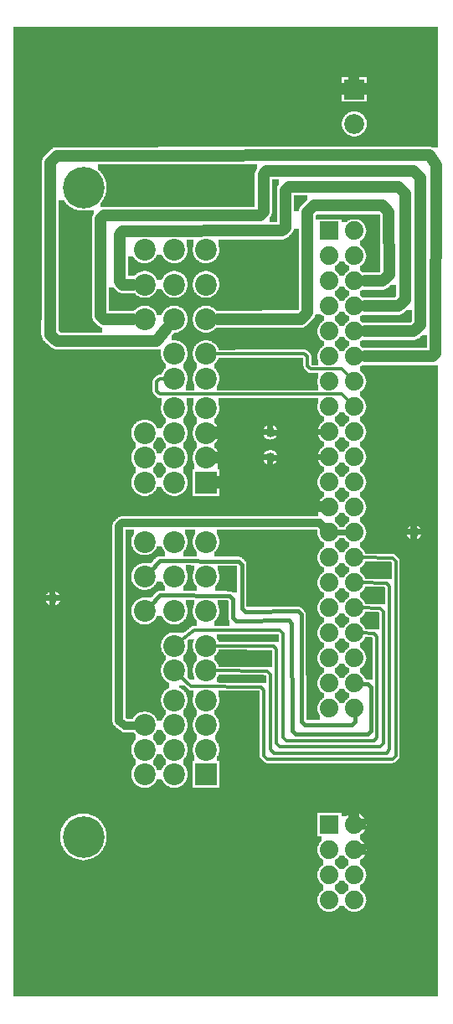
<source format=gbl>
G04 MADE WITH FRITZING*
G04 WWW.FRITZING.ORG*
G04 DOUBLE SIDED*
G04 HOLES PLATED*
G04 CONTOUR ON CENTER OF CONTOUR VECTOR*
%ASAXBY*%
%FSLAX23Y23*%
%MOIN*%
%OFA0B0*%
%SFA1.0B1.0*%
%ADD10C,0.075000*%
%ADD11C,0.039370*%
%ADD12C,0.079370*%
%ADD13C,0.086603*%
%ADD14C,0.165354*%
%ADD15C,0.074000*%
%ADD16R,0.079370X0.079370*%
%ADD17R,0.074000X0.074000*%
%ADD18C,0.032000*%
%ADD19C,0.024000*%
%ADD20C,0.012000*%
%ADD21C,0.016000*%
%ADD22C,0.048000*%
%ADD23R,0.001000X0.001000*%
%LNCOPPER0*%
G90*
G70*
G54D10*
X122Y3825D03*
X485Y3290D03*
X281Y3088D03*
X933Y2898D03*
X916Y2524D03*
X549Y1414D03*
X1001Y1819D03*
G54D11*
X1061Y2185D03*
X1061Y2285D03*
X1634Y1887D03*
X196Y1624D03*
G54D12*
X1396Y3650D03*
X1396Y3512D03*
G54D13*
X805Y2873D03*
X805Y2735D03*
X805Y2598D03*
X805Y2499D03*
X805Y2381D03*
X805Y2283D03*
X805Y2184D03*
X805Y2086D03*
X805Y1712D03*
X805Y1574D03*
X805Y1436D03*
X805Y1338D03*
X805Y1220D03*
X805Y1121D03*
X805Y1023D03*
X805Y924D03*
X679Y3011D03*
X679Y2873D03*
X679Y2735D03*
X679Y2598D03*
X679Y2499D03*
X679Y2381D03*
X679Y2283D03*
X679Y2184D03*
X679Y2086D03*
X679Y1850D03*
X679Y1712D03*
X679Y1574D03*
X679Y1436D03*
X679Y1338D03*
X679Y1220D03*
X679Y1121D03*
X679Y1023D03*
X679Y924D03*
X561Y3011D03*
X561Y2873D03*
X561Y2735D03*
X561Y2283D03*
X561Y2184D03*
X561Y2086D03*
X561Y1850D03*
X561Y1712D03*
X561Y1574D03*
X561Y1121D03*
X561Y1023D03*
X561Y924D03*
X805Y1850D03*
X805Y3011D03*
G54D14*
X317Y3259D03*
X317Y676D03*
G54D13*
X805Y2873D03*
X805Y2735D03*
X805Y2598D03*
X805Y2499D03*
X805Y2381D03*
X805Y2283D03*
X805Y2184D03*
X805Y2086D03*
X805Y1712D03*
X805Y1574D03*
X805Y1436D03*
X805Y1338D03*
X805Y1220D03*
X805Y1121D03*
X805Y1023D03*
X805Y924D03*
X679Y3011D03*
X679Y2873D03*
X679Y2735D03*
X679Y2598D03*
X679Y2499D03*
X679Y2381D03*
X679Y2283D03*
X679Y2184D03*
X679Y2086D03*
X679Y1850D03*
X679Y1712D03*
X679Y1574D03*
X679Y1436D03*
X679Y1338D03*
X679Y1220D03*
X679Y1121D03*
X679Y1023D03*
X679Y924D03*
X561Y3011D03*
X561Y2873D03*
X561Y2735D03*
X561Y2283D03*
X561Y2184D03*
X561Y2086D03*
X561Y1850D03*
X561Y1712D03*
X561Y1574D03*
X561Y1121D03*
X561Y1023D03*
X561Y924D03*
X805Y1850D03*
X805Y3011D03*
G54D14*
X317Y3259D03*
X317Y676D03*
G54D15*
X1396Y724D03*
X1396Y624D03*
X1396Y524D03*
X1396Y424D03*
X1296Y724D03*
X1296Y624D03*
X1296Y524D03*
X1296Y424D03*
X1396Y3087D03*
X1396Y2987D03*
X1396Y2887D03*
X1396Y2787D03*
X1396Y2687D03*
X1396Y2587D03*
X1396Y2487D03*
X1396Y2387D03*
X1396Y2287D03*
X1396Y2187D03*
X1396Y2087D03*
X1396Y1987D03*
X1396Y1887D03*
X1396Y1787D03*
X1396Y1687D03*
X1396Y1587D03*
X1396Y1487D03*
X1396Y1387D03*
X1396Y1287D03*
X1396Y1187D03*
X1296Y3087D03*
X1296Y2987D03*
X1296Y2887D03*
X1296Y2787D03*
X1296Y2687D03*
X1296Y2587D03*
X1296Y2487D03*
X1296Y2387D03*
X1296Y2287D03*
X1296Y2187D03*
X1296Y2087D03*
X1296Y1987D03*
X1296Y1887D03*
X1296Y1787D03*
X1296Y1687D03*
X1296Y1587D03*
X1296Y1487D03*
X1296Y1387D03*
X1296Y1287D03*
X1296Y1187D03*
G54D16*
X1396Y3650D03*
G54D17*
X1296Y724D03*
X1296Y3087D03*
G54D18*
X1259Y1925D02*
X1270Y1913D01*
G54D19*
D02*
X1327Y1887D02*
X1365Y1887D01*
G54D20*
D02*
X1561Y998D02*
X1561Y1773D01*
D02*
X1561Y1773D02*
X1548Y1786D01*
D02*
X1548Y986D02*
X1561Y998D01*
D02*
X1548Y1786D02*
X1422Y1787D01*
D02*
X1048Y986D02*
X1548Y986D01*
D02*
X1036Y998D02*
X1048Y986D01*
D02*
X1036Y1260D02*
X1036Y998D01*
D02*
X746Y1275D02*
X1024Y1273D01*
D02*
X1024Y1273D02*
X1036Y1260D01*
D02*
X700Y1318D02*
X746Y1275D01*
D02*
X1536Y1024D02*
X1536Y1673D01*
D02*
X1536Y1673D02*
X1524Y1686D01*
D02*
X1524Y1686D02*
X1422Y1687D01*
D02*
X1524Y1010D02*
X1536Y1024D01*
D02*
X1062Y1024D02*
X1074Y1010D01*
D02*
X1074Y1010D02*
X1524Y1010D01*
D02*
X1062Y1323D02*
X1062Y1024D01*
D02*
X834Y1338D02*
X1048Y1336D01*
D02*
X1048Y1336D02*
X1062Y1323D01*
D02*
X1498Y1036D02*
X1511Y1048D01*
D02*
X1511Y1048D02*
X1511Y1573D01*
D02*
X1511Y1573D02*
X1498Y1586D01*
D02*
X1498Y1586D02*
X1422Y1587D01*
D02*
X1098Y1036D02*
X1498Y1036D01*
D02*
X1086Y1423D02*
X1086Y1048D01*
D02*
X1086Y1048D02*
X1098Y1036D01*
D02*
X1074Y1436D02*
X1086Y1423D01*
D02*
X834Y1436D02*
X1074Y1436D01*
D02*
X1486Y1072D02*
X1486Y1473D01*
D02*
X1486Y1473D02*
X1474Y1486D01*
D02*
X1474Y1060D02*
X1486Y1072D01*
D02*
X1474Y1486D02*
X1422Y1487D01*
D02*
X1124Y1060D02*
X1474Y1060D01*
D02*
X1112Y1486D02*
X1112Y1072D01*
D02*
X1112Y1072D02*
X1124Y1060D01*
D02*
X1098Y1498D02*
X1112Y1486D01*
D02*
X758Y1500D02*
X1098Y1498D01*
D02*
X702Y1454D02*
X758Y1500D01*
G54D21*
D02*
X911Y1623D02*
X911Y1548D01*
D02*
X898Y1636D02*
X911Y1623D01*
D02*
X911Y1548D02*
X924Y1536D01*
D02*
X621Y1637D02*
X898Y1636D01*
D02*
X924Y1536D02*
X1134Y1537D01*
D02*
X1134Y1537D02*
X1146Y1524D01*
D02*
X1148Y1098D02*
X1162Y1086D01*
D02*
X1146Y1524D02*
X1148Y1098D01*
D02*
X581Y1595D02*
X621Y1637D01*
D02*
X1162Y1086D02*
X1448Y1086D01*
D02*
X1461Y1098D02*
X1461Y1273D01*
D02*
X1448Y1086D02*
X1461Y1098D01*
D02*
X1461Y1273D02*
X1448Y1286D01*
D02*
X1448Y1286D02*
X1422Y1286D01*
D02*
X1198Y1122D02*
X1386Y1122D01*
D02*
X962Y1573D02*
X1171Y1575D01*
D02*
X1171Y1575D02*
X1184Y1562D01*
D02*
X1186Y1136D02*
X1198Y1122D01*
D02*
X1184Y1562D02*
X1186Y1136D01*
D02*
X948Y1586D02*
X962Y1573D01*
D02*
X1398Y1136D02*
X1397Y1161D01*
D02*
X1386Y1122D02*
X1398Y1136D01*
D02*
X621Y1775D02*
X936Y1773D01*
D02*
X948Y1760D02*
X948Y1586D01*
D02*
X936Y1773D02*
X948Y1760D01*
D02*
X581Y1733D02*
X621Y1775D01*
G54D22*
D02*
X851Y2735D02*
X1184Y2736D01*
D02*
X1209Y2761D02*
X1209Y3162D01*
D02*
X1184Y2736D02*
X1209Y2761D01*
D02*
X1509Y2887D02*
X1438Y2887D01*
D02*
X1534Y2912D02*
X1509Y2887D01*
D02*
X1533Y3162D02*
X1534Y2912D01*
D02*
X1234Y3187D02*
X1508Y3187D01*
D02*
X1508Y3187D02*
X1533Y3162D01*
D02*
X1209Y3162D02*
X1234Y3187D01*
D02*
X1571Y2787D02*
X1438Y2787D01*
D02*
X1597Y3236D02*
X1597Y2811D01*
D02*
X1597Y2811D02*
X1571Y2787D01*
D02*
X1571Y3262D02*
X1597Y3236D01*
D02*
X1121Y3250D02*
X1134Y3262D01*
D02*
X1121Y3100D02*
X1121Y3250D01*
D02*
X461Y3073D02*
X473Y3085D01*
D02*
X461Y2886D02*
X461Y3073D01*
D02*
X473Y2873D02*
X461Y2886D01*
D02*
X473Y3085D02*
X1109Y3087D01*
D02*
X1109Y3087D02*
X1121Y3100D01*
D02*
X1134Y3262D02*
X1571Y3262D01*
D02*
X515Y2873D02*
X473Y2873D01*
D02*
X1034Y3312D02*
X1046Y3324D01*
D02*
X386Y2747D02*
X386Y3135D01*
D02*
X386Y3135D02*
X399Y3148D01*
D02*
X399Y2735D02*
X386Y2747D01*
D02*
X1022Y3150D02*
X1034Y3162D01*
D02*
X399Y3148D02*
X1022Y3150D01*
D02*
X1034Y3162D02*
X1034Y3312D01*
D02*
X1046Y3324D02*
X1633Y3324D01*
D02*
X1633Y3324D02*
X1658Y3299D01*
D02*
X515Y2735D02*
X399Y2735D01*
D02*
X1633Y2687D02*
X1438Y2687D01*
D02*
X1658Y2712D02*
X1633Y2687D01*
D02*
X1658Y3299D02*
X1658Y2712D01*
D02*
X1708Y2587D02*
X1438Y2587D01*
D02*
X1720Y2599D02*
X1708Y2587D01*
D02*
X1721Y3349D02*
X1720Y2599D01*
D02*
X1696Y3387D02*
X1721Y3349D01*
D02*
X186Y3360D02*
X212Y3386D01*
D02*
X185Y2673D02*
X186Y3360D01*
D02*
X212Y2648D02*
X185Y2673D01*
D02*
X608Y2650D02*
X212Y2648D01*
D02*
X212Y3386D02*
X1696Y3387D01*
D02*
X650Y2700D02*
X608Y2650D01*
G54D20*
D02*
X608Y2487D02*
X608Y2450D01*
D02*
X608Y2450D02*
X621Y2437D01*
D02*
X621Y2499D02*
X608Y2487D01*
D02*
X650Y2499D02*
X621Y2499D01*
D02*
X621Y2437D02*
X1346Y2437D01*
D02*
X1346Y2437D02*
X1378Y2405D01*
D02*
X1346Y2537D02*
X1378Y2505D01*
D02*
X1209Y2587D02*
X1209Y2549D01*
D02*
X1209Y2549D02*
X1221Y2537D01*
D02*
X1196Y2599D02*
X1209Y2587D01*
D02*
X1221Y2537D02*
X1346Y2537D01*
D02*
X834Y2598D02*
X1196Y2599D01*
G54D19*
D02*
X1265Y2287D02*
X1080Y2286D01*
D02*
X1080Y2186D02*
X1265Y2187D01*
G36*
X40Y3897D02*
X40Y3699D01*
X1446Y3699D01*
X1446Y3601D01*
X1730Y3601D01*
X1730Y3897D01*
X40Y3897D01*
G37*
D02*
G36*
X40Y3699D02*
X40Y3601D01*
X1346Y3601D01*
X1346Y3699D01*
X40Y3699D01*
G37*
D02*
G36*
X40Y3601D02*
X40Y3599D01*
X1730Y3599D01*
X1730Y3601D01*
X40Y3601D01*
G37*
D02*
G36*
X40Y3601D02*
X40Y3599D01*
X1730Y3599D01*
X1730Y3601D01*
X40Y3601D01*
G37*
D02*
G36*
X40Y3599D02*
X40Y3563D01*
X1396Y3563D01*
X1396Y3561D01*
X1408Y3561D01*
X1408Y3559D01*
X1416Y3559D01*
X1416Y3557D01*
X1418Y3557D01*
X1418Y3555D01*
X1422Y3555D01*
X1422Y3553D01*
X1426Y3553D01*
X1426Y3551D01*
X1428Y3551D01*
X1428Y3549D01*
X1430Y3549D01*
X1430Y3547D01*
X1432Y3547D01*
X1432Y3545D01*
X1434Y3545D01*
X1434Y3543D01*
X1436Y3543D01*
X1436Y3539D01*
X1438Y3539D01*
X1438Y3537D01*
X1440Y3537D01*
X1440Y3533D01*
X1442Y3533D01*
X1442Y3527D01*
X1444Y3527D01*
X1444Y3517D01*
X1446Y3517D01*
X1446Y3507D01*
X1444Y3507D01*
X1444Y3499D01*
X1442Y3499D01*
X1442Y3493D01*
X1440Y3493D01*
X1440Y3489D01*
X1438Y3489D01*
X1438Y3485D01*
X1436Y3485D01*
X1436Y3483D01*
X1434Y3483D01*
X1434Y3479D01*
X1432Y3479D01*
X1432Y3477D01*
X1430Y3477D01*
X1430Y3475D01*
X1426Y3475D01*
X1426Y3473D01*
X1424Y3473D01*
X1424Y3471D01*
X1422Y3471D01*
X1422Y3469D01*
X1418Y3469D01*
X1418Y3467D01*
X1414Y3467D01*
X1414Y3465D01*
X1406Y3465D01*
X1406Y3463D01*
X1730Y3463D01*
X1730Y3599D01*
X40Y3599D01*
G37*
D02*
G36*
X40Y3563D02*
X40Y3463D01*
X1386Y3463D01*
X1386Y3465D01*
X1378Y3465D01*
X1378Y3467D01*
X1374Y3467D01*
X1374Y3469D01*
X1370Y3469D01*
X1370Y3471D01*
X1368Y3471D01*
X1368Y3473D01*
X1364Y3473D01*
X1364Y3475D01*
X1362Y3475D01*
X1362Y3477D01*
X1360Y3477D01*
X1360Y3479D01*
X1358Y3479D01*
X1358Y3481D01*
X1356Y3481D01*
X1356Y3485D01*
X1354Y3485D01*
X1354Y3487D01*
X1352Y3487D01*
X1352Y3491D01*
X1350Y3491D01*
X1350Y3497D01*
X1348Y3497D01*
X1348Y3503D01*
X1346Y3503D01*
X1346Y3521D01*
X1348Y3521D01*
X1348Y3529D01*
X1350Y3529D01*
X1350Y3533D01*
X1352Y3533D01*
X1352Y3537D01*
X1354Y3537D01*
X1354Y3541D01*
X1356Y3541D01*
X1356Y3543D01*
X1358Y3543D01*
X1358Y3545D01*
X1360Y3545D01*
X1360Y3547D01*
X1362Y3547D01*
X1362Y3549D01*
X1364Y3549D01*
X1364Y3551D01*
X1366Y3551D01*
X1366Y3553D01*
X1368Y3553D01*
X1368Y3555D01*
X1372Y3555D01*
X1372Y3557D01*
X1376Y3557D01*
X1376Y3559D01*
X1382Y3559D01*
X1382Y3561D01*
X1394Y3561D01*
X1394Y3563D01*
X40Y3563D01*
G37*
D02*
G36*
X40Y3463D02*
X40Y3461D01*
X1730Y3461D01*
X1730Y3463D01*
X40Y3463D01*
G37*
D02*
G36*
X40Y3463D02*
X40Y3461D01*
X1730Y3461D01*
X1730Y3463D01*
X40Y3463D01*
G37*
D02*
G36*
X40Y3461D02*
X40Y3421D01*
X1702Y3421D01*
X1702Y3419D01*
X1710Y3419D01*
X1710Y3417D01*
X1730Y3417D01*
X1730Y3461D01*
X40Y3461D01*
G37*
D02*
G36*
X40Y3421D02*
X40Y2335D01*
X574Y2335D01*
X574Y2333D01*
X580Y2333D01*
X580Y2331D01*
X584Y2331D01*
X584Y2329D01*
X588Y2329D01*
X588Y2327D01*
X592Y2327D01*
X592Y2325D01*
X594Y2325D01*
X594Y2323D01*
X596Y2323D01*
X596Y2321D01*
X598Y2321D01*
X598Y2319D01*
X600Y2319D01*
X600Y2317D01*
X602Y2317D01*
X602Y2315D01*
X604Y2315D01*
X604Y2313D01*
X606Y2313D01*
X606Y2309D01*
X608Y2309D01*
X608Y2305D01*
X610Y2305D01*
X610Y2301D01*
X630Y2301D01*
X630Y2305D01*
X632Y2305D01*
X632Y2309D01*
X634Y2309D01*
X634Y2311D01*
X636Y2311D01*
X636Y2315D01*
X638Y2315D01*
X638Y2317D01*
X640Y2317D01*
X640Y2319D01*
X642Y2319D01*
X642Y2321D01*
X644Y2321D01*
X644Y2343D01*
X642Y2343D01*
X642Y2345D01*
X640Y2345D01*
X640Y2347D01*
X638Y2347D01*
X638Y2349D01*
X636Y2349D01*
X636Y2351D01*
X634Y2351D01*
X634Y2355D01*
X632Y2355D01*
X632Y2359D01*
X630Y2359D01*
X630Y2363D01*
X628Y2363D01*
X628Y2371D01*
X626Y2371D01*
X626Y2391D01*
X628Y2391D01*
X628Y2399D01*
X630Y2399D01*
X630Y2421D01*
X616Y2421D01*
X616Y2423D01*
X612Y2423D01*
X612Y2425D01*
X610Y2425D01*
X610Y2427D01*
X608Y2427D01*
X608Y2429D01*
X606Y2429D01*
X606Y2431D01*
X604Y2431D01*
X604Y2433D01*
X602Y2433D01*
X602Y2435D01*
X600Y2435D01*
X600Y2437D01*
X598Y2437D01*
X598Y2439D01*
X596Y2439D01*
X596Y2441D01*
X594Y2441D01*
X594Y2445D01*
X592Y2445D01*
X592Y2491D01*
X594Y2491D01*
X594Y2495D01*
X596Y2495D01*
X596Y2497D01*
X598Y2497D01*
X598Y2501D01*
X600Y2501D01*
X600Y2503D01*
X602Y2503D01*
X602Y2505D01*
X604Y2505D01*
X604Y2507D01*
X606Y2507D01*
X606Y2509D01*
X608Y2509D01*
X608Y2511D01*
X612Y2511D01*
X612Y2513D01*
X614Y2513D01*
X614Y2515D01*
X628Y2515D01*
X628Y2517D01*
X630Y2517D01*
X630Y2521D01*
X632Y2521D01*
X632Y2525D01*
X634Y2525D01*
X634Y2529D01*
X636Y2529D01*
X636Y2531D01*
X638Y2531D01*
X638Y2533D01*
X640Y2533D01*
X640Y2537D01*
X642Y2537D01*
X642Y2539D01*
X644Y2539D01*
X644Y2559D01*
X642Y2559D01*
X642Y2561D01*
X640Y2561D01*
X640Y2563D01*
X638Y2563D01*
X638Y2565D01*
X636Y2565D01*
X636Y2569D01*
X634Y2569D01*
X634Y2571D01*
X632Y2571D01*
X632Y2575D01*
X630Y2575D01*
X630Y2581D01*
X628Y2581D01*
X628Y2587D01*
X626Y2587D01*
X626Y2615D01*
X202Y2615D01*
X202Y2617D01*
X196Y2617D01*
X196Y2619D01*
X194Y2619D01*
X194Y2621D01*
X190Y2621D01*
X190Y2623D01*
X188Y2623D01*
X188Y2625D01*
X186Y2625D01*
X186Y2627D01*
X184Y2627D01*
X184Y2629D01*
X182Y2629D01*
X182Y2631D01*
X180Y2631D01*
X180Y2633D01*
X178Y2633D01*
X178Y2635D01*
X174Y2635D01*
X174Y2637D01*
X172Y2637D01*
X172Y2639D01*
X170Y2639D01*
X170Y2641D01*
X168Y2641D01*
X168Y2643D01*
X166Y2643D01*
X166Y2645D01*
X164Y2645D01*
X164Y2647D01*
X162Y2647D01*
X162Y2649D01*
X160Y2649D01*
X160Y2651D01*
X158Y2651D01*
X158Y2653D01*
X156Y2653D01*
X156Y2657D01*
X154Y2657D01*
X154Y2661D01*
X152Y2661D01*
X152Y2671D01*
X150Y2671D01*
X150Y2733D01*
X152Y2733D01*
X152Y3367D01*
X154Y3367D01*
X154Y3373D01*
X156Y3373D01*
X156Y3377D01*
X158Y3377D01*
X158Y3381D01*
X160Y3381D01*
X160Y3383D01*
X162Y3383D01*
X162Y3385D01*
X164Y3385D01*
X164Y3387D01*
X166Y3387D01*
X166Y3389D01*
X168Y3389D01*
X168Y3391D01*
X170Y3391D01*
X170Y3393D01*
X172Y3393D01*
X172Y3395D01*
X174Y3395D01*
X174Y3397D01*
X176Y3397D01*
X176Y3399D01*
X178Y3399D01*
X178Y3401D01*
X180Y3401D01*
X180Y3403D01*
X182Y3403D01*
X182Y3405D01*
X184Y3405D01*
X184Y3407D01*
X186Y3407D01*
X186Y3409D01*
X188Y3409D01*
X188Y3411D01*
X190Y3411D01*
X190Y3413D01*
X194Y3413D01*
X194Y3415D01*
X196Y3415D01*
X196Y3417D01*
X202Y3417D01*
X202Y3419D01*
X616Y3419D01*
X616Y3421D01*
X40Y3421D01*
G37*
D02*
G36*
X1428Y2553D02*
X1428Y2551D01*
X1424Y2551D01*
X1424Y2549D01*
X1422Y2549D01*
X1422Y2547D01*
X1418Y2547D01*
X1418Y2527D01*
X1422Y2527D01*
X1422Y2525D01*
X1424Y2525D01*
X1424Y2523D01*
X1428Y2523D01*
X1428Y2521D01*
X1430Y2521D01*
X1430Y2519D01*
X1432Y2519D01*
X1432Y2515D01*
X1434Y2515D01*
X1434Y2513D01*
X1436Y2513D01*
X1436Y2509D01*
X1438Y2509D01*
X1438Y2505D01*
X1440Y2505D01*
X1440Y2499D01*
X1442Y2499D01*
X1442Y2487D01*
X1444Y2487D01*
X1444Y2485D01*
X1442Y2485D01*
X1442Y2475D01*
X1440Y2475D01*
X1440Y2467D01*
X1438Y2467D01*
X1438Y2465D01*
X1436Y2465D01*
X1436Y2461D01*
X1434Y2461D01*
X1434Y2459D01*
X1432Y2459D01*
X1432Y2455D01*
X1430Y2455D01*
X1430Y2453D01*
X1428Y2453D01*
X1428Y2451D01*
X1424Y2451D01*
X1424Y2449D01*
X1422Y2449D01*
X1422Y2447D01*
X1418Y2447D01*
X1418Y2427D01*
X1422Y2427D01*
X1422Y2425D01*
X1424Y2425D01*
X1424Y2423D01*
X1428Y2423D01*
X1428Y2421D01*
X1430Y2421D01*
X1430Y2419D01*
X1432Y2419D01*
X1432Y2415D01*
X1434Y2415D01*
X1434Y2413D01*
X1436Y2413D01*
X1436Y2409D01*
X1438Y2409D01*
X1438Y2405D01*
X1440Y2405D01*
X1440Y2399D01*
X1442Y2399D01*
X1442Y2387D01*
X1444Y2387D01*
X1444Y2385D01*
X1442Y2385D01*
X1442Y2375D01*
X1440Y2375D01*
X1440Y2367D01*
X1438Y2367D01*
X1438Y2365D01*
X1436Y2365D01*
X1436Y2361D01*
X1434Y2361D01*
X1434Y2359D01*
X1432Y2359D01*
X1432Y2355D01*
X1430Y2355D01*
X1430Y2353D01*
X1428Y2353D01*
X1428Y2351D01*
X1424Y2351D01*
X1424Y2349D01*
X1422Y2349D01*
X1422Y2347D01*
X1418Y2347D01*
X1418Y2327D01*
X1422Y2327D01*
X1422Y2325D01*
X1424Y2325D01*
X1424Y2323D01*
X1428Y2323D01*
X1428Y2321D01*
X1430Y2321D01*
X1430Y2319D01*
X1432Y2319D01*
X1432Y2315D01*
X1434Y2315D01*
X1434Y2313D01*
X1436Y2313D01*
X1436Y2309D01*
X1438Y2309D01*
X1438Y2305D01*
X1440Y2305D01*
X1440Y2299D01*
X1442Y2299D01*
X1442Y2287D01*
X1444Y2287D01*
X1444Y2285D01*
X1442Y2285D01*
X1442Y2275D01*
X1440Y2275D01*
X1440Y2267D01*
X1438Y2267D01*
X1438Y2265D01*
X1436Y2265D01*
X1436Y2261D01*
X1434Y2261D01*
X1434Y2259D01*
X1432Y2259D01*
X1432Y2255D01*
X1430Y2255D01*
X1430Y2253D01*
X1428Y2253D01*
X1428Y2251D01*
X1424Y2251D01*
X1424Y2249D01*
X1422Y2249D01*
X1422Y2247D01*
X1418Y2247D01*
X1418Y2227D01*
X1422Y2227D01*
X1422Y2225D01*
X1424Y2225D01*
X1424Y2223D01*
X1428Y2223D01*
X1428Y2221D01*
X1430Y2221D01*
X1430Y2219D01*
X1432Y2219D01*
X1432Y2215D01*
X1434Y2215D01*
X1434Y2213D01*
X1436Y2213D01*
X1436Y2209D01*
X1438Y2209D01*
X1438Y2205D01*
X1440Y2205D01*
X1440Y2199D01*
X1442Y2199D01*
X1442Y2187D01*
X1444Y2187D01*
X1444Y2185D01*
X1442Y2185D01*
X1442Y2175D01*
X1440Y2175D01*
X1440Y2167D01*
X1438Y2167D01*
X1438Y2165D01*
X1436Y2165D01*
X1436Y2161D01*
X1434Y2161D01*
X1434Y2159D01*
X1432Y2159D01*
X1432Y2155D01*
X1430Y2155D01*
X1430Y2153D01*
X1428Y2153D01*
X1428Y2151D01*
X1424Y2151D01*
X1424Y2149D01*
X1422Y2149D01*
X1422Y2147D01*
X1418Y2147D01*
X1418Y2127D01*
X1422Y2127D01*
X1422Y2125D01*
X1424Y2125D01*
X1424Y2123D01*
X1428Y2123D01*
X1428Y2121D01*
X1430Y2121D01*
X1430Y2119D01*
X1432Y2119D01*
X1432Y2115D01*
X1434Y2115D01*
X1434Y2113D01*
X1436Y2113D01*
X1436Y2109D01*
X1438Y2109D01*
X1438Y2105D01*
X1440Y2105D01*
X1440Y2099D01*
X1442Y2099D01*
X1442Y2087D01*
X1444Y2087D01*
X1444Y2085D01*
X1442Y2085D01*
X1442Y2075D01*
X1440Y2075D01*
X1440Y2067D01*
X1438Y2067D01*
X1438Y2065D01*
X1436Y2065D01*
X1436Y2061D01*
X1434Y2061D01*
X1434Y2059D01*
X1432Y2059D01*
X1432Y2055D01*
X1430Y2055D01*
X1430Y2053D01*
X1428Y2053D01*
X1428Y2051D01*
X1424Y2051D01*
X1424Y2049D01*
X1422Y2049D01*
X1422Y2047D01*
X1418Y2047D01*
X1418Y2027D01*
X1422Y2027D01*
X1422Y2025D01*
X1424Y2025D01*
X1424Y2023D01*
X1428Y2023D01*
X1428Y2021D01*
X1430Y2021D01*
X1430Y2019D01*
X1432Y2019D01*
X1432Y2015D01*
X1434Y2015D01*
X1434Y2013D01*
X1436Y2013D01*
X1436Y2009D01*
X1438Y2009D01*
X1438Y2005D01*
X1440Y2005D01*
X1440Y1999D01*
X1442Y1999D01*
X1442Y1987D01*
X1444Y1987D01*
X1444Y1985D01*
X1442Y1985D01*
X1442Y1975D01*
X1440Y1975D01*
X1440Y1967D01*
X1438Y1967D01*
X1438Y1965D01*
X1436Y1965D01*
X1436Y1961D01*
X1434Y1961D01*
X1434Y1959D01*
X1432Y1959D01*
X1432Y1955D01*
X1430Y1955D01*
X1430Y1953D01*
X1428Y1953D01*
X1428Y1951D01*
X1424Y1951D01*
X1424Y1949D01*
X1422Y1949D01*
X1422Y1947D01*
X1418Y1947D01*
X1418Y1927D01*
X1422Y1927D01*
X1422Y1925D01*
X1424Y1925D01*
X1424Y1923D01*
X1428Y1923D01*
X1428Y1921D01*
X1430Y1921D01*
X1430Y1919D01*
X1432Y1919D01*
X1432Y1917D01*
X1638Y1917D01*
X1638Y1915D01*
X1646Y1915D01*
X1646Y1913D01*
X1650Y1913D01*
X1650Y1911D01*
X1652Y1911D01*
X1652Y1909D01*
X1654Y1909D01*
X1654Y1907D01*
X1656Y1907D01*
X1656Y1905D01*
X1658Y1905D01*
X1658Y1901D01*
X1660Y1901D01*
X1660Y1899D01*
X1662Y1899D01*
X1662Y1889D01*
X1664Y1889D01*
X1664Y1885D01*
X1662Y1885D01*
X1662Y1875D01*
X1660Y1875D01*
X1660Y1871D01*
X1658Y1871D01*
X1658Y1869D01*
X1656Y1869D01*
X1656Y1867D01*
X1654Y1867D01*
X1654Y1865D01*
X1652Y1865D01*
X1652Y1863D01*
X1650Y1863D01*
X1650Y1861D01*
X1646Y1861D01*
X1646Y1859D01*
X1640Y1859D01*
X1640Y1857D01*
X1730Y1857D01*
X1730Y2553D01*
X1428Y2553D01*
G37*
D02*
G36*
X728Y2421D02*
X728Y2401D01*
X730Y2401D01*
X730Y2393D01*
X732Y2393D01*
X732Y2369D01*
X730Y2369D01*
X730Y2363D01*
X728Y2363D01*
X728Y2357D01*
X726Y2357D01*
X726Y2355D01*
X724Y2355D01*
X724Y2351D01*
X722Y2351D01*
X722Y2349D01*
X720Y2349D01*
X720Y2345D01*
X718Y2345D01*
X718Y2343D01*
X716Y2343D01*
X716Y2341D01*
X714Y2341D01*
X714Y2321D01*
X718Y2321D01*
X718Y2317D01*
X720Y2317D01*
X720Y2315D01*
X722Y2315D01*
X722Y2313D01*
X724Y2313D01*
X724Y2309D01*
X726Y2309D01*
X726Y2305D01*
X728Y2305D01*
X728Y2301D01*
X730Y2301D01*
X730Y2295D01*
X732Y2295D01*
X732Y2271D01*
X730Y2271D01*
X730Y2263D01*
X728Y2263D01*
X728Y2259D01*
X726Y2259D01*
X726Y2255D01*
X724Y2255D01*
X724Y2253D01*
X722Y2253D01*
X722Y2249D01*
X720Y2249D01*
X720Y2247D01*
X718Y2247D01*
X718Y2245D01*
X716Y2245D01*
X716Y2243D01*
X714Y2243D01*
X714Y2223D01*
X716Y2223D01*
X716Y2221D01*
X718Y2221D01*
X718Y2219D01*
X720Y2219D01*
X720Y2217D01*
X722Y2217D01*
X722Y2215D01*
X724Y2215D01*
X724Y2211D01*
X726Y2211D01*
X726Y2207D01*
X728Y2207D01*
X728Y2203D01*
X730Y2203D01*
X730Y2197D01*
X732Y2197D01*
X732Y2171D01*
X730Y2171D01*
X730Y2165D01*
X728Y2165D01*
X728Y2161D01*
X726Y2161D01*
X726Y2157D01*
X724Y2157D01*
X724Y2155D01*
X722Y2155D01*
X722Y2151D01*
X720Y2151D01*
X720Y2149D01*
X718Y2149D01*
X718Y2147D01*
X716Y2147D01*
X716Y2145D01*
X714Y2145D01*
X714Y2125D01*
X716Y2125D01*
X716Y2123D01*
X718Y2123D01*
X718Y2121D01*
X720Y2121D01*
X720Y2119D01*
X722Y2119D01*
X722Y2115D01*
X724Y2115D01*
X724Y2113D01*
X726Y2113D01*
X726Y2109D01*
X728Y2109D01*
X728Y2105D01*
X730Y2105D01*
X730Y2099D01*
X732Y2099D01*
X732Y2073D01*
X730Y2073D01*
X730Y2067D01*
X728Y2067D01*
X728Y2063D01*
X726Y2063D01*
X726Y2059D01*
X724Y2059D01*
X724Y2055D01*
X722Y2055D01*
X722Y2053D01*
X720Y2053D01*
X720Y2051D01*
X718Y2051D01*
X718Y2049D01*
X716Y2049D01*
X716Y2047D01*
X714Y2047D01*
X714Y2045D01*
X712Y2045D01*
X712Y2043D01*
X710Y2043D01*
X710Y2041D01*
X706Y2041D01*
X706Y2039D01*
X702Y2039D01*
X702Y2037D01*
X698Y2037D01*
X698Y2035D01*
X692Y2035D01*
X692Y2033D01*
X752Y2033D01*
X752Y2139D01*
X760Y2139D01*
X760Y2159D01*
X758Y2159D01*
X758Y2161D01*
X756Y2161D01*
X756Y2167D01*
X754Y2167D01*
X754Y2173D01*
X752Y2173D01*
X752Y2195D01*
X754Y2195D01*
X754Y2203D01*
X756Y2203D01*
X756Y2207D01*
X758Y2207D01*
X758Y2211D01*
X760Y2211D01*
X760Y2213D01*
X762Y2213D01*
X762Y2217D01*
X764Y2217D01*
X764Y2219D01*
X766Y2219D01*
X766Y2221D01*
X768Y2221D01*
X768Y2223D01*
X770Y2223D01*
X770Y2243D01*
X768Y2243D01*
X768Y2245D01*
X766Y2245D01*
X766Y2247D01*
X764Y2247D01*
X764Y2251D01*
X762Y2251D01*
X762Y2253D01*
X760Y2253D01*
X760Y2257D01*
X758Y2257D01*
X758Y2261D01*
X756Y2261D01*
X756Y2265D01*
X754Y2265D01*
X754Y2273D01*
X752Y2273D01*
X752Y2293D01*
X754Y2293D01*
X754Y2301D01*
X756Y2301D01*
X756Y2305D01*
X758Y2305D01*
X758Y2309D01*
X760Y2309D01*
X760Y2313D01*
X762Y2313D01*
X762Y2315D01*
X764Y2315D01*
X764Y2317D01*
X766Y2317D01*
X766Y2319D01*
X768Y2319D01*
X768Y2321D01*
X770Y2321D01*
X770Y2343D01*
X768Y2343D01*
X768Y2345D01*
X766Y2345D01*
X766Y2347D01*
X764Y2347D01*
X764Y2349D01*
X762Y2349D01*
X762Y2351D01*
X760Y2351D01*
X760Y2355D01*
X758Y2355D01*
X758Y2359D01*
X756Y2359D01*
X756Y2363D01*
X754Y2363D01*
X754Y2371D01*
X752Y2371D01*
X752Y2391D01*
X754Y2391D01*
X754Y2399D01*
X756Y2399D01*
X756Y2421D01*
X728Y2421D01*
G37*
D02*
G36*
X854Y2421D02*
X854Y2399D01*
X856Y2399D01*
X856Y2393D01*
X858Y2393D01*
X858Y2369D01*
X856Y2369D01*
X856Y2363D01*
X854Y2363D01*
X854Y2357D01*
X852Y2357D01*
X852Y2355D01*
X850Y2355D01*
X850Y2351D01*
X848Y2351D01*
X848Y2349D01*
X846Y2349D01*
X846Y2345D01*
X844Y2345D01*
X844Y2343D01*
X842Y2343D01*
X842Y2341D01*
X840Y2341D01*
X840Y2321D01*
X842Y2321D01*
X842Y2319D01*
X844Y2319D01*
X844Y2317D01*
X846Y2317D01*
X846Y2315D01*
X1068Y2315D01*
X1068Y2313D01*
X1074Y2313D01*
X1074Y2311D01*
X1078Y2311D01*
X1078Y2309D01*
X1080Y2309D01*
X1080Y2307D01*
X1082Y2307D01*
X1082Y2305D01*
X1084Y2305D01*
X1084Y2303D01*
X1086Y2303D01*
X1086Y2299D01*
X1088Y2299D01*
X1088Y2295D01*
X1090Y2295D01*
X1090Y2275D01*
X1088Y2275D01*
X1088Y2271D01*
X1086Y2271D01*
X1086Y2269D01*
X1084Y2269D01*
X1084Y2265D01*
X1082Y2265D01*
X1082Y2263D01*
X1078Y2263D01*
X1078Y2261D01*
X1076Y2261D01*
X1076Y2259D01*
X1072Y2259D01*
X1072Y2257D01*
X1062Y2257D01*
X1062Y2255D01*
X1260Y2255D01*
X1260Y2259D01*
X1258Y2259D01*
X1258Y2261D01*
X1256Y2261D01*
X1256Y2265D01*
X1254Y2265D01*
X1254Y2269D01*
X1252Y2269D01*
X1252Y2275D01*
X1250Y2275D01*
X1250Y2299D01*
X1252Y2299D01*
X1252Y2305D01*
X1254Y2305D01*
X1254Y2309D01*
X1256Y2309D01*
X1256Y2313D01*
X1258Y2313D01*
X1258Y2315D01*
X1260Y2315D01*
X1260Y2317D01*
X1262Y2317D01*
X1262Y2321D01*
X1266Y2321D01*
X1266Y2323D01*
X1268Y2323D01*
X1268Y2325D01*
X1270Y2325D01*
X1270Y2327D01*
X1274Y2327D01*
X1274Y2347D01*
X1270Y2347D01*
X1270Y2349D01*
X1268Y2349D01*
X1268Y2351D01*
X1264Y2351D01*
X1264Y2353D01*
X1262Y2353D01*
X1262Y2355D01*
X1260Y2355D01*
X1260Y2359D01*
X1258Y2359D01*
X1258Y2361D01*
X1256Y2361D01*
X1256Y2365D01*
X1254Y2365D01*
X1254Y2369D01*
X1252Y2369D01*
X1252Y2375D01*
X1250Y2375D01*
X1250Y2399D01*
X1252Y2399D01*
X1252Y2421D01*
X854Y2421D01*
G37*
D02*
G36*
X40Y2335D02*
X40Y2033D01*
X548Y2033D01*
X548Y2035D01*
X542Y2035D01*
X542Y2037D01*
X538Y2037D01*
X538Y2039D01*
X534Y2039D01*
X534Y2041D01*
X530Y2041D01*
X530Y2043D01*
X528Y2043D01*
X528Y2045D01*
X526Y2045D01*
X526Y2047D01*
X524Y2047D01*
X524Y2049D01*
X522Y2049D01*
X522Y2051D01*
X520Y2051D01*
X520Y2053D01*
X518Y2053D01*
X518Y2057D01*
X516Y2057D01*
X516Y2059D01*
X514Y2059D01*
X514Y2063D01*
X512Y2063D01*
X512Y2067D01*
X510Y2067D01*
X510Y2075D01*
X508Y2075D01*
X508Y2097D01*
X510Y2097D01*
X510Y2103D01*
X512Y2103D01*
X512Y2109D01*
X514Y2109D01*
X514Y2111D01*
X516Y2111D01*
X516Y2115D01*
X518Y2115D01*
X518Y2119D01*
X520Y2119D01*
X520Y2121D01*
X522Y2121D01*
X522Y2123D01*
X524Y2123D01*
X524Y2125D01*
X526Y2125D01*
X526Y2145D01*
X524Y2145D01*
X524Y2147D01*
X522Y2147D01*
X522Y2149D01*
X520Y2149D01*
X520Y2153D01*
X518Y2153D01*
X518Y2155D01*
X516Y2155D01*
X516Y2159D01*
X514Y2159D01*
X514Y2161D01*
X512Y2161D01*
X512Y2167D01*
X510Y2167D01*
X510Y2173D01*
X508Y2173D01*
X508Y2195D01*
X510Y2195D01*
X510Y2203D01*
X512Y2203D01*
X512Y2207D01*
X514Y2207D01*
X514Y2211D01*
X516Y2211D01*
X516Y2215D01*
X518Y2215D01*
X518Y2217D01*
X520Y2217D01*
X520Y2219D01*
X522Y2219D01*
X522Y2221D01*
X524Y2221D01*
X524Y2223D01*
X526Y2223D01*
X526Y2243D01*
X524Y2243D01*
X524Y2245D01*
X522Y2245D01*
X522Y2247D01*
X520Y2247D01*
X520Y2251D01*
X518Y2251D01*
X518Y2253D01*
X516Y2253D01*
X516Y2257D01*
X514Y2257D01*
X514Y2259D01*
X512Y2259D01*
X512Y2265D01*
X510Y2265D01*
X510Y2271D01*
X508Y2271D01*
X508Y2293D01*
X510Y2293D01*
X510Y2301D01*
X512Y2301D01*
X512Y2305D01*
X514Y2305D01*
X514Y2309D01*
X516Y2309D01*
X516Y2313D01*
X518Y2313D01*
X518Y2315D01*
X520Y2315D01*
X520Y2317D01*
X522Y2317D01*
X522Y2319D01*
X524Y2319D01*
X524Y2321D01*
X526Y2321D01*
X526Y2323D01*
X528Y2323D01*
X528Y2325D01*
X530Y2325D01*
X530Y2327D01*
X534Y2327D01*
X534Y2329D01*
X538Y2329D01*
X538Y2331D01*
X542Y2331D01*
X542Y2333D01*
X548Y2333D01*
X548Y2335D01*
X40Y2335D01*
G37*
D02*
G36*
X848Y2315D02*
X848Y2313D01*
X850Y2313D01*
X850Y2309D01*
X852Y2309D01*
X852Y2305D01*
X854Y2305D01*
X854Y2301D01*
X856Y2301D01*
X856Y2295D01*
X858Y2295D01*
X858Y2271D01*
X856Y2271D01*
X856Y2263D01*
X854Y2263D01*
X854Y2259D01*
X852Y2259D01*
X852Y2255D01*
X1060Y2255D01*
X1060Y2257D01*
X1050Y2257D01*
X1050Y2259D01*
X1046Y2259D01*
X1046Y2261D01*
X1044Y2261D01*
X1044Y2263D01*
X1040Y2263D01*
X1040Y2265D01*
X1038Y2265D01*
X1038Y2269D01*
X1036Y2269D01*
X1036Y2271D01*
X1034Y2271D01*
X1034Y2277D01*
X1032Y2277D01*
X1032Y2295D01*
X1034Y2295D01*
X1034Y2299D01*
X1036Y2299D01*
X1036Y2303D01*
X1038Y2303D01*
X1038Y2305D01*
X1040Y2305D01*
X1040Y2307D01*
X1042Y2307D01*
X1042Y2309D01*
X1044Y2309D01*
X1044Y2311D01*
X1048Y2311D01*
X1048Y2313D01*
X1054Y2313D01*
X1054Y2315D01*
X848Y2315D01*
G37*
D02*
G36*
X850Y2255D02*
X850Y2253D01*
X1262Y2253D01*
X1262Y2255D01*
X850Y2255D01*
G37*
D02*
G36*
X850Y2255D02*
X850Y2253D01*
X1262Y2253D01*
X1262Y2255D01*
X850Y2255D01*
G37*
D02*
G36*
X848Y2253D02*
X848Y2249D01*
X846Y2249D01*
X846Y2247D01*
X844Y2247D01*
X844Y2245D01*
X842Y2245D01*
X842Y2243D01*
X840Y2243D01*
X840Y2223D01*
X842Y2223D01*
X842Y2221D01*
X844Y2221D01*
X844Y2219D01*
X846Y2219D01*
X846Y2217D01*
X848Y2217D01*
X848Y2215D01*
X1068Y2215D01*
X1068Y2213D01*
X1074Y2213D01*
X1074Y2211D01*
X1078Y2211D01*
X1078Y2209D01*
X1080Y2209D01*
X1080Y2207D01*
X1082Y2207D01*
X1082Y2205D01*
X1084Y2205D01*
X1084Y2203D01*
X1086Y2203D01*
X1086Y2199D01*
X1088Y2199D01*
X1088Y2195D01*
X1090Y2195D01*
X1090Y2175D01*
X1088Y2175D01*
X1088Y2171D01*
X1086Y2171D01*
X1086Y2169D01*
X1084Y2169D01*
X1084Y2165D01*
X1082Y2165D01*
X1082Y2163D01*
X1078Y2163D01*
X1078Y2161D01*
X1076Y2161D01*
X1076Y2159D01*
X1072Y2159D01*
X1072Y2157D01*
X1062Y2157D01*
X1062Y2155D01*
X1260Y2155D01*
X1260Y2159D01*
X1258Y2159D01*
X1258Y2161D01*
X1256Y2161D01*
X1256Y2165D01*
X1254Y2165D01*
X1254Y2169D01*
X1252Y2169D01*
X1252Y2175D01*
X1250Y2175D01*
X1250Y2199D01*
X1252Y2199D01*
X1252Y2205D01*
X1254Y2205D01*
X1254Y2209D01*
X1256Y2209D01*
X1256Y2213D01*
X1258Y2213D01*
X1258Y2215D01*
X1260Y2215D01*
X1260Y2217D01*
X1262Y2217D01*
X1262Y2221D01*
X1266Y2221D01*
X1266Y2223D01*
X1268Y2223D01*
X1268Y2225D01*
X1270Y2225D01*
X1270Y2227D01*
X1274Y2227D01*
X1274Y2247D01*
X1270Y2247D01*
X1270Y2249D01*
X1268Y2249D01*
X1268Y2251D01*
X1264Y2251D01*
X1264Y2253D01*
X848Y2253D01*
G37*
D02*
G36*
X850Y2215D02*
X850Y2211D01*
X852Y2211D01*
X852Y2207D01*
X854Y2207D01*
X854Y2203D01*
X856Y2203D01*
X856Y2197D01*
X858Y2197D01*
X858Y2173D01*
X856Y2173D01*
X856Y2165D01*
X854Y2165D01*
X854Y2161D01*
X852Y2161D01*
X852Y2155D01*
X1060Y2155D01*
X1060Y2157D01*
X1050Y2157D01*
X1050Y2159D01*
X1046Y2159D01*
X1046Y2161D01*
X1044Y2161D01*
X1044Y2163D01*
X1040Y2163D01*
X1040Y2165D01*
X1038Y2165D01*
X1038Y2169D01*
X1036Y2169D01*
X1036Y2171D01*
X1034Y2171D01*
X1034Y2177D01*
X1032Y2177D01*
X1032Y2195D01*
X1034Y2195D01*
X1034Y2199D01*
X1036Y2199D01*
X1036Y2203D01*
X1038Y2203D01*
X1038Y2205D01*
X1040Y2205D01*
X1040Y2207D01*
X1042Y2207D01*
X1042Y2209D01*
X1044Y2209D01*
X1044Y2211D01*
X1048Y2211D01*
X1048Y2213D01*
X1054Y2213D01*
X1054Y2215D01*
X850Y2215D01*
G37*
D02*
G36*
X852Y2155D02*
X852Y2153D01*
X1262Y2153D01*
X1262Y2155D01*
X852Y2155D01*
G37*
D02*
G36*
X852Y2155D02*
X852Y2153D01*
X1262Y2153D01*
X1262Y2155D01*
X852Y2155D01*
G37*
D02*
G36*
X852Y2153D02*
X852Y2139D01*
X858Y2139D01*
X858Y2033D01*
X1274Y2033D01*
X1274Y2047D01*
X1270Y2047D01*
X1270Y2049D01*
X1268Y2049D01*
X1268Y2051D01*
X1264Y2051D01*
X1264Y2053D01*
X1262Y2053D01*
X1262Y2055D01*
X1260Y2055D01*
X1260Y2059D01*
X1258Y2059D01*
X1258Y2061D01*
X1256Y2061D01*
X1256Y2065D01*
X1254Y2065D01*
X1254Y2069D01*
X1252Y2069D01*
X1252Y2075D01*
X1250Y2075D01*
X1250Y2099D01*
X1252Y2099D01*
X1252Y2105D01*
X1254Y2105D01*
X1254Y2109D01*
X1256Y2109D01*
X1256Y2113D01*
X1258Y2113D01*
X1258Y2115D01*
X1260Y2115D01*
X1260Y2117D01*
X1262Y2117D01*
X1262Y2121D01*
X1266Y2121D01*
X1266Y2123D01*
X1268Y2123D01*
X1268Y2125D01*
X1270Y2125D01*
X1270Y2127D01*
X1274Y2127D01*
X1274Y2147D01*
X1270Y2147D01*
X1270Y2149D01*
X1268Y2149D01*
X1268Y2151D01*
X1264Y2151D01*
X1264Y2153D01*
X852Y2153D01*
G37*
D02*
G36*
X610Y2067D02*
X610Y2063D01*
X608Y2063D01*
X608Y2059D01*
X606Y2059D01*
X606Y2055D01*
X604Y2055D01*
X604Y2053D01*
X602Y2053D01*
X602Y2051D01*
X600Y2051D01*
X600Y2049D01*
X598Y2049D01*
X598Y2047D01*
X596Y2047D01*
X596Y2045D01*
X594Y2045D01*
X594Y2043D01*
X592Y2043D01*
X592Y2041D01*
X588Y2041D01*
X588Y2039D01*
X584Y2039D01*
X584Y2037D01*
X580Y2037D01*
X580Y2035D01*
X574Y2035D01*
X574Y2033D01*
X668Y2033D01*
X668Y2035D01*
X660Y2035D01*
X660Y2037D01*
X656Y2037D01*
X656Y2039D01*
X652Y2039D01*
X652Y2041D01*
X650Y2041D01*
X650Y2043D01*
X646Y2043D01*
X646Y2045D01*
X644Y2045D01*
X644Y2047D01*
X642Y2047D01*
X642Y2049D01*
X640Y2049D01*
X640Y2051D01*
X638Y2051D01*
X638Y2053D01*
X636Y2053D01*
X636Y2057D01*
X634Y2057D01*
X634Y2059D01*
X632Y2059D01*
X632Y2063D01*
X630Y2063D01*
X630Y2067D01*
X610Y2067D01*
G37*
D02*
G36*
X40Y2033D02*
X40Y2031D01*
X1274Y2031D01*
X1274Y2033D01*
X40Y2033D01*
G37*
D02*
G36*
X40Y2033D02*
X40Y2031D01*
X1274Y2031D01*
X1274Y2033D01*
X40Y2033D01*
G37*
D02*
G36*
X40Y2033D02*
X40Y2031D01*
X1274Y2031D01*
X1274Y2033D01*
X40Y2033D01*
G37*
D02*
G36*
X40Y2033D02*
X40Y2031D01*
X1274Y2031D01*
X1274Y2033D01*
X40Y2033D01*
G37*
D02*
G36*
X40Y2031D02*
X40Y1653D01*
X206Y1653D01*
X206Y1651D01*
X210Y1651D01*
X210Y1649D01*
X214Y1649D01*
X214Y1647D01*
X216Y1647D01*
X216Y1645D01*
X218Y1645D01*
X218Y1643D01*
X220Y1643D01*
X220Y1641D01*
X222Y1641D01*
X222Y1637D01*
X224Y1637D01*
X224Y1631D01*
X226Y1631D01*
X226Y1619D01*
X224Y1619D01*
X224Y1613D01*
X222Y1613D01*
X222Y1609D01*
X220Y1609D01*
X220Y1605D01*
X218Y1605D01*
X218Y1603D01*
X216Y1603D01*
X216Y1601D01*
X212Y1601D01*
X212Y1599D01*
X210Y1599D01*
X210Y1597D01*
X204Y1597D01*
X204Y1595D01*
X432Y1595D01*
X432Y1917D01*
X434Y1917D01*
X434Y1923D01*
X436Y1923D01*
X436Y1927D01*
X438Y1927D01*
X438Y1929D01*
X440Y1929D01*
X440Y1931D01*
X442Y1931D01*
X442Y1933D01*
X444Y1933D01*
X444Y1935D01*
X446Y1935D01*
X446Y1937D01*
X448Y1937D01*
X448Y1939D01*
X450Y1939D01*
X450Y1941D01*
X452Y1941D01*
X452Y1943D01*
X454Y1943D01*
X454Y1945D01*
X456Y1945D01*
X456Y1947D01*
X460Y1947D01*
X460Y1949D01*
X464Y1949D01*
X464Y1951D01*
X1252Y1951D01*
X1252Y1975D01*
X1250Y1975D01*
X1250Y1999D01*
X1252Y1999D01*
X1252Y2005D01*
X1254Y2005D01*
X1254Y2009D01*
X1256Y2009D01*
X1256Y2013D01*
X1258Y2013D01*
X1258Y2015D01*
X1260Y2015D01*
X1260Y2017D01*
X1262Y2017D01*
X1262Y2021D01*
X1266Y2021D01*
X1266Y2023D01*
X1268Y2023D01*
X1268Y2025D01*
X1270Y2025D01*
X1270Y2027D01*
X1274Y2027D01*
X1274Y2031D01*
X40Y2031D01*
G37*
D02*
G36*
X1432Y1917D02*
X1432Y1915D01*
X1434Y1915D01*
X1434Y1913D01*
X1436Y1913D01*
X1436Y1909D01*
X1438Y1909D01*
X1438Y1905D01*
X1440Y1905D01*
X1440Y1899D01*
X1442Y1899D01*
X1442Y1887D01*
X1444Y1887D01*
X1444Y1885D01*
X1442Y1885D01*
X1442Y1875D01*
X1440Y1875D01*
X1440Y1867D01*
X1438Y1867D01*
X1438Y1865D01*
X1436Y1865D01*
X1436Y1861D01*
X1434Y1861D01*
X1434Y1859D01*
X1432Y1859D01*
X1432Y1857D01*
X1628Y1857D01*
X1628Y1859D01*
X1622Y1859D01*
X1622Y1861D01*
X1618Y1861D01*
X1618Y1863D01*
X1614Y1863D01*
X1614Y1865D01*
X1612Y1865D01*
X1612Y1867D01*
X1610Y1867D01*
X1610Y1871D01*
X1608Y1871D01*
X1608Y1873D01*
X1606Y1873D01*
X1606Y1879D01*
X1604Y1879D01*
X1604Y1895D01*
X1606Y1895D01*
X1606Y1899D01*
X1608Y1899D01*
X1608Y1903D01*
X1610Y1903D01*
X1610Y1905D01*
X1612Y1905D01*
X1612Y1909D01*
X1616Y1909D01*
X1616Y1911D01*
X1618Y1911D01*
X1618Y1913D01*
X1622Y1913D01*
X1622Y1915D01*
X1628Y1915D01*
X1628Y1917D01*
X1432Y1917D01*
G37*
D02*
G36*
X1432Y1857D02*
X1432Y1855D01*
X1730Y1855D01*
X1730Y1857D01*
X1432Y1857D01*
G37*
D02*
G36*
X1432Y1857D02*
X1432Y1855D01*
X1730Y1855D01*
X1730Y1857D01*
X1432Y1857D01*
G37*
D02*
G36*
X1430Y1855D02*
X1430Y1853D01*
X1428Y1853D01*
X1428Y1851D01*
X1424Y1851D01*
X1424Y1849D01*
X1422Y1849D01*
X1422Y1847D01*
X1418Y1847D01*
X1418Y1827D01*
X1422Y1827D01*
X1422Y1825D01*
X1424Y1825D01*
X1424Y1823D01*
X1428Y1823D01*
X1428Y1821D01*
X1430Y1821D01*
X1430Y1819D01*
X1432Y1819D01*
X1432Y1815D01*
X1434Y1815D01*
X1434Y1813D01*
X1436Y1813D01*
X1436Y1809D01*
X1438Y1809D01*
X1438Y1805D01*
X1440Y1805D01*
X1440Y1803D01*
X1548Y1803D01*
X1548Y1801D01*
X1556Y1801D01*
X1556Y1799D01*
X1558Y1799D01*
X1558Y1797D01*
X1560Y1797D01*
X1560Y1795D01*
X1562Y1795D01*
X1562Y1793D01*
X1564Y1793D01*
X1564Y1791D01*
X1566Y1791D01*
X1566Y1789D01*
X1568Y1789D01*
X1568Y1787D01*
X1570Y1787D01*
X1570Y1785D01*
X1572Y1785D01*
X1572Y1783D01*
X1574Y1783D01*
X1574Y1779D01*
X1576Y1779D01*
X1576Y991D01*
X1574Y991D01*
X1574Y987D01*
X1572Y987D01*
X1572Y985D01*
X1570Y985D01*
X1570Y983D01*
X1568Y983D01*
X1568Y981D01*
X1566Y981D01*
X1566Y979D01*
X1564Y979D01*
X1564Y977D01*
X1562Y977D01*
X1562Y975D01*
X1560Y975D01*
X1560Y973D01*
X1556Y973D01*
X1556Y971D01*
X1550Y971D01*
X1550Y969D01*
X1730Y969D01*
X1730Y1855D01*
X1430Y1855D01*
G37*
D02*
G36*
X40Y1653D02*
X40Y1595D01*
X188Y1595D01*
X188Y1597D01*
X182Y1597D01*
X182Y1599D01*
X180Y1599D01*
X180Y1601D01*
X176Y1601D01*
X176Y1603D01*
X174Y1603D01*
X174Y1605D01*
X172Y1605D01*
X172Y1609D01*
X170Y1609D01*
X170Y1613D01*
X168Y1613D01*
X168Y1619D01*
X166Y1619D01*
X166Y1629D01*
X168Y1629D01*
X168Y1637D01*
X170Y1637D01*
X170Y1641D01*
X172Y1641D01*
X172Y1643D01*
X174Y1643D01*
X174Y1645D01*
X176Y1645D01*
X176Y1647D01*
X178Y1647D01*
X178Y1649D01*
X182Y1649D01*
X182Y1651D01*
X186Y1651D01*
X186Y1653D01*
X40Y1653D01*
G37*
D02*
G36*
X40Y1595D02*
X40Y1593D01*
X432Y1593D01*
X432Y1595D01*
X40Y1595D01*
G37*
D02*
G36*
X40Y1595D02*
X40Y1593D01*
X432Y1593D01*
X432Y1595D01*
X40Y1595D01*
G37*
D02*
G36*
X40Y1593D02*
X40Y1091D01*
X480Y1091D01*
X480Y1093D01*
X472Y1093D01*
X472Y1095D01*
X468Y1095D01*
X468Y1097D01*
X466Y1097D01*
X466Y1099D01*
X464Y1099D01*
X464Y1101D01*
X462Y1101D01*
X462Y1103D01*
X458Y1103D01*
X458Y1105D01*
X456Y1105D01*
X456Y1107D01*
X454Y1107D01*
X454Y1109D01*
X450Y1109D01*
X450Y1111D01*
X448Y1111D01*
X448Y1113D01*
X446Y1113D01*
X446Y1115D01*
X444Y1115D01*
X444Y1117D01*
X440Y1117D01*
X440Y1121D01*
X438Y1121D01*
X438Y1123D01*
X436Y1123D01*
X436Y1127D01*
X434Y1127D01*
X434Y1133D01*
X432Y1133D01*
X432Y1593D01*
X40Y1593D01*
G37*
D02*
G36*
X698Y1279D02*
X698Y1269D01*
X702Y1269D01*
X702Y1267D01*
X706Y1267D01*
X706Y1265D01*
X708Y1265D01*
X708Y1263D01*
X712Y1263D01*
X712Y1261D01*
X714Y1261D01*
X714Y1259D01*
X716Y1259D01*
X716Y1257D01*
X718Y1257D01*
X718Y1255D01*
X720Y1255D01*
X720Y1253D01*
X722Y1253D01*
X722Y1251D01*
X724Y1251D01*
X724Y1247D01*
X726Y1247D01*
X726Y1243D01*
X728Y1243D01*
X728Y1239D01*
X730Y1239D01*
X730Y1233D01*
X732Y1233D01*
X732Y1207D01*
X730Y1207D01*
X730Y1201D01*
X728Y1201D01*
X728Y1197D01*
X726Y1197D01*
X726Y1193D01*
X724Y1193D01*
X724Y1189D01*
X722Y1189D01*
X722Y1187D01*
X720Y1187D01*
X720Y1185D01*
X718Y1185D01*
X718Y1183D01*
X716Y1183D01*
X716Y1181D01*
X714Y1181D01*
X714Y1161D01*
X716Y1161D01*
X716Y1159D01*
X718Y1159D01*
X718Y1157D01*
X720Y1157D01*
X720Y1153D01*
X722Y1153D01*
X722Y1151D01*
X724Y1151D01*
X724Y1149D01*
X726Y1149D01*
X726Y1145D01*
X728Y1145D01*
X728Y1141D01*
X730Y1141D01*
X730Y1133D01*
X732Y1133D01*
X732Y1109D01*
X730Y1109D01*
X730Y1103D01*
X728Y1103D01*
X728Y1097D01*
X726Y1097D01*
X726Y1095D01*
X724Y1095D01*
X724Y1091D01*
X722Y1091D01*
X722Y1089D01*
X720Y1089D01*
X720Y1087D01*
X718Y1087D01*
X718Y1083D01*
X716Y1083D01*
X716Y1061D01*
X718Y1061D01*
X718Y1059D01*
X720Y1059D01*
X720Y1055D01*
X722Y1055D01*
X722Y1053D01*
X724Y1053D01*
X724Y1049D01*
X726Y1049D01*
X726Y1047D01*
X728Y1047D01*
X728Y1043D01*
X730Y1043D01*
X730Y1035D01*
X732Y1035D01*
X732Y1011D01*
X730Y1011D01*
X730Y1003D01*
X728Y1003D01*
X728Y999D01*
X726Y999D01*
X726Y997D01*
X724Y997D01*
X724Y993D01*
X722Y993D01*
X722Y991D01*
X720Y991D01*
X720Y987D01*
X718Y987D01*
X718Y985D01*
X716Y985D01*
X716Y983D01*
X714Y983D01*
X714Y963D01*
X716Y963D01*
X716Y961D01*
X718Y961D01*
X718Y959D01*
X720Y959D01*
X720Y957D01*
X722Y957D01*
X722Y955D01*
X724Y955D01*
X724Y951D01*
X726Y951D01*
X726Y947D01*
X728Y947D01*
X728Y943D01*
X730Y943D01*
X730Y937D01*
X732Y937D01*
X732Y913D01*
X730Y913D01*
X730Y905D01*
X728Y905D01*
X728Y901D01*
X726Y901D01*
X726Y897D01*
X724Y897D01*
X724Y895D01*
X722Y895D01*
X722Y891D01*
X720Y891D01*
X720Y889D01*
X718Y889D01*
X718Y887D01*
X716Y887D01*
X716Y885D01*
X714Y885D01*
X714Y883D01*
X712Y883D01*
X712Y881D01*
X708Y881D01*
X708Y879D01*
X704Y879D01*
X704Y877D01*
X702Y877D01*
X702Y875D01*
X696Y875D01*
X696Y873D01*
X688Y873D01*
X688Y871D01*
X752Y871D01*
X752Y977D01*
X760Y977D01*
X760Y997D01*
X758Y997D01*
X758Y1001D01*
X756Y1001D01*
X756Y1005D01*
X754Y1005D01*
X754Y1013D01*
X752Y1013D01*
X752Y1033D01*
X754Y1033D01*
X754Y1041D01*
X756Y1041D01*
X756Y1045D01*
X758Y1045D01*
X758Y1049D01*
X760Y1049D01*
X760Y1053D01*
X762Y1053D01*
X762Y1055D01*
X764Y1055D01*
X764Y1057D01*
X766Y1057D01*
X766Y1061D01*
X770Y1061D01*
X770Y1083D01*
X768Y1083D01*
X768Y1085D01*
X766Y1085D01*
X766Y1087D01*
X764Y1087D01*
X764Y1089D01*
X762Y1089D01*
X762Y1091D01*
X760Y1091D01*
X760Y1095D01*
X758Y1095D01*
X758Y1099D01*
X756Y1099D01*
X756Y1103D01*
X754Y1103D01*
X754Y1111D01*
X752Y1111D01*
X752Y1131D01*
X754Y1131D01*
X754Y1139D01*
X756Y1139D01*
X756Y1143D01*
X758Y1143D01*
X758Y1147D01*
X760Y1147D01*
X760Y1151D01*
X762Y1151D01*
X762Y1153D01*
X764Y1153D01*
X764Y1155D01*
X766Y1155D01*
X766Y1159D01*
X768Y1159D01*
X768Y1161D01*
X770Y1161D01*
X770Y1181D01*
X768Y1181D01*
X768Y1183D01*
X766Y1183D01*
X766Y1185D01*
X764Y1185D01*
X764Y1187D01*
X762Y1187D01*
X762Y1191D01*
X760Y1191D01*
X760Y1193D01*
X758Y1193D01*
X758Y1197D01*
X756Y1197D01*
X756Y1203D01*
X754Y1203D01*
X754Y1209D01*
X752Y1209D01*
X752Y1231D01*
X754Y1231D01*
X754Y1237D01*
X756Y1237D01*
X756Y1259D01*
X740Y1259D01*
X740Y1261D01*
X736Y1261D01*
X736Y1263D01*
X734Y1263D01*
X734Y1265D01*
X732Y1265D01*
X732Y1267D01*
X730Y1267D01*
X730Y1269D01*
X728Y1269D01*
X728Y1271D01*
X726Y1271D01*
X726Y1273D01*
X724Y1273D01*
X724Y1275D01*
X722Y1275D01*
X722Y1277D01*
X720Y1277D01*
X720Y1279D01*
X698Y1279D01*
G37*
D02*
G36*
X856Y1257D02*
X856Y1231D01*
X858Y1231D01*
X858Y1207D01*
X856Y1207D01*
X856Y1201D01*
X854Y1201D01*
X854Y1197D01*
X852Y1197D01*
X852Y1193D01*
X850Y1193D01*
X850Y1189D01*
X848Y1189D01*
X848Y1187D01*
X846Y1187D01*
X846Y1185D01*
X844Y1185D01*
X844Y1183D01*
X842Y1183D01*
X842Y1181D01*
X840Y1181D01*
X840Y1161D01*
X842Y1161D01*
X842Y1159D01*
X844Y1159D01*
X844Y1157D01*
X846Y1157D01*
X846Y1153D01*
X848Y1153D01*
X848Y1151D01*
X850Y1151D01*
X850Y1147D01*
X852Y1147D01*
X852Y1145D01*
X854Y1145D01*
X854Y1139D01*
X856Y1139D01*
X856Y1133D01*
X858Y1133D01*
X858Y1109D01*
X856Y1109D01*
X856Y1103D01*
X854Y1103D01*
X854Y1099D01*
X852Y1099D01*
X852Y1095D01*
X850Y1095D01*
X850Y1091D01*
X848Y1091D01*
X848Y1089D01*
X846Y1089D01*
X846Y1087D01*
X844Y1087D01*
X844Y1083D01*
X842Y1083D01*
X842Y1061D01*
X844Y1061D01*
X844Y1059D01*
X846Y1059D01*
X846Y1055D01*
X848Y1055D01*
X848Y1053D01*
X850Y1053D01*
X850Y1049D01*
X852Y1049D01*
X852Y1047D01*
X854Y1047D01*
X854Y1041D01*
X856Y1041D01*
X856Y1035D01*
X858Y1035D01*
X858Y1011D01*
X856Y1011D01*
X856Y1005D01*
X854Y1005D01*
X854Y999D01*
X852Y999D01*
X852Y997D01*
X850Y997D01*
X850Y977D01*
X858Y977D01*
X858Y969D01*
X1046Y969D01*
X1046Y971D01*
X1040Y971D01*
X1040Y973D01*
X1038Y973D01*
X1038Y975D01*
X1036Y975D01*
X1036Y977D01*
X1034Y977D01*
X1034Y979D01*
X1032Y979D01*
X1032Y981D01*
X1030Y981D01*
X1030Y983D01*
X1028Y983D01*
X1028Y985D01*
X1026Y985D01*
X1026Y987D01*
X1024Y987D01*
X1024Y989D01*
X1022Y989D01*
X1022Y993D01*
X1020Y993D01*
X1020Y1255D01*
X1018Y1255D01*
X1018Y1257D01*
X856Y1257D01*
G37*
D02*
G36*
X490Y1093D02*
X490Y1091D01*
X516Y1091D01*
X516Y1093D01*
X490Y1093D01*
G37*
D02*
G36*
X40Y1091D02*
X40Y1089D01*
X518Y1089D01*
X518Y1091D01*
X40Y1091D01*
G37*
D02*
G36*
X40Y1091D02*
X40Y1089D01*
X518Y1089D01*
X518Y1091D01*
X40Y1091D01*
G37*
D02*
G36*
X40Y1089D02*
X40Y871D01*
X552Y871D01*
X552Y873D01*
X544Y873D01*
X544Y875D01*
X540Y875D01*
X540Y877D01*
X536Y877D01*
X536Y879D01*
X532Y879D01*
X532Y881D01*
X530Y881D01*
X530Y883D01*
X526Y883D01*
X526Y885D01*
X524Y885D01*
X524Y887D01*
X522Y887D01*
X522Y889D01*
X520Y889D01*
X520Y893D01*
X518Y893D01*
X518Y895D01*
X516Y895D01*
X516Y899D01*
X514Y899D01*
X514Y901D01*
X512Y901D01*
X512Y907D01*
X510Y907D01*
X510Y913D01*
X508Y913D01*
X508Y935D01*
X510Y935D01*
X510Y943D01*
X512Y943D01*
X512Y947D01*
X514Y947D01*
X514Y951D01*
X516Y951D01*
X516Y955D01*
X518Y955D01*
X518Y957D01*
X520Y957D01*
X520Y959D01*
X522Y959D01*
X522Y961D01*
X524Y961D01*
X524Y963D01*
X526Y963D01*
X526Y983D01*
X524Y983D01*
X524Y985D01*
X522Y985D01*
X522Y989D01*
X520Y989D01*
X520Y991D01*
X518Y991D01*
X518Y993D01*
X516Y993D01*
X516Y997D01*
X514Y997D01*
X514Y1001D01*
X512Y1001D01*
X512Y1005D01*
X510Y1005D01*
X510Y1013D01*
X508Y1013D01*
X508Y1033D01*
X510Y1033D01*
X510Y1041D01*
X512Y1041D01*
X512Y1045D01*
X514Y1045D01*
X514Y1049D01*
X516Y1049D01*
X516Y1053D01*
X518Y1053D01*
X518Y1055D01*
X520Y1055D01*
X520Y1057D01*
X522Y1057D01*
X522Y1061D01*
X526Y1061D01*
X526Y1083D01*
X524Y1083D01*
X524Y1085D01*
X522Y1085D01*
X522Y1087D01*
X520Y1087D01*
X520Y1089D01*
X40Y1089D01*
G37*
D02*
G36*
X858Y969D02*
X858Y967D01*
X1730Y967D01*
X1730Y969D01*
X858Y969D01*
G37*
D02*
G36*
X858Y969D02*
X858Y967D01*
X1730Y967D01*
X1730Y969D01*
X858Y969D01*
G37*
D02*
G36*
X858Y967D02*
X858Y871D01*
X1730Y871D01*
X1730Y967D01*
X858Y967D01*
G37*
D02*
G36*
X610Y905D02*
X610Y901D01*
X608Y901D01*
X608Y897D01*
X606Y897D01*
X606Y895D01*
X604Y895D01*
X604Y891D01*
X602Y891D01*
X602Y889D01*
X600Y889D01*
X600Y887D01*
X598Y887D01*
X598Y885D01*
X596Y885D01*
X596Y883D01*
X592Y883D01*
X592Y881D01*
X590Y881D01*
X590Y879D01*
X586Y879D01*
X586Y877D01*
X584Y877D01*
X584Y875D01*
X578Y875D01*
X578Y873D01*
X570Y873D01*
X570Y871D01*
X670Y871D01*
X670Y873D01*
X662Y873D01*
X662Y875D01*
X658Y875D01*
X658Y877D01*
X654Y877D01*
X654Y879D01*
X650Y879D01*
X650Y881D01*
X648Y881D01*
X648Y883D01*
X644Y883D01*
X644Y885D01*
X642Y885D01*
X642Y887D01*
X640Y887D01*
X640Y889D01*
X638Y889D01*
X638Y893D01*
X636Y893D01*
X636Y895D01*
X634Y895D01*
X634Y899D01*
X632Y899D01*
X632Y903D01*
X630Y903D01*
X630Y905D01*
X610Y905D01*
G37*
D02*
G36*
X40Y871D02*
X40Y869D01*
X1730Y869D01*
X1730Y871D01*
X40Y871D01*
G37*
D02*
G36*
X40Y871D02*
X40Y869D01*
X1730Y869D01*
X1730Y871D01*
X40Y871D01*
G37*
D02*
G36*
X40Y871D02*
X40Y869D01*
X1730Y869D01*
X1730Y871D01*
X40Y871D01*
G37*
D02*
G36*
X40Y871D02*
X40Y869D01*
X1730Y869D01*
X1730Y871D01*
X40Y871D01*
G37*
D02*
G36*
X40Y869D02*
X40Y771D01*
X1406Y771D01*
X1406Y769D01*
X1414Y769D01*
X1414Y767D01*
X1418Y767D01*
X1418Y765D01*
X1422Y765D01*
X1422Y763D01*
X1424Y763D01*
X1424Y761D01*
X1426Y761D01*
X1426Y759D01*
X1428Y759D01*
X1428Y757D01*
X1430Y757D01*
X1430Y755D01*
X1432Y755D01*
X1432Y753D01*
X1434Y753D01*
X1434Y751D01*
X1436Y751D01*
X1436Y747D01*
X1438Y747D01*
X1438Y743D01*
X1440Y743D01*
X1440Y737D01*
X1442Y737D01*
X1442Y725D01*
X1444Y725D01*
X1444Y723D01*
X1442Y723D01*
X1442Y711D01*
X1440Y711D01*
X1440Y705D01*
X1438Y705D01*
X1438Y701D01*
X1436Y701D01*
X1436Y699D01*
X1434Y699D01*
X1434Y695D01*
X1432Y695D01*
X1432Y693D01*
X1430Y693D01*
X1430Y691D01*
X1428Y691D01*
X1428Y689D01*
X1426Y689D01*
X1426Y687D01*
X1422Y687D01*
X1422Y685D01*
X1420Y685D01*
X1420Y665D01*
X1422Y665D01*
X1422Y663D01*
X1424Y663D01*
X1424Y661D01*
X1426Y661D01*
X1426Y659D01*
X1428Y659D01*
X1428Y657D01*
X1430Y657D01*
X1430Y655D01*
X1432Y655D01*
X1432Y653D01*
X1434Y653D01*
X1434Y651D01*
X1436Y651D01*
X1436Y647D01*
X1438Y647D01*
X1438Y643D01*
X1440Y643D01*
X1440Y637D01*
X1442Y637D01*
X1442Y625D01*
X1444Y625D01*
X1444Y623D01*
X1442Y623D01*
X1442Y611D01*
X1440Y611D01*
X1440Y605D01*
X1438Y605D01*
X1438Y601D01*
X1436Y601D01*
X1436Y599D01*
X1434Y599D01*
X1434Y595D01*
X1432Y595D01*
X1432Y593D01*
X1430Y593D01*
X1430Y591D01*
X1428Y591D01*
X1428Y589D01*
X1426Y589D01*
X1426Y587D01*
X1422Y587D01*
X1422Y585D01*
X1420Y585D01*
X1420Y565D01*
X1422Y565D01*
X1422Y563D01*
X1424Y563D01*
X1424Y561D01*
X1426Y561D01*
X1426Y559D01*
X1428Y559D01*
X1428Y557D01*
X1430Y557D01*
X1430Y555D01*
X1432Y555D01*
X1432Y553D01*
X1434Y553D01*
X1434Y551D01*
X1436Y551D01*
X1436Y547D01*
X1438Y547D01*
X1438Y543D01*
X1440Y543D01*
X1440Y537D01*
X1442Y537D01*
X1442Y525D01*
X1444Y525D01*
X1444Y523D01*
X1442Y523D01*
X1442Y511D01*
X1440Y511D01*
X1440Y505D01*
X1438Y505D01*
X1438Y501D01*
X1436Y501D01*
X1436Y499D01*
X1434Y499D01*
X1434Y495D01*
X1432Y495D01*
X1432Y493D01*
X1430Y493D01*
X1430Y491D01*
X1428Y491D01*
X1428Y489D01*
X1426Y489D01*
X1426Y487D01*
X1422Y487D01*
X1422Y485D01*
X1420Y485D01*
X1420Y465D01*
X1422Y465D01*
X1422Y463D01*
X1424Y463D01*
X1424Y461D01*
X1426Y461D01*
X1426Y459D01*
X1428Y459D01*
X1428Y457D01*
X1430Y457D01*
X1430Y455D01*
X1432Y455D01*
X1432Y453D01*
X1434Y453D01*
X1434Y451D01*
X1436Y451D01*
X1436Y447D01*
X1438Y447D01*
X1438Y443D01*
X1440Y443D01*
X1440Y437D01*
X1442Y437D01*
X1442Y425D01*
X1444Y425D01*
X1444Y423D01*
X1442Y423D01*
X1442Y411D01*
X1440Y411D01*
X1440Y405D01*
X1438Y405D01*
X1438Y401D01*
X1436Y401D01*
X1436Y399D01*
X1434Y399D01*
X1434Y395D01*
X1432Y395D01*
X1432Y393D01*
X1430Y393D01*
X1430Y391D01*
X1428Y391D01*
X1428Y389D01*
X1426Y389D01*
X1426Y387D01*
X1422Y387D01*
X1422Y385D01*
X1420Y385D01*
X1420Y383D01*
X1416Y383D01*
X1416Y381D01*
X1410Y381D01*
X1410Y379D01*
X1402Y379D01*
X1402Y377D01*
X1730Y377D01*
X1730Y869D01*
X40Y869D01*
G37*
D02*
G36*
X40Y771D02*
X40Y769D01*
X330Y769D01*
X330Y767D01*
X340Y767D01*
X340Y765D01*
X346Y765D01*
X346Y763D01*
X352Y763D01*
X352Y761D01*
X356Y761D01*
X356Y759D01*
X360Y759D01*
X360Y757D01*
X364Y757D01*
X364Y755D01*
X368Y755D01*
X368Y753D01*
X370Y753D01*
X370Y751D01*
X374Y751D01*
X374Y749D01*
X376Y749D01*
X376Y747D01*
X378Y747D01*
X378Y745D01*
X380Y745D01*
X380Y743D01*
X382Y743D01*
X382Y741D01*
X384Y741D01*
X384Y739D01*
X386Y739D01*
X386Y737D01*
X388Y737D01*
X388Y735D01*
X390Y735D01*
X390Y731D01*
X392Y731D01*
X392Y729D01*
X394Y729D01*
X394Y727D01*
X396Y727D01*
X396Y723D01*
X398Y723D01*
X398Y719D01*
X400Y719D01*
X400Y715D01*
X402Y715D01*
X402Y711D01*
X404Y711D01*
X404Y705D01*
X406Y705D01*
X406Y697D01*
X408Y697D01*
X408Y687D01*
X410Y687D01*
X410Y667D01*
X408Y667D01*
X408Y655D01*
X406Y655D01*
X406Y649D01*
X404Y649D01*
X404Y643D01*
X402Y643D01*
X402Y637D01*
X400Y637D01*
X400Y633D01*
X398Y633D01*
X398Y631D01*
X396Y631D01*
X396Y627D01*
X394Y627D01*
X394Y623D01*
X392Y623D01*
X392Y621D01*
X390Y621D01*
X390Y619D01*
X388Y619D01*
X388Y615D01*
X386Y615D01*
X386Y613D01*
X384Y613D01*
X384Y611D01*
X382Y611D01*
X382Y609D01*
X380Y609D01*
X380Y607D01*
X378Y607D01*
X378Y605D01*
X374Y605D01*
X374Y603D01*
X372Y603D01*
X372Y601D01*
X370Y601D01*
X370Y599D01*
X366Y599D01*
X366Y597D01*
X362Y597D01*
X362Y595D01*
X358Y595D01*
X358Y593D01*
X354Y593D01*
X354Y591D01*
X350Y591D01*
X350Y589D01*
X344Y589D01*
X344Y587D01*
X336Y587D01*
X336Y585D01*
X322Y585D01*
X322Y583D01*
X1272Y583D01*
X1272Y585D01*
X1270Y585D01*
X1270Y587D01*
X1266Y587D01*
X1266Y589D01*
X1264Y589D01*
X1264Y591D01*
X1262Y591D01*
X1262Y593D01*
X1260Y593D01*
X1260Y595D01*
X1258Y595D01*
X1258Y599D01*
X1256Y599D01*
X1256Y603D01*
X1254Y603D01*
X1254Y605D01*
X1252Y605D01*
X1252Y611D01*
X1250Y611D01*
X1250Y637D01*
X1252Y637D01*
X1252Y643D01*
X1254Y643D01*
X1254Y647D01*
X1256Y647D01*
X1256Y651D01*
X1258Y651D01*
X1258Y653D01*
X1260Y653D01*
X1260Y655D01*
X1262Y655D01*
X1262Y657D01*
X1264Y657D01*
X1264Y677D01*
X1250Y677D01*
X1250Y771D01*
X40Y771D01*
G37*
D02*
G36*
X1344Y771D02*
X1344Y757D01*
X1364Y757D01*
X1364Y759D01*
X1366Y759D01*
X1366Y761D01*
X1368Y761D01*
X1368Y763D01*
X1372Y763D01*
X1372Y765D01*
X1374Y765D01*
X1374Y767D01*
X1378Y767D01*
X1378Y769D01*
X1386Y769D01*
X1386Y771D01*
X1344Y771D01*
G37*
D02*
G36*
X40Y769D02*
X40Y583D01*
X312Y583D01*
X312Y585D01*
X298Y585D01*
X298Y587D01*
X290Y587D01*
X290Y589D01*
X284Y589D01*
X284Y591D01*
X280Y591D01*
X280Y593D01*
X276Y593D01*
X276Y595D01*
X272Y595D01*
X272Y597D01*
X268Y597D01*
X268Y599D01*
X264Y599D01*
X264Y601D01*
X262Y601D01*
X262Y603D01*
X260Y603D01*
X260Y605D01*
X256Y605D01*
X256Y607D01*
X254Y607D01*
X254Y609D01*
X252Y609D01*
X252Y611D01*
X250Y611D01*
X250Y613D01*
X248Y613D01*
X248Y615D01*
X246Y615D01*
X246Y619D01*
X244Y619D01*
X244Y621D01*
X242Y621D01*
X242Y623D01*
X240Y623D01*
X240Y627D01*
X238Y627D01*
X238Y631D01*
X236Y631D01*
X236Y633D01*
X234Y633D01*
X234Y637D01*
X232Y637D01*
X232Y643D01*
X230Y643D01*
X230Y647D01*
X228Y647D01*
X228Y655D01*
X226Y655D01*
X226Y665D01*
X224Y665D01*
X224Y687D01*
X226Y687D01*
X226Y697D01*
X228Y697D01*
X228Y705D01*
X230Y705D01*
X230Y711D01*
X232Y711D01*
X232Y715D01*
X234Y715D01*
X234Y719D01*
X236Y719D01*
X236Y723D01*
X238Y723D01*
X238Y727D01*
X240Y727D01*
X240Y729D01*
X242Y729D01*
X242Y733D01*
X244Y733D01*
X244Y735D01*
X246Y735D01*
X246Y737D01*
X248Y737D01*
X248Y739D01*
X250Y739D01*
X250Y741D01*
X252Y741D01*
X252Y743D01*
X254Y743D01*
X254Y745D01*
X256Y745D01*
X256Y747D01*
X258Y747D01*
X258Y749D01*
X260Y749D01*
X260Y751D01*
X264Y751D01*
X264Y753D01*
X266Y753D01*
X266Y755D01*
X270Y755D01*
X270Y757D01*
X274Y757D01*
X274Y759D01*
X278Y759D01*
X278Y761D01*
X282Y761D01*
X282Y763D01*
X288Y763D01*
X288Y765D01*
X294Y765D01*
X294Y767D01*
X304Y767D01*
X304Y769D01*
X40Y769D01*
G37*
D02*
G36*
X40Y583D02*
X40Y581D01*
X1272Y581D01*
X1272Y583D01*
X40Y583D01*
G37*
D02*
G36*
X40Y583D02*
X40Y581D01*
X1272Y581D01*
X1272Y583D01*
X40Y583D01*
G37*
D02*
G36*
X40Y581D02*
X40Y377D01*
X1290Y377D01*
X1290Y379D01*
X1282Y379D01*
X1282Y381D01*
X1276Y381D01*
X1276Y383D01*
X1272Y383D01*
X1272Y385D01*
X1270Y385D01*
X1270Y387D01*
X1266Y387D01*
X1266Y389D01*
X1264Y389D01*
X1264Y391D01*
X1262Y391D01*
X1262Y393D01*
X1260Y393D01*
X1260Y395D01*
X1258Y395D01*
X1258Y399D01*
X1256Y399D01*
X1256Y403D01*
X1254Y403D01*
X1254Y405D01*
X1252Y405D01*
X1252Y411D01*
X1250Y411D01*
X1250Y437D01*
X1252Y437D01*
X1252Y443D01*
X1254Y443D01*
X1254Y447D01*
X1256Y447D01*
X1256Y451D01*
X1258Y451D01*
X1258Y453D01*
X1260Y453D01*
X1260Y455D01*
X1262Y455D01*
X1262Y457D01*
X1264Y457D01*
X1264Y459D01*
X1266Y459D01*
X1266Y461D01*
X1268Y461D01*
X1268Y463D01*
X1272Y463D01*
X1272Y485D01*
X1270Y485D01*
X1270Y487D01*
X1266Y487D01*
X1266Y489D01*
X1264Y489D01*
X1264Y491D01*
X1262Y491D01*
X1262Y493D01*
X1260Y493D01*
X1260Y495D01*
X1258Y495D01*
X1258Y499D01*
X1256Y499D01*
X1256Y503D01*
X1254Y503D01*
X1254Y505D01*
X1252Y505D01*
X1252Y511D01*
X1250Y511D01*
X1250Y537D01*
X1252Y537D01*
X1252Y543D01*
X1254Y543D01*
X1254Y547D01*
X1256Y547D01*
X1256Y551D01*
X1258Y551D01*
X1258Y553D01*
X1260Y553D01*
X1260Y555D01*
X1262Y555D01*
X1262Y557D01*
X1264Y557D01*
X1264Y559D01*
X1266Y559D01*
X1266Y561D01*
X1268Y561D01*
X1268Y563D01*
X1272Y563D01*
X1272Y581D01*
X40Y581D01*
G37*
D02*
G36*
X1336Y401D02*
X1336Y399D01*
X1334Y399D01*
X1334Y395D01*
X1332Y395D01*
X1332Y393D01*
X1330Y393D01*
X1330Y391D01*
X1328Y391D01*
X1328Y389D01*
X1326Y389D01*
X1326Y387D01*
X1322Y387D01*
X1322Y385D01*
X1320Y385D01*
X1320Y383D01*
X1316Y383D01*
X1316Y381D01*
X1310Y381D01*
X1310Y379D01*
X1302Y379D01*
X1302Y377D01*
X1390Y377D01*
X1390Y379D01*
X1382Y379D01*
X1382Y381D01*
X1376Y381D01*
X1376Y383D01*
X1372Y383D01*
X1372Y385D01*
X1370Y385D01*
X1370Y387D01*
X1366Y387D01*
X1366Y389D01*
X1364Y389D01*
X1364Y391D01*
X1362Y391D01*
X1362Y393D01*
X1360Y393D01*
X1360Y395D01*
X1358Y395D01*
X1358Y399D01*
X1356Y399D01*
X1356Y401D01*
X1336Y401D01*
G37*
D02*
G36*
X40Y377D02*
X40Y375D01*
X1730Y375D01*
X1730Y377D01*
X40Y377D01*
G37*
D02*
G36*
X40Y377D02*
X40Y375D01*
X1730Y375D01*
X1730Y377D01*
X40Y377D01*
G37*
D02*
G36*
X40Y377D02*
X40Y375D01*
X1730Y375D01*
X1730Y377D01*
X40Y377D01*
G37*
D02*
G36*
X40Y375D02*
X40Y41D01*
X1730Y41D01*
X1730Y375D01*
X40Y375D01*
G37*
D02*
G36*
X630Y3353D02*
X630Y3351D01*
X374Y3351D01*
X374Y3331D01*
X376Y3331D01*
X376Y3329D01*
X378Y3329D01*
X378Y3327D01*
X380Y3327D01*
X380Y3325D01*
X384Y3325D01*
X384Y3321D01*
X386Y3321D01*
X386Y3319D01*
X388Y3319D01*
X388Y3317D01*
X390Y3317D01*
X390Y3315D01*
X392Y3315D01*
X392Y3311D01*
X394Y3311D01*
X394Y3309D01*
X396Y3309D01*
X396Y3305D01*
X398Y3305D01*
X398Y3301D01*
X400Y3301D01*
X400Y3297D01*
X402Y3297D01*
X402Y3293D01*
X404Y3293D01*
X404Y3287D01*
X406Y3287D01*
X406Y3281D01*
X408Y3281D01*
X408Y3269D01*
X410Y3269D01*
X410Y3249D01*
X408Y3249D01*
X408Y3237D01*
X406Y3237D01*
X406Y3231D01*
X404Y3231D01*
X404Y3225D01*
X402Y3225D01*
X402Y3221D01*
X400Y3221D01*
X400Y3217D01*
X398Y3217D01*
X398Y3213D01*
X396Y3213D01*
X396Y3209D01*
X394Y3209D01*
X394Y3207D01*
X392Y3207D01*
X392Y3203D01*
X390Y3203D01*
X390Y3201D01*
X388Y3201D01*
X388Y3199D01*
X386Y3199D01*
X386Y3181D01*
X508Y3181D01*
X508Y3183D01*
X1000Y3183D01*
X1000Y3319D01*
X1002Y3319D01*
X1002Y3325D01*
X1004Y3325D01*
X1004Y3329D01*
X1006Y3329D01*
X1006Y3333D01*
X1008Y3333D01*
X1008Y3353D01*
X630Y3353D01*
G37*
D02*
G36*
X1068Y3291D02*
X1068Y3155D01*
X1066Y3155D01*
X1066Y3149D01*
X1064Y3149D01*
X1064Y3145D01*
X1062Y3145D01*
X1062Y3141D01*
X1060Y3141D01*
X1060Y3121D01*
X1088Y3121D01*
X1088Y3259D01*
X1090Y3259D01*
X1090Y3265D01*
X1092Y3265D01*
X1092Y3269D01*
X1094Y3269D01*
X1094Y3271D01*
X1096Y3271D01*
X1096Y3291D01*
X1068Y3291D01*
G37*
D02*
G36*
X1156Y3229D02*
X1156Y3165D01*
X1176Y3165D01*
X1176Y3175D01*
X1178Y3175D01*
X1178Y3179D01*
X1180Y3179D01*
X1180Y3181D01*
X1182Y3181D01*
X1182Y3185D01*
X1184Y3185D01*
X1184Y3187D01*
X1186Y3187D01*
X1186Y3189D01*
X1188Y3189D01*
X1188Y3191D01*
X1190Y3191D01*
X1190Y3193D01*
X1192Y3193D01*
X1192Y3195D01*
X1194Y3195D01*
X1194Y3197D01*
X1196Y3197D01*
X1196Y3199D01*
X1198Y3199D01*
X1198Y3201D01*
X1200Y3201D01*
X1200Y3203D01*
X1202Y3203D01*
X1202Y3205D01*
X1204Y3205D01*
X1204Y3207D01*
X1206Y3207D01*
X1206Y3209D01*
X1208Y3209D01*
X1208Y3229D01*
X1156Y3229D01*
G37*
D02*
G36*
X220Y3209D02*
X220Y3167D01*
X300Y3167D01*
X300Y3169D01*
X292Y3169D01*
X292Y3171D01*
X286Y3171D01*
X286Y3173D01*
X280Y3173D01*
X280Y3175D01*
X276Y3175D01*
X276Y3177D01*
X272Y3177D01*
X272Y3179D01*
X268Y3179D01*
X268Y3181D01*
X266Y3181D01*
X266Y3183D01*
X262Y3183D01*
X262Y3185D01*
X260Y3185D01*
X260Y3187D01*
X258Y3187D01*
X258Y3189D01*
X256Y3189D01*
X256Y3191D01*
X254Y3191D01*
X254Y3193D01*
X250Y3193D01*
X250Y3197D01*
X248Y3197D01*
X248Y3199D01*
X246Y3199D01*
X246Y3201D01*
X244Y3201D01*
X244Y3203D01*
X242Y3203D01*
X242Y3207D01*
X240Y3207D01*
X240Y3209D01*
X220Y3209D01*
G37*
D02*
G36*
X334Y3169D02*
X334Y3167D01*
X360Y3167D01*
X360Y3169D01*
X334Y3169D01*
G37*
D02*
G36*
X220Y3167D02*
X220Y3165D01*
X360Y3165D01*
X360Y3167D01*
X220Y3167D01*
G37*
D02*
G36*
X220Y3167D02*
X220Y3165D01*
X360Y3165D01*
X360Y3167D01*
X220Y3167D01*
G37*
D02*
G36*
X220Y3165D02*
X220Y2725D01*
X218Y2725D01*
X218Y2687D01*
X222Y2687D01*
X222Y2685D01*
X224Y2685D01*
X224Y2683D01*
X392Y2683D01*
X392Y2703D01*
X386Y2703D01*
X386Y2705D01*
X382Y2705D01*
X382Y2707D01*
X378Y2707D01*
X378Y2709D01*
X376Y2709D01*
X376Y2711D01*
X374Y2711D01*
X374Y2713D01*
X372Y2713D01*
X372Y2715D01*
X370Y2715D01*
X370Y2717D01*
X368Y2717D01*
X368Y2719D01*
X366Y2719D01*
X366Y2721D01*
X364Y2721D01*
X364Y2723D01*
X362Y2723D01*
X362Y2725D01*
X360Y2725D01*
X360Y2727D01*
X358Y2727D01*
X358Y2729D01*
X356Y2729D01*
X356Y2733D01*
X354Y2733D01*
X354Y2739D01*
X352Y2739D01*
X352Y3145D01*
X354Y3145D01*
X354Y3149D01*
X356Y3149D01*
X356Y3153D01*
X358Y3153D01*
X358Y3157D01*
X360Y3157D01*
X360Y3165D01*
X220Y3165D01*
G37*
D02*
G36*
X1246Y3153D02*
X1246Y3151D01*
X1244Y3151D01*
X1244Y3149D01*
X1242Y3149D01*
X1242Y3133D01*
X1408Y3133D01*
X1408Y3131D01*
X1414Y3131D01*
X1414Y3129D01*
X1418Y3129D01*
X1418Y3127D01*
X1422Y3127D01*
X1422Y3125D01*
X1424Y3125D01*
X1424Y3123D01*
X1428Y3123D01*
X1428Y3121D01*
X1430Y3121D01*
X1430Y3119D01*
X1432Y3119D01*
X1432Y3115D01*
X1434Y3115D01*
X1434Y3113D01*
X1436Y3113D01*
X1436Y3109D01*
X1438Y3109D01*
X1438Y3105D01*
X1440Y3105D01*
X1440Y3099D01*
X1442Y3099D01*
X1442Y3087D01*
X1444Y3087D01*
X1444Y3085D01*
X1442Y3085D01*
X1442Y3075D01*
X1440Y3075D01*
X1440Y3067D01*
X1438Y3067D01*
X1438Y3065D01*
X1436Y3065D01*
X1436Y3061D01*
X1434Y3061D01*
X1434Y3059D01*
X1432Y3059D01*
X1432Y3055D01*
X1430Y3055D01*
X1430Y3053D01*
X1428Y3053D01*
X1428Y3051D01*
X1424Y3051D01*
X1424Y3049D01*
X1422Y3049D01*
X1422Y3047D01*
X1418Y3047D01*
X1418Y3027D01*
X1422Y3027D01*
X1422Y3025D01*
X1424Y3025D01*
X1424Y3023D01*
X1428Y3023D01*
X1428Y3021D01*
X1430Y3021D01*
X1430Y3019D01*
X1432Y3019D01*
X1432Y3015D01*
X1434Y3015D01*
X1434Y3013D01*
X1436Y3013D01*
X1436Y3009D01*
X1438Y3009D01*
X1438Y3005D01*
X1440Y3005D01*
X1440Y2999D01*
X1442Y2999D01*
X1442Y2987D01*
X1444Y2987D01*
X1444Y2985D01*
X1442Y2985D01*
X1442Y2975D01*
X1440Y2975D01*
X1440Y2967D01*
X1438Y2967D01*
X1438Y2965D01*
X1436Y2965D01*
X1436Y2961D01*
X1434Y2961D01*
X1434Y2959D01*
X1432Y2959D01*
X1432Y2955D01*
X1430Y2955D01*
X1430Y2953D01*
X1428Y2953D01*
X1428Y2951D01*
X1424Y2951D01*
X1424Y2949D01*
X1422Y2949D01*
X1422Y2947D01*
X1418Y2947D01*
X1418Y2927D01*
X1422Y2927D01*
X1422Y2925D01*
X1424Y2925D01*
X1424Y2923D01*
X1428Y2923D01*
X1428Y2921D01*
X1496Y2921D01*
X1496Y2923D01*
X1498Y2923D01*
X1498Y2925D01*
X1500Y2925D01*
X1500Y3149D01*
X1498Y3149D01*
X1498Y3151D01*
X1496Y3151D01*
X1496Y3153D01*
X1246Y3153D01*
G37*
D02*
G36*
X1344Y3133D02*
X1344Y3121D01*
X1366Y3121D01*
X1366Y3123D01*
X1368Y3123D01*
X1368Y3125D01*
X1370Y3125D01*
X1370Y3127D01*
X1374Y3127D01*
X1374Y3129D01*
X1378Y3129D01*
X1378Y3131D01*
X1384Y3131D01*
X1384Y3133D01*
X1344Y3133D01*
G37*
D02*
G36*
X1336Y2965D02*
X1336Y2961D01*
X1334Y2961D01*
X1334Y2959D01*
X1332Y2959D01*
X1332Y2955D01*
X1330Y2955D01*
X1330Y2953D01*
X1328Y2953D01*
X1328Y2951D01*
X1324Y2951D01*
X1324Y2949D01*
X1322Y2949D01*
X1322Y2947D01*
X1318Y2947D01*
X1318Y2927D01*
X1322Y2927D01*
X1322Y2925D01*
X1324Y2925D01*
X1324Y2923D01*
X1328Y2923D01*
X1328Y2921D01*
X1330Y2921D01*
X1330Y2919D01*
X1332Y2919D01*
X1332Y2915D01*
X1334Y2915D01*
X1334Y2913D01*
X1336Y2913D01*
X1336Y2909D01*
X1356Y2909D01*
X1356Y2913D01*
X1358Y2913D01*
X1358Y2915D01*
X1360Y2915D01*
X1360Y2917D01*
X1362Y2917D01*
X1362Y2921D01*
X1366Y2921D01*
X1366Y2923D01*
X1368Y2923D01*
X1368Y2925D01*
X1370Y2925D01*
X1370Y2927D01*
X1374Y2927D01*
X1374Y2947D01*
X1370Y2947D01*
X1370Y2949D01*
X1368Y2949D01*
X1368Y2951D01*
X1364Y2951D01*
X1364Y2953D01*
X1362Y2953D01*
X1362Y2955D01*
X1360Y2955D01*
X1360Y2959D01*
X1358Y2959D01*
X1358Y2961D01*
X1356Y2961D01*
X1356Y2965D01*
X1336Y2965D01*
G37*
D02*
G36*
X1542Y2873D02*
X1542Y2871D01*
X1540Y2871D01*
X1540Y2869D01*
X1538Y2869D01*
X1538Y2867D01*
X1536Y2867D01*
X1536Y2865D01*
X1534Y2865D01*
X1534Y2863D01*
X1532Y2863D01*
X1532Y2861D01*
X1530Y2861D01*
X1530Y2859D01*
X1526Y2859D01*
X1526Y2857D01*
X1522Y2857D01*
X1522Y2855D01*
X1516Y2855D01*
X1516Y2853D01*
X1428Y2853D01*
X1428Y2851D01*
X1424Y2851D01*
X1424Y2849D01*
X1422Y2849D01*
X1422Y2847D01*
X1418Y2847D01*
X1418Y2827D01*
X1422Y2827D01*
X1422Y2825D01*
X1424Y2825D01*
X1424Y2823D01*
X1428Y2823D01*
X1428Y2821D01*
X1558Y2821D01*
X1558Y2823D01*
X1560Y2823D01*
X1560Y2825D01*
X1562Y2825D01*
X1562Y2873D01*
X1542Y2873D01*
G37*
D02*
G36*
X1336Y2865D02*
X1336Y2861D01*
X1334Y2861D01*
X1334Y2859D01*
X1332Y2859D01*
X1332Y2855D01*
X1330Y2855D01*
X1330Y2853D01*
X1328Y2853D01*
X1328Y2851D01*
X1324Y2851D01*
X1324Y2849D01*
X1322Y2849D01*
X1322Y2847D01*
X1318Y2847D01*
X1318Y2827D01*
X1322Y2827D01*
X1322Y2825D01*
X1324Y2825D01*
X1324Y2823D01*
X1328Y2823D01*
X1328Y2821D01*
X1330Y2821D01*
X1330Y2819D01*
X1332Y2819D01*
X1332Y2815D01*
X1334Y2815D01*
X1334Y2813D01*
X1336Y2813D01*
X1336Y2809D01*
X1356Y2809D01*
X1356Y2813D01*
X1358Y2813D01*
X1358Y2815D01*
X1360Y2815D01*
X1360Y2817D01*
X1362Y2817D01*
X1362Y2821D01*
X1366Y2821D01*
X1366Y2823D01*
X1368Y2823D01*
X1368Y2825D01*
X1370Y2825D01*
X1370Y2827D01*
X1374Y2827D01*
X1374Y2847D01*
X1370Y2847D01*
X1370Y2849D01*
X1368Y2849D01*
X1368Y2851D01*
X1364Y2851D01*
X1364Y2853D01*
X1362Y2853D01*
X1362Y2855D01*
X1360Y2855D01*
X1360Y2859D01*
X1358Y2859D01*
X1358Y2861D01*
X1356Y2861D01*
X1356Y2865D01*
X1336Y2865D01*
G37*
D02*
G36*
X1154Y3095D02*
X1154Y3087D01*
X1152Y3087D01*
X1152Y3083D01*
X1150Y3083D01*
X1150Y3081D01*
X1148Y3081D01*
X1148Y3077D01*
X1146Y3077D01*
X1146Y3075D01*
X1144Y3075D01*
X1144Y3073D01*
X1142Y3073D01*
X1142Y3071D01*
X1140Y3071D01*
X1140Y3069D01*
X1138Y3069D01*
X1138Y3067D01*
X1136Y3067D01*
X1136Y3065D01*
X1134Y3065D01*
X1134Y3063D01*
X1132Y3063D01*
X1132Y3061D01*
X1128Y3061D01*
X1128Y3059D01*
X1126Y3059D01*
X1126Y3057D01*
X1122Y3057D01*
X1122Y3055D01*
X1116Y3055D01*
X1116Y3053D01*
X854Y3053D01*
X854Y3029D01*
X856Y3029D01*
X856Y3023D01*
X858Y3023D01*
X858Y2999D01*
X856Y2999D01*
X856Y2993D01*
X854Y2993D01*
X854Y2987D01*
X852Y2987D01*
X852Y2985D01*
X850Y2985D01*
X850Y2981D01*
X848Y2981D01*
X848Y2979D01*
X846Y2979D01*
X846Y2975D01*
X844Y2975D01*
X844Y2973D01*
X842Y2973D01*
X842Y2971D01*
X838Y2971D01*
X838Y2969D01*
X836Y2969D01*
X836Y2967D01*
X834Y2967D01*
X834Y2965D01*
X830Y2965D01*
X830Y2963D01*
X826Y2963D01*
X826Y2961D01*
X820Y2961D01*
X820Y2959D01*
X810Y2959D01*
X810Y2957D01*
X1174Y2957D01*
X1174Y3095D01*
X1154Y3095D01*
G37*
D02*
G36*
X728Y3051D02*
X728Y3031D01*
X730Y3031D01*
X730Y3023D01*
X732Y3023D01*
X732Y2999D01*
X730Y2999D01*
X730Y2991D01*
X728Y2991D01*
X728Y2987D01*
X726Y2987D01*
X726Y2985D01*
X724Y2985D01*
X724Y2981D01*
X722Y2981D01*
X722Y2979D01*
X720Y2979D01*
X720Y2975D01*
X718Y2975D01*
X718Y2973D01*
X716Y2973D01*
X716Y2971D01*
X712Y2971D01*
X712Y2969D01*
X710Y2969D01*
X710Y2967D01*
X708Y2967D01*
X708Y2965D01*
X704Y2965D01*
X704Y2963D01*
X700Y2963D01*
X700Y2961D01*
X694Y2961D01*
X694Y2959D01*
X684Y2959D01*
X684Y2957D01*
X800Y2957D01*
X800Y2959D01*
X790Y2959D01*
X790Y2961D01*
X784Y2961D01*
X784Y2963D01*
X780Y2963D01*
X780Y2965D01*
X778Y2965D01*
X778Y2967D01*
X774Y2967D01*
X774Y2969D01*
X772Y2969D01*
X772Y2971D01*
X770Y2971D01*
X770Y2973D01*
X766Y2973D01*
X766Y2977D01*
X764Y2977D01*
X764Y2979D01*
X762Y2979D01*
X762Y2981D01*
X760Y2981D01*
X760Y2985D01*
X758Y2985D01*
X758Y2989D01*
X756Y2989D01*
X756Y2993D01*
X754Y2993D01*
X754Y3001D01*
X752Y3001D01*
X752Y3021D01*
X754Y3021D01*
X754Y3029D01*
X756Y3029D01*
X756Y3051D01*
X728Y3051D01*
G37*
D02*
G36*
X610Y2993D02*
X610Y2989D01*
X608Y2989D01*
X608Y2985D01*
X606Y2985D01*
X606Y2981D01*
X604Y2981D01*
X604Y2979D01*
X602Y2979D01*
X602Y2977D01*
X600Y2977D01*
X600Y2973D01*
X598Y2973D01*
X598Y2971D01*
X594Y2971D01*
X594Y2969D01*
X592Y2969D01*
X592Y2967D01*
X590Y2967D01*
X590Y2965D01*
X586Y2965D01*
X586Y2963D01*
X582Y2963D01*
X582Y2961D01*
X576Y2961D01*
X576Y2959D01*
X566Y2959D01*
X566Y2957D01*
X674Y2957D01*
X674Y2959D01*
X664Y2959D01*
X664Y2961D01*
X658Y2961D01*
X658Y2963D01*
X654Y2963D01*
X654Y2965D01*
X652Y2965D01*
X652Y2967D01*
X648Y2967D01*
X648Y2969D01*
X646Y2969D01*
X646Y2971D01*
X644Y2971D01*
X644Y2973D01*
X642Y2973D01*
X642Y2975D01*
X640Y2975D01*
X640Y2977D01*
X638Y2977D01*
X638Y2979D01*
X636Y2979D01*
X636Y2981D01*
X634Y2981D01*
X634Y2985D01*
X632Y2985D01*
X632Y2989D01*
X630Y2989D01*
X630Y2993D01*
X610Y2993D01*
G37*
D02*
G36*
X496Y2985D02*
X496Y2957D01*
X556Y2957D01*
X556Y2959D01*
X546Y2959D01*
X546Y2961D01*
X540Y2961D01*
X540Y2963D01*
X536Y2963D01*
X536Y2965D01*
X532Y2965D01*
X532Y2967D01*
X530Y2967D01*
X530Y2969D01*
X528Y2969D01*
X528Y2971D01*
X526Y2971D01*
X526Y2973D01*
X522Y2973D01*
X522Y2977D01*
X520Y2977D01*
X520Y2979D01*
X518Y2979D01*
X518Y2981D01*
X516Y2981D01*
X516Y2985D01*
X496Y2985D01*
G37*
D02*
G36*
X496Y2957D02*
X496Y2955D01*
X1174Y2955D01*
X1174Y2957D01*
X496Y2957D01*
G37*
D02*
G36*
X496Y2957D02*
X496Y2955D01*
X1174Y2955D01*
X1174Y2957D01*
X496Y2957D01*
G37*
D02*
G36*
X496Y2957D02*
X496Y2955D01*
X1174Y2955D01*
X1174Y2957D01*
X496Y2957D01*
G37*
D02*
G36*
X496Y2957D02*
X496Y2955D01*
X1174Y2955D01*
X1174Y2957D01*
X496Y2957D01*
G37*
D02*
G36*
X496Y2955D02*
X496Y2927D01*
X812Y2927D01*
X812Y2925D01*
X822Y2925D01*
X822Y2923D01*
X826Y2923D01*
X826Y2921D01*
X830Y2921D01*
X830Y2919D01*
X834Y2919D01*
X834Y2917D01*
X836Y2917D01*
X836Y2915D01*
X840Y2915D01*
X840Y2913D01*
X842Y2913D01*
X842Y2911D01*
X844Y2911D01*
X844Y2909D01*
X846Y2909D01*
X846Y2905D01*
X848Y2905D01*
X848Y2903D01*
X850Y2903D01*
X850Y2901D01*
X852Y2901D01*
X852Y2897D01*
X854Y2897D01*
X854Y2893D01*
X856Y2893D01*
X856Y2885D01*
X858Y2885D01*
X858Y2861D01*
X856Y2861D01*
X856Y2855D01*
X854Y2855D01*
X854Y2851D01*
X852Y2851D01*
X852Y2847D01*
X850Y2847D01*
X850Y2843D01*
X848Y2843D01*
X848Y2841D01*
X846Y2841D01*
X846Y2839D01*
X844Y2839D01*
X844Y2835D01*
X840Y2835D01*
X840Y2833D01*
X838Y2833D01*
X838Y2831D01*
X836Y2831D01*
X836Y2829D01*
X832Y2829D01*
X832Y2827D01*
X830Y2827D01*
X830Y2825D01*
X826Y2825D01*
X826Y2823D01*
X818Y2823D01*
X818Y2821D01*
X1174Y2821D01*
X1174Y2955D01*
X496Y2955D01*
G37*
D02*
G36*
X496Y2927D02*
X496Y2907D01*
X520Y2907D01*
X520Y2909D01*
X522Y2909D01*
X522Y2911D01*
X524Y2911D01*
X524Y2913D01*
X528Y2913D01*
X528Y2915D01*
X530Y2915D01*
X530Y2917D01*
X532Y2917D01*
X532Y2919D01*
X536Y2919D01*
X536Y2921D01*
X540Y2921D01*
X540Y2923D01*
X544Y2923D01*
X544Y2925D01*
X554Y2925D01*
X554Y2927D01*
X496Y2927D01*
G37*
D02*
G36*
X568Y2927D02*
X568Y2925D01*
X578Y2925D01*
X578Y2923D01*
X582Y2923D01*
X582Y2921D01*
X586Y2921D01*
X586Y2919D01*
X590Y2919D01*
X590Y2917D01*
X592Y2917D01*
X592Y2915D01*
X596Y2915D01*
X596Y2913D01*
X598Y2913D01*
X598Y2911D01*
X600Y2911D01*
X600Y2909D01*
X602Y2909D01*
X602Y2905D01*
X604Y2905D01*
X604Y2903D01*
X606Y2903D01*
X606Y2899D01*
X608Y2899D01*
X608Y2897D01*
X610Y2897D01*
X610Y2891D01*
X630Y2891D01*
X630Y2895D01*
X632Y2895D01*
X632Y2899D01*
X634Y2899D01*
X634Y2903D01*
X636Y2903D01*
X636Y2905D01*
X638Y2905D01*
X638Y2907D01*
X640Y2907D01*
X640Y2911D01*
X642Y2911D01*
X642Y2913D01*
X646Y2913D01*
X646Y2915D01*
X648Y2915D01*
X648Y2917D01*
X650Y2917D01*
X650Y2919D01*
X654Y2919D01*
X654Y2921D01*
X658Y2921D01*
X658Y2923D01*
X662Y2923D01*
X662Y2925D01*
X672Y2925D01*
X672Y2927D01*
X568Y2927D01*
G37*
D02*
G36*
X686Y2927D02*
X686Y2925D01*
X696Y2925D01*
X696Y2923D01*
X700Y2923D01*
X700Y2921D01*
X704Y2921D01*
X704Y2919D01*
X708Y2919D01*
X708Y2917D01*
X710Y2917D01*
X710Y2915D01*
X714Y2915D01*
X714Y2913D01*
X716Y2913D01*
X716Y2911D01*
X718Y2911D01*
X718Y2909D01*
X720Y2909D01*
X720Y2907D01*
X722Y2907D01*
X722Y2903D01*
X724Y2903D01*
X724Y2901D01*
X726Y2901D01*
X726Y2897D01*
X728Y2897D01*
X728Y2893D01*
X730Y2893D01*
X730Y2885D01*
X732Y2885D01*
X732Y2861D01*
X730Y2861D01*
X730Y2855D01*
X728Y2855D01*
X728Y2851D01*
X726Y2851D01*
X726Y2847D01*
X724Y2847D01*
X724Y2843D01*
X722Y2843D01*
X722Y2841D01*
X720Y2841D01*
X720Y2839D01*
X718Y2839D01*
X718Y2835D01*
X714Y2835D01*
X714Y2833D01*
X712Y2833D01*
X712Y2831D01*
X710Y2831D01*
X710Y2829D01*
X706Y2829D01*
X706Y2827D01*
X704Y2827D01*
X704Y2825D01*
X700Y2825D01*
X700Y2823D01*
X692Y2823D01*
X692Y2821D01*
X792Y2821D01*
X792Y2823D01*
X786Y2823D01*
X786Y2825D01*
X782Y2825D01*
X782Y2827D01*
X778Y2827D01*
X778Y2829D01*
X774Y2829D01*
X774Y2831D01*
X772Y2831D01*
X772Y2833D01*
X770Y2833D01*
X770Y2835D01*
X768Y2835D01*
X768Y2837D01*
X766Y2837D01*
X766Y2839D01*
X764Y2839D01*
X764Y2841D01*
X762Y2841D01*
X762Y2843D01*
X760Y2843D01*
X760Y2847D01*
X758Y2847D01*
X758Y2851D01*
X756Y2851D01*
X756Y2855D01*
X754Y2855D01*
X754Y2863D01*
X752Y2863D01*
X752Y2883D01*
X754Y2883D01*
X754Y2891D01*
X756Y2891D01*
X756Y2895D01*
X758Y2895D01*
X758Y2899D01*
X760Y2899D01*
X760Y2903D01*
X762Y2903D01*
X762Y2905D01*
X764Y2905D01*
X764Y2907D01*
X766Y2907D01*
X766Y2911D01*
X768Y2911D01*
X768Y2913D01*
X772Y2913D01*
X772Y2915D01*
X774Y2915D01*
X774Y2917D01*
X776Y2917D01*
X776Y2919D01*
X780Y2919D01*
X780Y2921D01*
X784Y2921D01*
X784Y2923D01*
X788Y2923D01*
X788Y2925D01*
X798Y2925D01*
X798Y2927D01*
X686Y2927D01*
G37*
D02*
G36*
X420Y2861D02*
X420Y2821D01*
X548Y2821D01*
X548Y2823D01*
X542Y2823D01*
X542Y2825D01*
X538Y2825D01*
X538Y2827D01*
X534Y2827D01*
X534Y2829D01*
X530Y2829D01*
X530Y2831D01*
X528Y2831D01*
X528Y2833D01*
X526Y2833D01*
X526Y2835D01*
X524Y2835D01*
X524Y2837D01*
X522Y2837D01*
X522Y2839D01*
X464Y2839D01*
X464Y2841D01*
X458Y2841D01*
X458Y2843D01*
X456Y2843D01*
X456Y2845D01*
X452Y2845D01*
X452Y2847D01*
X450Y2847D01*
X450Y2849D01*
X448Y2849D01*
X448Y2851D01*
X446Y2851D01*
X446Y2853D01*
X444Y2853D01*
X444Y2855D01*
X442Y2855D01*
X442Y2859D01*
X440Y2859D01*
X440Y2861D01*
X420Y2861D01*
G37*
D02*
G36*
X610Y2855D02*
X610Y2851D01*
X608Y2851D01*
X608Y2847D01*
X606Y2847D01*
X606Y2843D01*
X604Y2843D01*
X604Y2841D01*
X602Y2841D01*
X602Y2839D01*
X600Y2839D01*
X600Y2837D01*
X598Y2837D01*
X598Y2835D01*
X596Y2835D01*
X596Y2833D01*
X594Y2833D01*
X594Y2831D01*
X592Y2831D01*
X592Y2829D01*
X588Y2829D01*
X588Y2827D01*
X584Y2827D01*
X584Y2825D01*
X582Y2825D01*
X582Y2823D01*
X574Y2823D01*
X574Y2821D01*
X666Y2821D01*
X666Y2823D01*
X660Y2823D01*
X660Y2825D01*
X656Y2825D01*
X656Y2827D01*
X652Y2827D01*
X652Y2829D01*
X648Y2829D01*
X648Y2831D01*
X646Y2831D01*
X646Y2833D01*
X644Y2833D01*
X644Y2835D01*
X642Y2835D01*
X642Y2837D01*
X640Y2837D01*
X640Y2839D01*
X638Y2839D01*
X638Y2841D01*
X636Y2841D01*
X636Y2843D01*
X634Y2843D01*
X634Y2847D01*
X632Y2847D01*
X632Y2851D01*
X630Y2851D01*
X630Y2855D01*
X610Y2855D01*
G37*
D02*
G36*
X420Y2821D02*
X420Y2819D01*
X1174Y2819D01*
X1174Y2821D01*
X420Y2821D01*
G37*
D02*
G36*
X420Y2821D02*
X420Y2819D01*
X1174Y2819D01*
X1174Y2821D01*
X420Y2821D01*
G37*
D02*
G36*
X420Y2821D02*
X420Y2819D01*
X1174Y2819D01*
X1174Y2821D01*
X420Y2821D01*
G37*
D02*
G36*
X420Y2821D02*
X420Y2819D01*
X1174Y2819D01*
X1174Y2821D01*
X420Y2821D01*
G37*
D02*
G36*
X420Y2819D02*
X420Y2789D01*
X812Y2789D01*
X812Y2787D01*
X822Y2787D01*
X822Y2785D01*
X826Y2785D01*
X826Y2783D01*
X830Y2783D01*
X830Y2781D01*
X834Y2781D01*
X834Y2779D01*
X836Y2779D01*
X836Y2777D01*
X840Y2777D01*
X840Y2775D01*
X842Y2775D01*
X842Y2773D01*
X844Y2773D01*
X844Y2771D01*
X846Y2771D01*
X846Y2769D01*
X1030Y2769D01*
X1030Y2771D01*
X1172Y2771D01*
X1172Y2773D01*
X1174Y2773D01*
X1174Y2819D01*
X420Y2819D01*
G37*
D02*
G36*
X420Y2789D02*
X420Y2769D01*
X520Y2769D01*
X520Y2771D01*
X522Y2771D01*
X522Y2773D01*
X524Y2773D01*
X524Y2775D01*
X528Y2775D01*
X528Y2777D01*
X530Y2777D01*
X530Y2779D01*
X532Y2779D01*
X532Y2781D01*
X536Y2781D01*
X536Y2783D01*
X540Y2783D01*
X540Y2785D01*
X544Y2785D01*
X544Y2787D01*
X554Y2787D01*
X554Y2789D01*
X420Y2789D01*
G37*
D02*
G36*
X568Y2789D02*
X568Y2787D01*
X578Y2787D01*
X578Y2785D01*
X582Y2785D01*
X582Y2783D01*
X586Y2783D01*
X586Y2781D01*
X590Y2781D01*
X590Y2779D01*
X592Y2779D01*
X592Y2777D01*
X596Y2777D01*
X596Y2775D01*
X598Y2775D01*
X598Y2773D01*
X600Y2773D01*
X600Y2771D01*
X602Y2771D01*
X602Y2767D01*
X604Y2767D01*
X604Y2765D01*
X606Y2765D01*
X606Y2761D01*
X608Y2761D01*
X608Y2759D01*
X610Y2759D01*
X610Y2753D01*
X630Y2753D01*
X630Y2757D01*
X632Y2757D01*
X632Y2761D01*
X634Y2761D01*
X634Y2765D01*
X636Y2765D01*
X636Y2767D01*
X638Y2767D01*
X638Y2769D01*
X640Y2769D01*
X640Y2773D01*
X642Y2773D01*
X642Y2775D01*
X646Y2775D01*
X646Y2777D01*
X648Y2777D01*
X648Y2779D01*
X650Y2779D01*
X650Y2781D01*
X654Y2781D01*
X654Y2783D01*
X658Y2783D01*
X658Y2785D01*
X662Y2785D01*
X662Y2787D01*
X672Y2787D01*
X672Y2789D01*
X568Y2789D01*
G37*
D02*
G36*
X686Y2789D02*
X686Y2787D01*
X696Y2787D01*
X696Y2785D01*
X700Y2785D01*
X700Y2783D01*
X704Y2783D01*
X704Y2781D01*
X708Y2781D01*
X708Y2779D01*
X710Y2779D01*
X710Y2777D01*
X714Y2777D01*
X714Y2775D01*
X716Y2775D01*
X716Y2773D01*
X718Y2773D01*
X718Y2771D01*
X720Y2771D01*
X720Y2769D01*
X722Y2769D01*
X722Y2765D01*
X724Y2765D01*
X724Y2763D01*
X726Y2763D01*
X726Y2759D01*
X728Y2759D01*
X728Y2755D01*
X730Y2755D01*
X730Y2747D01*
X732Y2747D01*
X732Y2723D01*
X730Y2723D01*
X730Y2717D01*
X728Y2717D01*
X728Y2713D01*
X726Y2713D01*
X726Y2709D01*
X724Y2709D01*
X724Y2705D01*
X722Y2705D01*
X722Y2703D01*
X720Y2703D01*
X720Y2701D01*
X718Y2701D01*
X718Y2697D01*
X714Y2697D01*
X714Y2695D01*
X712Y2695D01*
X712Y2693D01*
X710Y2693D01*
X710Y2691D01*
X706Y2691D01*
X706Y2689D01*
X704Y2689D01*
X704Y2687D01*
X700Y2687D01*
X700Y2685D01*
X694Y2685D01*
X694Y2683D01*
X792Y2683D01*
X792Y2685D01*
X786Y2685D01*
X786Y2687D01*
X782Y2687D01*
X782Y2689D01*
X778Y2689D01*
X778Y2691D01*
X774Y2691D01*
X774Y2693D01*
X772Y2693D01*
X772Y2695D01*
X770Y2695D01*
X770Y2697D01*
X768Y2697D01*
X768Y2699D01*
X766Y2699D01*
X766Y2701D01*
X764Y2701D01*
X764Y2703D01*
X762Y2703D01*
X762Y2705D01*
X760Y2705D01*
X760Y2709D01*
X758Y2709D01*
X758Y2713D01*
X756Y2713D01*
X756Y2717D01*
X754Y2717D01*
X754Y2725D01*
X752Y2725D01*
X752Y2745D01*
X754Y2745D01*
X754Y2753D01*
X756Y2753D01*
X756Y2757D01*
X758Y2757D01*
X758Y2761D01*
X760Y2761D01*
X760Y2765D01*
X762Y2765D01*
X762Y2767D01*
X764Y2767D01*
X764Y2769D01*
X766Y2769D01*
X766Y2773D01*
X768Y2773D01*
X768Y2775D01*
X772Y2775D01*
X772Y2777D01*
X774Y2777D01*
X774Y2779D01*
X776Y2779D01*
X776Y2781D01*
X780Y2781D01*
X780Y2783D01*
X784Y2783D01*
X784Y2785D01*
X788Y2785D01*
X788Y2787D01*
X798Y2787D01*
X798Y2789D01*
X686Y2789D01*
G37*
D02*
G36*
X1242Y2755D02*
X1242Y2751D01*
X1240Y2751D01*
X1240Y2747D01*
X1238Y2747D01*
X1238Y2743D01*
X1236Y2743D01*
X1236Y2741D01*
X1234Y2741D01*
X1234Y2737D01*
X1232Y2737D01*
X1232Y2735D01*
X1230Y2735D01*
X1230Y2733D01*
X1228Y2733D01*
X1228Y2731D01*
X1226Y2731D01*
X1226Y2729D01*
X1224Y2729D01*
X1224Y2727D01*
X1222Y2727D01*
X1222Y2725D01*
X1220Y2725D01*
X1220Y2723D01*
X1218Y2723D01*
X1218Y2721D01*
X1216Y2721D01*
X1216Y2719D01*
X1214Y2719D01*
X1214Y2717D01*
X1212Y2717D01*
X1212Y2715D01*
X1210Y2715D01*
X1210Y2713D01*
X1208Y2713D01*
X1208Y2711D01*
X1204Y2711D01*
X1204Y2709D01*
X1202Y2709D01*
X1202Y2707D01*
X1198Y2707D01*
X1198Y2705D01*
X1194Y2705D01*
X1194Y2703D01*
X1034Y2703D01*
X1034Y2701D01*
X844Y2701D01*
X844Y2697D01*
X840Y2697D01*
X840Y2695D01*
X838Y2695D01*
X838Y2693D01*
X836Y2693D01*
X836Y2691D01*
X832Y2691D01*
X832Y2689D01*
X830Y2689D01*
X830Y2687D01*
X826Y2687D01*
X826Y2685D01*
X820Y2685D01*
X820Y2683D01*
X1250Y2683D01*
X1250Y2699D01*
X1252Y2699D01*
X1252Y2705D01*
X1254Y2705D01*
X1254Y2709D01*
X1256Y2709D01*
X1256Y2713D01*
X1258Y2713D01*
X1258Y2715D01*
X1260Y2715D01*
X1260Y2717D01*
X1262Y2717D01*
X1262Y2721D01*
X1266Y2721D01*
X1266Y2723D01*
X1268Y2723D01*
X1268Y2725D01*
X1270Y2725D01*
X1270Y2727D01*
X1274Y2727D01*
X1274Y2747D01*
X1270Y2747D01*
X1270Y2749D01*
X1268Y2749D01*
X1268Y2751D01*
X1264Y2751D01*
X1264Y2753D01*
X1262Y2753D01*
X1262Y2755D01*
X1242Y2755D01*
G37*
D02*
G36*
X678Y2683D02*
X678Y2681D01*
X1250Y2681D01*
X1250Y2683D01*
X678Y2683D01*
G37*
D02*
G36*
X678Y2683D02*
X678Y2681D01*
X1250Y2681D01*
X1250Y2683D01*
X678Y2683D01*
G37*
D02*
G36*
X678Y2681D02*
X678Y2679D01*
X676Y2679D01*
X676Y2677D01*
X674Y2677D01*
X674Y2675D01*
X672Y2675D01*
X672Y2673D01*
X670Y2673D01*
X670Y2669D01*
X668Y2669D01*
X668Y2651D01*
X814Y2651D01*
X814Y2649D01*
X822Y2649D01*
X822Y2647D01*
X828Y2647D01*
X828Y2645D01*
X830Y2645D01*
X830Y2643D01*
X834Y2643D01*
X834Y2641D01*
X836Y2641D01*
X836Y2639D01*
X840Y2639D01*
X840Y2637D01*
X842Y2637D01*
X842Y2635D01*
X844Y2635D01*
X844Y2633D01*
X846Y2633D01*
X846Y2631D01*
X848Y2631D01*
X848Y2627D01*
X850Y2627D01*
X850Y2625D01*
X852Y2625D01*
X852Y2621D01*
X854Y2621D01*
X854Y2617D01*
X856Y2617D01*
X856Y2615D01*
X1202Y2615D01*
X1202Y2613D01*
X1206Y2613D01*
X1206Y2611D01*
X1208Y2611D01*
X1208Y2609D01*
X1210Y2609D01*
X1210Y2607D01*
X1212Y2607D01*
X1212Y2605D01*
X1214Y2605D01*
X1214Y2603D01*
X1216Y2603D01*
X1216Y2601D01*
X1218Y2601D01*
X1218Y2599D01*
X1220Y2599D01*
X1220Y2597D01*
X1222Y2597D01*
X1222Y2593D01*
X1224Y2593D01*
X1224Y2555D01*
X1226Y2555D01*
X1226Y2553D01*
X1252Y2553D01*
X1252Y2575D01*
X1250Y2575D01*
X1250Y2599D01*
X1252Y2599D01*
X1252Y2605D01*
X1254Y2605D01*
X1254Y2609D01*
X1256Y2609D01*
X1256Y2613D01*
X1258Y2613D01*
X1258Y2615D01*
X1260Y2615D01*
X1260Y2617D01*
X1262Y2617D01*
X1262Y2621D01*
X1266Y2621D01*
X1266Y2623D01*
X1268Y2623D01*
X1268Y2625D01*
X1270Y2625D01*
X1270Y2627D01*
X1274Y2627D01*
X1274Y2647D01*
X1270Y2647D01*
X1270Y2649D01*
X1268Y2649D01*
X1268Y2651D01*
X1264Y2651D01*
X1264Y2653D01*
X1262Y2653D01*
X1262Y2655D01*
X1260Y2655D01*
X1260Y2659D01*
X1258Y2659D01*
X1258Y2661D01*
X1256Y2661D01*
X1256Y2665D01*
X1254Y2665D01*
X1254Y2669D01*
X1252Y2669D01*
X1252Y2675D01*
X1250Y2675D01*
X1250Y2681D01*
X678Y2681D01*
G37*
D02*
G36*
X688Y2651D02*
X688Y2649D01*
X696Y2649D01*
X696Y2647D01*
X702Y2647D01*
X702Y2645D01*
X704Y2645D01*
X704Y2643D01*
X708Y2643D01*
X708Y2641D01*
X712Y2641D01*
X712Y2639D01*
X714Y2639D01*
X714Y2637D01*
X716Y2637D01*
X716Y2635D01*
X718Y2635D01*
X718Y2633D01*
X720Y2633D01*
X720Y2631D01*
X722Y2631D01*
X722Y2627D01*
X724Y2627D01*
X724Y2625D01*
X726Y2625D01*
X726Y2621D01*
X728Y2621D01*
X728Y2617D01*
X730Y2617D01*
X730Y2609D01*
X732Y2609D01*
X732Y2585D01*
X730Y2585D01*
X730Y2579D01*
X728Y2579D01*
X728Y2575D01*
X726Y2575D01*
X726Y2571D01*
X724Y2571D01*
X724Y2567D01*
X722Y2567D01*
X722Y2565D01*
X720Y2565D01*
X720Y2563D01*
X718Y2563D01*
X718Y2559D01*
X714Y2559D01*
X714Y2539D01*
X716Y2539D01*
X716Y2537D01*
X718Y2537D01*
X718Y2535D01*
X720Y2535D01*
X720Y2533D01*
X722Y2533D01*
X722Y2529D01*
X724Y2529D01*
X724Y2527D01*
X726Y2527D01*
X726Y2523D01*
X728Y2523D01*
X728Y2519D01*
X730Y2519D01*
X730Y2511D01*
X732Y2511D01*
X732Y2487D01*
X730Y2487D01*
X730Y2481D01*
X728Y2481D01*
X728Y2475D01*
X726Y2475D01*
X726Y2473D01*
X724Y2473D01*
X724Y2453D01*
X760Y2453D01*
X760Y2473D01*
X758Y2473D01*
X758Y2477D01*
X756Y2477D01*
X756Y2481D01*
X754Y2481D01*
X754Y2489D01*
X752Y2489D01*
X752Y2509D01*
X754Y2509D01*
X754Y2517D01*
X756Y2517D01*
X756Y2521D01*
X758Y2521D01*
X758Y2525D01*
X760Y2525D01*
X760Y2529D01*
X762Y2529D01*
X762Y2531D01*
X764Y2531D01*
X764Y2533D01*
X766Y2533D01*
X766Y2537D01*
X768Y2537D01*
X768Y2539D01*
X770Y2539D01*
X770Y2559D01*
X768Y2559D01*
X768Y2561D01*
X766Y2561D01*
X766Y2563D01*
X764Y2563D01*
X764Y2565D01*
X762Y2565D01*
X762Y2567D01*
X760Y2567D01*
X760Y2571D01*
X758Y2571D01*
X758Y2575D01*
X756Y2575D01*
X756Y2579D01*
X754Y2579D01*
X754Y2587D01*
X752Y2587D01*
X752Y2607D01*
X754Y2607D01*
X754Y2615D01*
X756Y2615D01*
X756Y2619D01*
X758Y2619D01*
X758Y2623D01*
X760Y2623D01*
X760Y2627D01*
X762Y2627D01*
X762Y2629D01*
X764Y2629D01*
X764Y2633D01*
X766Y2633D01*
X766Y2635D01*
X768Y2635D01*
X768Y2637D01*
X770Y2637D01*
X770Y2639D01*
X774Y2639D01*
X774Y2641D01*
X776Y2641D01*
X776Y2643D01*
X780Y2643D01*
X780Y2645D01*
X784Y2645D01*
X784Y2647D01*
X788Y2647D01*
X788Y2649D01*
X796Y2649D01*
X796Y2651D01*
X688Y2651D01*
G37*
D02*
G36*
X856Y2615D02*
X856Y2613D01*
X922Y2613D01*
X922Y2615D01*
X856Y2615D01*
G37*
D02*
G36*
X1604Y2773D02*
X1604Y2771D01*
X1602Y2771D01*
X1602Y2769D01*
X1600Y2769D01*
X1600Y2767D01*
X1598Y2767D01*
X1598Y2765D01*
X1596Y2765D01*
X1596Y2763D01*
X1594Y2763D01*
X1594Y2761D01*
X1592Y2761D01*
X1592Y2759D01*
X1588Y2759D01*
X1588Y2757D01*
X1586Y2757D01*
X1586Y2755D01*
X1580Y2755D01*
X1580Y2753D01*
X1428Y2753D01*
X1428Y2751D01*
X1424Y2751D01*
X1424Y2749D01*
X1422Y2749D01*
X1422Y2747D01*
X1418Y2747D01*
X1418Y2727D01*
X1422Y2727D01*
X1422Y2725D01*
X1424Y2725D01*
X1424Y2723D01*
X1428Y2723D01*
X1428Y2721D01*
X1620Y2721D01*
X1620Y2723D01*
X1622Y2723D01*
X1622Y2725D01*
X1624Y2725D01*
X1624Y2773D01*
X1604Y2773D01*
G37*
D02*
G36*
X1336Y2765D02*
X1336Y2761D01*
X1334Y2761D01*
X1334Y2759D01*
X1332Y2759D01*
X1332Y2755D01*
X1330Y2755D01*
X1330Y2753D01*
X1328Y2753D01*
X1328Y2751D01*
X1324Y2751D01*
X1324Y2749D01*
X1322Y2749D01*
X1322Y2747D01*
X1318Y2747D01*
X1318Y2727D01*
X1322Y2727D01*
X1322Y2725D01*
X1324Y2725D01*
X1324Y2723D01*
X1328Y2723D01*
X1328Y2721D01*
X1330Y2721D01*
X1330Y2719D01*
X1332Y2719D01*
X1332Y2715D01*
X1334Y2715D01*
X1334Y2713D01*
X1336Y2713D01*
X1336Y2709D01*
X1356Y2709D01*
X1356Y2713D01*
X1358Y2713D01*
X1358Y2715D01*
X1360Y2715D01*
X1360Y2717D01*
X1362Y2717D01*
X1362Y2721D01*
X1366Y2721D01*
X1366Y2723D01*
X1368Y2723D01*
X1368Y2725D01*
X1370Y2725D01*
X1370Y2727D01*
X1374Y2727D01*
X1374Y2747D01*
X1370Y2747D01*
X1370Y2749D01*
X1368Y2749D01*
X1368Y2751D01*
X1364Y2751D01*
X1364Y2753D01*
X1362Y2753D01*
X1362Y2755D01*
X1360Y2755D01*
X1360Y2759D01*
X1358Y2759D01*
X1358Y2761D01*
X1356Y2761D01*
X1356Y2765D01*
X1336Y2765D01*
G37*
D02*
G36*
X1666Y2673D02*
X1666Y2671D01*
X1664Y2671D01*
X1664Y2669D01*
X1662Y2669D01*
X1662Y2667D01*
X1660Y2667D01*
X1660Y2665D01*
X1658Y2665D01*
X1658Y2663D01*
X1656Y2663D01*
X1656Y2661D01*
X1654Y2661D01*
X1654Y2659D01*
X1650Y2659D01*
X1650Y2657D01*
X1646Y2657D01*
X1646Y2655D01*
X1640Y2655D01*
X1640Y2653D01*
X1428Y2653D01*
X1428Y2651D01*
X1424Y2651D01*
X1424Y2649D01*
X1422Y2649D01*
X1422Y2647D01*
X1418Y2647D01*
X1418Y2627D01*
X1422Y2627D01*
X1422Y2625D01*
X1424Y2625D01*
X1424Y2623D01*
X1428Y2623D01*
X1428Y2621D01*
X1686Y2621D01*
X1686Y2673D01*
X1666Y2673D01*
G37*
D02*
G36*
X1336Y2665D02*
X1336Y2661D01*
X1334Y2661D01*
X1334Y2659D01*
X1332Y2659D01*
X1332Y2655D01*
X1330Y2655D01*
X1330Y2653D01*
X1328Y2653D01*
X1328Y2651D01*
X1324Y2651D01*
X1324Y2649D01*
X1322Y2649D01*
X1322Y2647D01*
X1318Y2647D01*
X1318Y2627D01*
X1322Y2627D01*
X1322Y2625D01*
X1324Y2625D01*
X1324Y2623D01*
X1328Y2623D01*
X1328Y2621D01*
X1330Y2621D01*
X1330Y2619D01*
X1332Y2619D01*
X1332Y2615D01*
X1334Y2615D01*
X1334Y2613D01*
X1336Y2613D01*
X1336Y2609D01*
X1356Y2609D01*
X1356Y2613D01*
X1358Y2613D01*
X1358Y2615D01*
X1360Y2615D01*
X1360Y2617D01*
X1362Y2617D01*
X1362Y2621D01*
X1366Y2621D01*
X1366Y2623D01*
X1368Y2623D01*
X1368Y2625D01*
X1370Y2625D01*
X1370Y2627D01*
X1374Y2627D01*
X1374Y2647D01*
X1370Y2647D01*
X1370Y2649D01*
X1368Y2649D01*
X1368Y2651D01*
X1364Y2651D01*
X1364Y2653D01*
X1362Y2653D01*
X1362Y2655D01*
X1360Y2655D01*
X1360Y2659D01*
X1358Y2659D01*
X1358Y2661D01*
X1356Y2661D01*
X1356Y2665D01*
X1336Y2665D01*
G37*
D02*
G36*
X924Y2583D02*
X924Y2581D01*
X856Y2581D01*
X856Y2579D01*
X854Y2579D01*
X854Y2575D01*
X852Y2575D01*
X852Y2571D01*
X850Y2571D01*
X850Y2567D01*
X848Y2567D01*
X848Y2565D01*
X846Y2565D01*
X846Y2563D01*
X844Y2563D01*
X844Y2561D01*
X842Y2561D01*
X842Y2559D01*
X840Y2559D01*
X840Y2539D01*
X842Y2539D01*
X842Y2537D01*
X844Y2537D01*
X844Y2535D01*
X846Y2535D01*
X846Y2531D01*
X848Y2531D01*
X848Y2529D01*
X850Y2529D01*
X850Y2525D01*
X852Y2525D01*
X852Y2523D01*
X854Y2523D01*
X854Y2519D01*
X856Y2519D01*
X856Y2511D01*
X858Y2511D01*
X858Y2487D01*
X856Y2487D01*
X856Y2481D01*
X854Y2481D01*
X854Y2477D01*
X852Y2477D01*
X852Y2473D01*
X850Y2473D01*
X850Y2453D01*
X1252Y2453D01*
X1252Y2475D01*
X1250Y2475D01*
X1250Y2499D01*
X1252Y2499D01*
X1252Y2521D01*
X1216Y2521D01*
X1216Y2523D01*
X1212Y2523D01*
X1212Y2525D01*
X1210Y2525D01*
X1210Y2527D01*
X1208Y2527D01*
X1208Y2529D01*
X1206Y2529D01*
X1206Y2531D01*
X1204Y2531D01*
X1204Y2533D01*
X1202Y2533D01*
X1202Y2535D01*
X1200Y2535D01*
X1200Y2537D01*
X1198Y2537D01*
X1198Y2539D01*
X1196Y2539D01*
X1196Y2541D01*
X1194Y2541D01*
X1194Y2547D01*
X1192Y2547D01*
X1192Y2581D01*
X1190Y2581D01*
X1190Y2583D01*
X924Y2583D01*
G37*
D02*
G36*
X1336Y2365D02*
X1336Y2361D01*
X1334Y2361D01*
X1334Y2359D01*
X1332Y2359D01*
X1332Y2355D01*
X1330Y2355D01*
X1330Y2353D01*
X1328Y2353D01*
X1328Y2351D01*
X1324Y2351D01*
X1324Y2349D01*
X1322Y2349D01*
X1322Y2347D01*
X1318Y2347D01*
X1318Y2327D01*
X1322Y2327D01*
X1322Y2325D01*
X1324Y2325D01*
X1324Y2323D01*
X1328Y2323D01*
X1328Y2321D01*
X1330Y2321D01*
X1330Y2319D01*
X1332Y2319D01*
X1332Y2315D01*
X1334Y2315D01*
X1334Y2313D01*
X1336Y2313D01*
X1336Y2309D01*
X1356Y2309D01*
X1356Y2313D01*
X1358Y2313D01*
X1358Y2315D01*
X1360Y2315D01*
X1360Y2317D01*
X1362Y2317D01*
X1362Y2321D01*
X1366Y2321D01*
X1366Y2323D01*
X1368Y2323D01*
X1368Y2325D01*
X1370Y2325D01*
X1370Y2327D01*
X1374Y2327D01*
X1374Y2347D01*
X1370Y2347D01*
X1370Y2349D01*
X1368Y2349D01*
X1368Y2351D01*
X1364Y2351D01*
X1364Y2353D01*
X1362Y2353D01*
X1362Y2355D01*
X1360Y2355D01*
X1360Y2359D01*
X1358Y2359D01*
X1358Y2361D01*
X1356Y2361D01*
X1356Y2365D01*
X1336Y2365D01*
G37*
D02*
G36*
X610Y2265D02*
X610Y2259D01*
X608Y2259D01*
X608Y2257D01*
X606Y2257D01*
X606Y2253D01*
X604Y2253D01*
X604Y2251D01*
X602Y2251D01*
X602Y2247D01*
X600Y2247D01*
X600Y2245D01*
X598Y2245D01*
X598Y2243D01*
X596Y2243D01*
X596Y2223D01*
X598Y2223D01*
X598Y2221D01*
X600Y2221D01*
X600Y2219D01*
X602Y2219D01*
X602Y2217D01*
X604Y2217D01*
X604Y2215D01*
X606Y2215D01*
X606Y2211D01*
X608Y2211D01*
X608Y2207D01*
X610Y2207D01*
X610Y2203D01*
X630Y2203D01*
X630Y2207D01*
X632Y2207D01*
X632Y2211D01*
X634Y2211D01*
X634Y2213D01*
X636Y2213D01*
X636Y2217D01*
X638Y2217D01*
X638Y2219D01*
X640Y2219D01*
X640Y2221D01*
X642Y2221D01*
X642Y2223D01*
X644Y2223D01*
X644Y2243D01*
X642Y2243D01*
X642Y2245D01*
X640Y2245D01*
X640Y2249D01*
X638Y2249D01*
X638Y2251D01*
X636Y2251D01*
X636Y2253D01*
X634Y2253D01*
X634Y2257D01*
X632Y2257D01*
X632Y2261D01*
X630Y2261D01*
X630Y2265D01*
X610Y2265D01*
G37*
D02*
G36*
X1336Y2265D02*
X1336Y2261D01*
X1334Y2261D01*
X1334Y2259D01*
X1332Y2259D01*
X1332Y2255D01*
X1330Y2255D01*
X1330Y2253D01*
X1328Y2253D01*
X1328Y2251D01*
X1324Y2251D01*
X1324Y2249D01*
X1322Y2249D01*
X1322Y2247D01*
X1318Y2247D01*
X1318Y2227D01*
X1322Y2227D01*
X1322Y2225D01*
X1324Y2225D01*
X1324Y2223D01*
X1328Y2223D01*
X1328Y2221D01*
X1330Y2221D01*
X1330Y2219D01*
X1332Y2219D01*
X1332Y2215D01*
X1334Y2215D01*
X1334Y2213D01*
X1336Y2213D01*
X1336Y2209D01*
X1356Y2209D01*
X1356Y2213D01*
X1358Y2213D01*
X1358Y2215D01*
X1360Y2215D01*
X1360Y2217D01*
X1362Y2217D01*
X1362Y2221D01*
X1366Y2221D01*
X1366Y2223D01*
X1368Y2223D01*
X1368Y2225D01*
X1370Y2225D01*
X1370Y2227D01*
X1374Y2227D01*
X1374Y2247D01*
X1370Y2247D01*
X1370Y2249D01*
X1368Y2249D01*
X1368Y2251D01*
X1364Y2251D01*
X1364Y2253D01*
X1362Y2253D01*
X1362Y2255D01*
X1360Y2255D01*
X1360Y2259D01*
X1358Y2259D01*
X1358Y2261D01*
X1356Y2261D01*
X1356Y2265D01*
X1336Y2265D01*
G37*
D02*
G36*
X610Y2165D02*
X610Y2161D01*
X608Y2161D01*
X608Y2157D01*
X606Y2157D01*
X606Y2155D01*
X604Y2155D01*
X604Y2151D01*
X602Y2151D01*
X602Y2149D01*
X600Y2149D01*
X600Y2147D01*
X598Y2147D01*
X598Y2145D01*
X596Y2145D01*
X596Y2125D01*
X598Y2125D01*
X598Y2123D01*
X600Y2123D01*
X600Y2121D01*
X602Y2121D01*
X602Y2119D01*
X604Y2119D01*
X604Y2115D01*
X606Y2115D01*
X606Y2113D01*
X608Y2113D01*
X608Y2109D01*
X610Y2109D01*
X610Y2105D01*
X630Y2105D01*
X630Y2107D01*
X632Y2107D01*
X632Y2111D01*
X634Y2111D01*
X634Y2115D01*
X636Y2115D01*
X636Y2117D01*
X638Y2117D01*
X638Y2121D01*
X640Y2121D01*
X640Y2123D01*
X642Y2123D01*
X642Y2125D01*
X644Y2125D01*
X644Y2145D01*
X642Y2145D01*
X642Y2147D01*
X640Y2147D01*
X640Y2149D01*
X638Y2149D01*
X638Y2153D01*
X636Y2153D01*
X636Y2155D01*
X634Y2155D01*
X634Y2159D01*
X632Y2159D01*
X632Y2163D01*
X630Y2163D01*
X630Y2165D01*
X610Y2165D01*
G37*
D02*
G36*
X1336Y2165D02*
X1336Y2161D01*
X1334Y2161D01*
X1334Y2159D01*
X1332Y2159D01*
X1332Y2155D01*
X1330Y2155D01*
X1330Y2153D01*
X1328Y2153D01*
X1328Y2151D01*
X1324Y2151D01*
X1324Y2149D01*
X1322Y2149D01*
X1322Y2147D01*
X1318Y2147D01*
X1318Y2127D01*
X1322Y2127D01*
X1322Y2125D01*
X1324Y2125D01*
X1324Y2123D01*
X1328Y2123D01*
X1328Y2121D01*
X1330Y2121D01*
X1330Y2119D01*
X1332Y2119D01*
X1332Y2115D01*
X1334Y2115D01*
X1334Y2113D01*
X1336Y2113D01*
X1336Y2109D01*
X1356Y2109D01*
X1356Y2113D01*
X1358Y2113D01*
X1358Y2115D01*
X1360Y2115D01*
X1360Y2117D01*
X1362Y2117D01*
X1362Y2121D01*
X1366Y2121D01*
X1366Y2123D01*
X1368Y2123D01*
X1368Y2125D01*
X1370Y2125D01*
X1370Y2127D01*
X1374Y2127D01*
X1374Y2147D01*
X1370Y2147D01*
X1370Y2149D01*
X1368Y2149D01*
X1368Y2151D01*
X1364Y2151D01*
X1364Y2153D01*
X1362Y2153D01*
X1362Y2155D01*
X1360Y2155D01*
X1360Y2159D01*
X1358Y2159D01*
X1358Y2161D01*
X1356Y2161D01*
X1356Y2165D01*
X1336Y2165D01*
G37*
D02*
G36*
X1336Y2065D02*
X1336Y2061D01*
X1334Y2061D01*
X1334Y2059D01*
X1332Y2059D01*
X1332Y2055D01*
X1330Y2055D01*
X1330Y2053D01*
X1328Y2053D01*
X1328Y2051D01*
X1324Y2051D01*
X1324Y2049D01*
X1322Y2049D01*
X1322Y2047D01*
X1318Y2047D01*
X1318Y2027D01*
X1322Y2027D01*
X1322Y2025D01*
X1324Y2025D01*
X1324Y2023D01*
X1328Y2023D01*
X1328Y2021D01*
X1330Y2021D01*
X1330Y2019D01*
X1332Y2019D01*
X1332Y2015D01*
X1334Y2015D01*
X1334Y2013D01*
X1336Y2013D01*
X1336Y2009D01*
X1356Y2009D01*
X1356Y2013D01*
X1358Y2013D01*
X1358Y2015D01*
X1360Y2015D01*
X1360Y2017D01*
X1362Y2017D01*
X1362Y2021D01*
X1366Y2021D01*
X1366Y2023D01*
X1368Y2023D01*
X1368Y2025D01*
X1370Y2025D01*
X1370Y2027D01*
X1374Y2027D01*
X1374Y2047D01*
X1370Y2047D01*
X1370Y2049D01*
X1368Y2049D01*
X1368Y2051D01*
X1364Y2051D01*
X1364Y2053D01*
X1362Y2053D01*
X1362Y2055D01*
X1360Y2055D01*
X1360Y2059D01*
X1358Y2059D01*
X1358Y2061D01*
X1356Y2061D01*
X1356Y2065D01*
X1336Y2065D01*
G37*
D02*
G36*
X1336Y1965D02*
X1336Y1961D01*
X1334Y1961D01*
X1334Y1959D01*
X1332Y1959D01*
X1332Y1955D01*
X1330Y1955D01*
X1330Y1953D01*
X1328Y1953D01*
X1328Y1951D01*
X1324Y1951D01*
X1324Y1949D01*
X1322Y1949D01*
X1322Y1947D01*
X1318Y1947D01*
X1318Y1927D01*
X1322Y1927D01*
X1322Y1925D01*
X1324Y1925D01*
X1324Y1923D01*
X1328Y1923D01*
X1328Y1921D01*
X1330Y1921D01*
X1330Y1919D01*
X1332Y1919D01*
X1332Y1915D01*
X1334Y1915D01*
X1334Y1913D01*
X1336Y1913D01*
X1336Y1909D01*
X1356Y1909D01*
X1356Y1913D01*
X1358Y1913D01*
X1358Y1915D01*
X1360Y1915D01*
X1360Y1917D01*
X1362Y1917D01*
X1362Y1921D01*
X1366Y1921D01*
X1366Y1923D01*
X1368Y1923D01*
X1368Y1925D01*
X1370Y1925D01*
X1370Y1927D01*
X1374Y1927D01*
X1374Y1947D01*
X1370Y1947D01*
X1370Y1949D01*
X1368Y1949D01*
X1368Y1951D01*
X1364Y1951D01*
X1364Y1953D01*
X1362Y1953D01*
X1362Y1955D01*
X1360Y1955D01*
X1360Y1959D01*
X1358Y1959D01*
X1358Y1961D01*
X1356Y1961D01*
X1356Y1965D01*
X1336Y1965D01*
G37*
D02*
G36*
X484Y1899D02*
X484Y1797D01*
X548Y1797D01*
X548Y1799D01*
X542Y1799D01*
X542Y1801D01*
X538Y1801D01*
X538Y1803D01*
X534Y1803D01*
X534Y1805D01*
X530Y1805D01*
X530Y1807D01*
X528Y1807D01*
X528Y1809D01*
X526Y1809D01*
X526Y1811D01*
X524Y1811D01*
X524Y1813D01*
X522Y1813D01*
X522Y1815D01*
X520Y1815D01*
X520Y1817D01*
X518Y1817D01*
X518Y1819D01*
X516Y1819D01*
X516Y1823D01*
X514Y1823D01*
X514Y1827D01*
X512Y1827D01*
X512Y1831D01*
X510Y1831D01*
X510Y1839D01*
X508Y1839D01*
X508Y1861D01*
X510Y1861D01*
X510Y1867D01*
X512Y1867D01*
X512Y1873D01*
X514Y1873D01*
X514Y1875D01*
X516Y1875D01*
X516Y1879D01*
X518Y1879D01*
X518Y1899D01*
X484Y1899D01*
G37*
D02*
G36*
X610Y1831D02*
X610Y1827D01*
X608Y1827D01*
X608Y1823D01*
X606Y1823D01*
X606Y1819D01*
X604Y1819D01*
X604Y1817D01*
X602Y1817D01*
X602Y1815D01*
X600Y1815D01*
X600Y1813D01*
X598Y1813D01*
X598Y1811D01*
X596Y1811D01*
X596Y1809D01*
X594Y1809D01*
X594Y1807D01*
X592Y1807D01*
X592Y1805D01*
X588Y1805D01*
X588Y1803D01*
X584Y1803D01*
X584Y1801D01*
X580Y1801D01*
X580Y1799D01*
X574Y1799D01*
X574Y1797D01*
X642Y1797D01*
X642Y1813D01*
X640Y1813D01*
X640Y1815D01*
X638Y1815D01*
X638Y1817D01*
X636Y1817D01*
X636Y1821D01*
X634Y1821D01*
X634Y1823D01*
X632Y1823D01*
X632Y1827D01*
X630Y1827D01*
X630Y1831D01*
X610Y1831D01*
G37*
D02*
G36*
X484Y1797D02*
X484Y1795D01*
X642Y1795D01*
X642Y1797D01*
X484Y1797D01*
G37*
D02*
G36*
X484Y1797D02*
X484Y1795D01*
X642Y1795D01*
X642Y1797D01*
X484Y1797D01*
G37*
D02*
G36*
X484Y1795D02*
X484Y1659D01*
X550Y1659D01*
X550Y1661D01*
X542Y1661D01*
X542Y1663D01*
X538Y1663D01*
X538Y1665D01*
X534Y1665D01*
X534Y1667D01*
X532Y1667D01*
X532Y1669D01*
X528Y1669D01*
X528Y1671D01*
X526Y1671D01*
X526Y1673D01*
X524Y1673D01*
X524Y1675D01*
X522Y1675D01*
X522Y1677D01*
X520Y1677D01*
X520Y1679D01*
X518Y1679D01*
X518Y1683D01*
X516Y1683D01*
X516Y1685D01*
X514Y1685D01*
X514Y1689D01*
X512Y1689D01*
X512Y1693D01*
X510Y1693D01*
X510Y1701D01*
X508Y1701D01*
X508Y1723D01*
X510Y1723D01*
X510Y1729D01*
X512Y1729D01*
X512Y1735D01*
X514Y1735D01*
X514Y1739D01*
X516Y1739D01*
X516Y1741D01*
X518Y1741D01*
X518Y1745D01*
X520Y1745D01*
X520Y1747D01*
X522Y1747D01*
X522Y1749D01*
X524Y1749D01*
X524Y1751D01*
X526Y1751D01*
X526Y1753D01*
X528Y1753D01*
X528Y1755D01*
X532Y1755D01*
X532Y1757D01*
X534Y1757D01*
X534Y1759D01*
X538Y1759D01*
X538Y1761D01*
X544Y1761D01*
X544Y1763D01*
X550Y1763D01*
X550Y1765D01*
X588Y1765D01*
X588Y1767D01*
X590Y1767D01*
X590Y1769D01*
X592Y1769D01*
X592Y1771D01*
X594Y1771D01*
X594Y1773D01*
X596Y1773D01*
X596Y1777D01*
X598Y1777D01*
X598Y1779D01*
X600Y1779D01*
X600Y1781D01*
X602Y1781D01*
X602Y1783D01*
X604Y1783D01*
X604Y1785D01*
X606Y1785D01*
X606Y1787D01*
X608Y1787D01*
X608Y1789D01*
X612Y1789D01*
X612Y1791D01*
X616Y1791D01*
X616Y1793D01*
X642Y1793D01*
X642Y1795D01*
X484Y1795D01*
G37*
D02*
G36*
X610Y1693D02*
X610Y1689D01*
X608Y1689D01*
X608Y1685D01*
X606Y1685D01*
X606Y1681D01*
X604Y1681D01*
X604Y1679D01*
X602Y1679D01*
X602Y1677D01*
X600Y1677D01*
X600Y1675D01*
X598Y1675D01*
X598Y1673D01*
X596Y1673D01*
X596Y1671D01*
X594Y1671D01*
X594Y1669D01*
X592Y1669D01*
X592Y1667D01*
X588Y1667D01*
X588Y1665D01*
X584Y1665D01*
X584Y1663D01*
X580Y1663D01*
X580Y1661D01*
X572Y1661D01*
X572Y1659D01*
X642Y1659D01*
X642Y1675D01*
X640Y1675D01*
X640Y1677D01*
X638Y1677D01*
X638Y1679D01*
X636Y1679D01*
X636Y1683D01*
X634Y1683D01*
X634Y1687D01*
X632Y1687D01*
X632Y1689D01*
X630Y1689D01*
X630Y1693D01*
X610Y1693D01*
G37*
D02*
G36*
X484Y1659D02*
X484Y1657D01*
X642Y1657D01*
X642Y1659D01*
X484Y1659D01*
G37*
D02*
G36*
X484Y1659D02*
X484Y1657D01*
X642Y1657D01*
X642Y1659D01*
X484Y1659D01*
G37*
D02*
G36*
X484Y1657D02*
X484Y1521D01*
X550Y1521D01*
X550Y1523D01*
X542Y1523D01*
X542Y1525D01*
X538Y1525D01*
X538Y1527D01*
X534Y1527D01*
X534Y1529D01*
X532Y1529D01*
X532Y1531D01*
X528Y1531D01*
X528Y1533D01*
X526Y1533D01*
X526Y1535D01*
X524Y1535D01*
X524Y1537D01*
X522Y1537D01*
X522Y1539D01*
X520Y1539D01*
X520Y1541D01*
X518Y1541D01*
X518Y1545D01*
X516Y1545D01*
X516Y1547D01*
X514Y1547D01*
X514Y1551D01*
X512Y1551D01*
X512Y1557D01*
X510Y1557D01*
X510Y1563D01*
X508Y1563D01*
X508Y1585D01*
X510Y1585D01*
X510Y1591D01*
X512Y1591D01*
X512Y1597D01*
X514Y1597D01*
X514Y1601D01*
X516Y1601D01*
X516Y1603D01*
X518Y1603D01*
X518Y1607D01*
X520Y1607D01*
X520Y1609D01*
X522Y1609D01*
X522Y1611D01*
X524Y1611D01*
X524Y1613D01*
X526Y1613D01*
X526Y1615D01*
X528Y1615D01*
X528Y1617D01*
X532Y1617D01*
X532Y1619D01*
X534Y1619D01*
X534Y1621D01*
X538Y1621D01*
X538Y1623D01*
X542Y1623D01*
X542Y1625D01*
X550Y1625D01*
X550Y1627D01*
X588Y1627D01*
X588Y1629D01*
X590Y1629D01*
X590Y1631D01*
X592Y1631D01*
X592Y1633D01*
X594Y1633D01*
X594Y1635D01*
X596Y1635D01*
X596Y1637D01*
X598Y1637D01*
X598Y1639D01*
X600Y1639D01*
X600Y1643D01*
X602Y1643D01*
X602Y1645D01*
X604Y1645D01*
X604Y1647D01*
X606Y1647D01*
X606Y1649D01*
X608Y1649D01*
X608Y1651D01*
X612Y1651D01*
X612Y1653D01*
X616Y1653D01*
X616Y1655D01*
X642Y1655D01*
X642Y1657D01*
X484Y1657D01*
G37*
D02*
G36*
X726Y1619D02*
X726Y1597D01*
X728Y1597D01*
X728Y1593D01*
X730Y1593D01*
X730Y1587D01*
X732Y1587D01*
X732Y1561D01*
X730Y1561D01*
X730Y1555D01*
X728Y1555D01*
X728Y1551D01*
X726Y1551D01*
X726Y1547D01*
X724Y1547D01*
X724Y1543D01*
X722Y1543D01*
X722Y1541D01*
X720Y1541D01*
X720Y1539D01*
X718Y1539D01*
X718Y1537D01*
X716Y1537D01*
X716Y1535D01*
X714Y1535D01*
X714Y1533D01*
X712Y1533D01*
X712Y1531D01*
X710Y1531D01*
X710Y1529D01*
X706Y1529D01*
X706Y1527D01*
X702Y1527D01*
X702Y1525D01*
X698Y1525D01*
X698Y1523D01*
X690Y1523D01*
X690Y1521D01*
X770Y1521D01*
X770Y1535D01*
X768Y1535D01*
X768Y1537D01*
X766Y1537D01*
X766Y1539D01*
X764Y1539D01*
X764Y1541D01*
X762Y1541D01*
X762Y1545D01*
X760Y1545D01*
X760Y1549D01*
X758Y1549D01*
X758Y1551D01*
X756Y1551D01*
X756Y1557D01*
X754Y1557D01*
X754Y1563D01*
X752Y1563D01*
X752Y1585D01*
X754Y1585D01*
X754Y1591D01*
X756Y1591D01*
X756Y1597D01*
X758Y1597D01*
X758Y1619D01*
X726Y1619D01*
G37*
D02*
G36*
X610Y1555D02*
X610Y1551D01*
X608Y1551D01*
X608Y1547D01*
X606Y1547D01*
X606Y1545D01*
X604Y1545D01*
X604Y1541D01*
X602Y1541D01*
X602Y1539D01*
X600Y1539D01*
X600Y1537D01*
X598Y1537D01*
X598Y1535D01*
X596Y1535D01*
X596Y1533D01*
X594Y1533D01*
X594Y1531D01*
X590Y1531D01*
X590Y1529D01*
X588Y1529D01*
X588Y1527D01*
X584Y1527D01*
X584Y1525D01*
X580Y1525D01*
X580Y1523D01*
X572Y1523D01*
X572Y1521D01*
X668Y1521D01*
X668Y1523D01*
X662Y1523D01*
X662Y1525D01*
X656Y1525D01*
X656Y1527D01*
X652Y1527D01*
X652Y1529D01*
X650Y1529D01*
X650Y1531D01*
X646Y1531D01*
X646Y1533D01*
X644Y1533D01*
X644Y1535D01*
X642Y1535D01*
X642Y1537D01*
X640Y1537D01*
X640Y1539D01*
X638Y1539D01*
X638Y1541D01*
X636Y1541D01*
X636Y1545D01*
X634Y1545D01*
X634Y1549D01*
X632Y1549D01*
X632Y1551D01*
X630Y1551D01*
X630Y1555D01*
X610Y1555D01*
G37*
D02*
G36*
X484Y1521D02*
X484Y1519D01*
X770Y1519D01*
X770Y1521D01*
X484Y1521D01*
G37*
D02*
G36*
X484Y1521D02*
X484Y1519D01*
X770Y1519D01*
X770Y1521D01*
X484Y1521D01*
G37*
D02*
G36*
X484Y1521D02*
X484Y1519D01*
X770Y1519D01*
X770Y1521D01*
X484Y1521D01*
G37*
D02*
G36*
X484Y1519D02*
X484Y1489D01*
X692Y1489D01*
X692Y1487D01*
X718Y1487D01*
X718Y1489D01*
X720Y1489D01*
X720Y1491D01*
X724Y1491D01*
X724Y1493D01*
X726Y1493D01*
X726Y1495D01*
X728Y1495D01*
X728Y1497D01*
X730Y1497D01*
X730Y1499D01*
X732Y1499D01*
X732Y1501D01*
X736Y1501D01*
X736Y1503D01*
X738Y1503D01*
X738Y1505D01*
X740Y1505D01*
X740Y1507D01*
X742Y1507D01*
X742Y1509D01*
X746Y1509D01*
X746Y1511D01*
X748Y1511D01*
X748Y1513D01*
X750Y1513D01*
X750Y1515D01*
X770Y1515D01*
X770Y1519D01*
X484Y1519D01*
G37*
D02*
G36*
X484Y1489D02*
X484Y1175D01*
X568Y1175D01*
X568Y1173D01*
X576Y1173D01*
X576Y1171D01*
X582Y1171D01*
X582Y1169D01*
X586Y1169D01*
X586Y1167D01*
X590Y1167D01*
X590Y1165D01*
X592Y1165D01*
X592Y1163D01*
X594Y1163D01*
X594Y1161D01*
X598Y1161D01*
X598Y1159D01*
X600Y1159D01*
X600Y1157D01*
X602Y1157D01*
X602Y1153D01*
X604Y1153D01*
X604Y1151D01*
X606Y1151D01*
X606Y1147D01*
X608Y1147D01*
X608Y1145D01*
X610Y1145D01*
X610Y1139D01*
X630Y1139D01*
X630Y1143D01*
X632Y1143D01*
X632Y1147D01*
X634Y1147D01*
X634Y1151D01*
X636Y1151D01*
X636Y1153D01*
X638Y1153D01*
X638Y1155D01*
X640Y1155D01*
X640Y1159D01*
X642Y1159D01*
X642Y1161D01*
X644Y1161D01*
X644Y1181D01*
X642Y1181D01*
X642Y1183D01*
X640Y1183D01*
X640Y1185D01*
X638Y1185D01*
X638Y1187D01*
X636Y1187D01*
X636Y1191D01*
X634Y1191D01*
X634Y1193D01*
X632Y1193D01*
X632Y1197D01*
X630Y1197D01*
X630Y1203D01*
X628Y1203D01*
X628Y1211D01*
X626Y1211D01*
X626Y1229D01*
X628Y1229D01*
X628Y1237D01*
X630Y1237D01*
X630Y1241D01*
X632Y1241D01*
X632Y1245D01*
X634Y1245D01*
X634Y1249D01*
X636Y1249D01*
X636Y1251D01*
X638Y1251D01*
X638Y1255D01*
X640Y1255D01*
X640Y1257D01*
X642Y1257D01*
X642Y1259D01*
X644Y1259D01*
X644Y1261D01*
X648Y1261D01*
X648Y1263D01*
X650Y1263D01*
X650Y1265D01*
X654Y1265D01*
X654Y1267D01*
X656Y1267D01*
X656Y1269D01*
X660Y1269D01*
X660Y1289D01*
X656Y1289D01*
X656Y1291D01*
X652Y1291D01*
X652Y1293D01*
X650Y1293D01*
X650Y1295D01*
X646Y1295D01*
X646Y1297D01*
X644Y1297D01*
X644Y1299D01*
X642Y1299D01*
X642Y1301D01*
X640Y1301D01*
X640Y1303D01*
X638Y1303D01*
X638Y1305D01*
X636Y1305D01*
X636Y1309D01*
X634Y1309D01*
X634Y1313D01*
X632Y1313D01*
X632Y1315D01*
X630Y1315D01*
X630Y1321D01*
X628Y1321D01*
X628Y1329D01*
X626Y1329D01*
X626Y1347D01*
X628Y1347D01*
X628Y1355D01*
X630Y1355D01*
X630Y1361D01*
X632Y1361D01*
X632Y1363D01*
X634Y1363D01*
X634Y1367D01*
X636Y1367D01*
X636Y1369D01*
X638Y1369D01*
X638Y1373D01*
X640Y1373D01*
X640Y1375D01*
X642Y1375D01*
X642Y1377D01*
X644Y1377D01*
X644Y1397D01*
X642Y1397D01*
X642Y1399D01*
X640Y1399D01*
X640Y1401D01*
X638Y1401D01*
X638Y1405D01*
X636Y1405D01*
X636Y1407D01*
X634Y1407D01*
X634Y1411D01*
X632Y1411D01*
X632Y1413D01*
X630Y1413D01*
X630Y1419D01*
X628Y1419D01*
X628Y1427D01*
X626Y1427D01*
X626Y1445D01*
X628Y1445D01*
X628Y1453D01*
X630Y1453D01*
X630Y1459D01*
X632Y1459D01*
X632Y1463D01*
X634Y1463D01*
X634Y1465D01*
X636Y1465D01*
X636Y1469D01*
X638Y1469D01*
X638Y1471D01*
X640Y1471D01*
X640Y1473D01*
X642Y1473D01*
X642Y1475D01*
X644Y1475D01*
X644Y1477D01*
X646Y1477D01*
X646Y1479D01*
X650Y1479D01*
X650Y1481D01*
X652Y1481D01*
X652Y1483D01*
X656Y1483D01*
X656Y1485D01*
X660Y1485D01*
X660Y1487D01*
X668Y1487D01*
X668Y1489D01*
X484Y1489D01*
G37*
D02*
G36*
X484Y1175D02*
X484Y1149D01*
X486Y1149D01*
X486Y1147D01*
X490Y1147D01*
X490Y1145D01*
X514Y1145D01*
X514Y1147D01*
X516Y1147D01*
X516Y1151D01*
X518Y1151D01*
X518Y1153D01*
X520Y1153D01*
X520Y1155D01*
X522Y1155D01*
X522Y1159D01*
X524Y1159D01*
X524Y1161D01*
X528Y1161D01*
X528Y1163D01*
X530Y1163D01*
X530Y1165D01*
X532Y1165D01*
X532Y1167D01*
X536Y1167D01*
X536Y1169D01*
X540Y1169D01*
X540Y1171D01*
X546Y1171D01*
X546Y1173D01*
X554Y1173D01*
X554Y1175D01*
X484Y1175D01*
G37*
D02*
G36*
X722Y1899D02*
X722Y1879D01*
X724Y1879D01*
X724Y1877D01*
X726Y1877D01*
X726Y1873D01*
X728Y1873D01*
X728Y1869D01*
X730Y1869D01*
X730Y1863D01*
X732Y1863D01*
X732Y1837D01*
X730Y1837D01*
X730Y1831D01*
X728Y1831D01*
X728Y1827D01*
X726Y1827D01*
X726Y1823D01*
X724Y1823D01*
X724Y1819D01*
X722Y1819D01*
X722Y1817D01*
X720Y1817D01*
X720Y1815D01*
X718Y1815D01*
X718Y1813D01*
X716Y1813D01*
X716Y1793D01*
X748Y1793D01*
X748Y1791D01*
X770Y1791D01*
X770Y1811D01*
X768Y1811D01*
X768Y1813D01*
X766Y1813D01*
X766Y1815D01*
X764Y1815D01*
X764Y1817D01*
X762Y1817D01*
X762Y1821D01*
X760Y1821D01*
X760Y1823D01*
X758Y1823D01*
X758Y1827D01*
X756Y1827D01*
X756Y1831D01*
X754Y1831D01*
X754Y1839D01*
X752Y1839D01*
X752Y1861D01*
X754Y1861D01*
X754Y1867D01*
X756Y1867D01*
X756Y1873D01*
X758Y1873D01*
X758Y1875D01*
X760Y1875D01*
X760Y1879D01*
X762Y1879D01*
X762Y1899D01*
X722Y1899D01*
G37*
D02*
G36*
X848Y1899D02*
X848Y1879D01*
X850Y1879D01*
X850Y1877D01*
X852Y1877D01*
X852Y1873D01*
X854Y1873D01*
X854Y1869D01*
X856Y1869D01*
X856Y1861D01*
X858Y1861D01*
X858Y1837D01*
X856Y1837D01*
X856Y1831D01*
X854Y1831D01*
X854Y1827D01*
X852Y1827D01*
X852Y1823D01*
X850Y1823D01*
X850Y1819D01*
X848Y1819D01*
X848Y1817D01*
X846Y1817D01*
X846Y1815D01*
X844Y1815D01*
X844Y1813D01*
X842Y1813D01*
X842Y1811D01*
X840Y1811D01*
X840Y1791D01*
X940Y1791D01*
X940Y1789D01*
X946Y1789D01*
X946Y1787D01*
X948Y1787D01*
X948Y1785D01*
X950Y1785D01*
X950Y1783D01*
X952Y1783D01*
X952Y1781D01*
X954Y1781D01*
X954Y1779D01*
X956Y1779D01*
X956Y1777D01*
X958Y1777D01*
X958Y1775D01*
X960Y1775D01*
X960Y1773D01*
X962Y1773D01*
X962Y1771D01*
X964Y1771D01*
X964Y1767D01*
X966Y1767D01*
X966Y1593D01*
X1176Y1593D01*
X1176Y1591D01*
X1180Y1591D01*
X1180Y1589D01*
X1184Y1589D01*
X1184Y1587D01*
X1186Y1587D01*
X1186Y1585D01*
X1188Y1585D01*
X1188Y1583D01*
X1190Y1583D01*
X1190Y1581D01*
X1192Y1581D01*
X1192Y1579D01*
X1194Y1579D01*
X1194Y1577D01*
X1196Y1577D01*
X1196Y1573D01*
X1198Y1573D01*
X1198Y1571D01*
X1200Y1571D01*
X1200Y1567D01*
X1202Y1567D01*
X1202Y1319D01*
X1204Y1319D01*
X1204Y1141D01*
X1258Y1141D01*
X1258Y1161D01*
X1256Y1161D01*
X1256Y1165D01*
X1254Y1165D01*
X1254Y1169D01*
X1252Y1169D01*
X1252Y1175D01*
X1250Y1175D01*
X1250Y1199D01*
X1252Y1199D01*
X1252Y1205D01*
X1254Y1205D01*
X1254Y1209D01*
X1256Y1209D01*
X1256Y1213D01*
X1258Y1213D01*
X1258Y1215D01*
X1260Y1215D01*
X1260Y1217D01*
X1262Y1217D01*
X1262Y1221D01*
X1266Y1221D01*
X1266Y1223D01*
X1268Y1223D01*
X1268Y1225D01*
X1270Y1225D01*
X1270Y1227D01*
X1274Y1227D01*
X1274Y1247D01*
X1270Y1247D01*
X1270Y1249D01*
X1268Y1249D01*
X1268Y1251D01*
X1264Y1251D01*
X1264Y1253D01*
X1262Y1253D01*
X1262Y1255D01*
X1260Y1255D01*
X1260Y1259D01*
X1258Y1259D01*
X1258Y1261D01*
X1256Y1261D01*
X1256Y1265D01*
X1254Y1265D01*
X1254Y1269D01*
X1252Y1269D01*
X1252Y1275D01*
X1250Y1275D01*
X1250Y1299D01*
X1252Y1299D01*
X1252Y1305D01*
X1254Y1305D01*
X1254Y1309D01*
X1256Y1309D01*
X1256Y1313D01*
X1258Y1313D01*
X1258Y1315D01*
X1260Y1315D01*
X1260Y1317D01*
X1262Y1317D01*
X1262Y1321D01*
X1266Y1321D01*
X1266Y1323D01*
X1268Y1323D01*
X1268Y1325D01*
X1270Y1325D01*
X1270Y1327D01*
X1274Y1327D01*
X1274Y1347D01*
X1270Y1347D01*
X1270Y1349D01*
X1268Y1349D01*
X1268Y1351D01*
X1264Y1351D01*
X1264Y1353D01*
X1262Y1353D01*
X1262Y1355D01*
X1260Y1355D01*
X1260Y1359D01*
X1258Y1359D01*
X1258Y1361D01*
X1256Y1361D01*
X1256Y1365D01*
X1254Y1365D01*
X1254Y1369D01*
X1252Y1369D01*
X1252Y1375D01*
X1250Y1375D01*
X1250Y1399D01*
X1252Y1399D01*
X1252Y1405D01*
X1254Y1405D01*
X1254Y1409D01*
X1256Y1409D01*
X1256Y1413D01*
X1258Y1413D01*
X1258Y1415D01*
X1260Y1415D01*
X1260Y1417D01*
X1262Y1417D01*
X1262Y1421D01*
X1266Y1421D01*
X1266Y1423D01*
X1268Y1423D01*
X1268Y1425D01*
X1270Y1425D01*
X1270Y1427D01*
X1274Y1427D01*
X1274Y1447D01*
X1270Y1447D01*
X1270Y1449D01*
X1268Y1449D01*
X1268Y1451D01*
X1264Y1451D01*
X1264Y1453D01*
X1262Y1453D01*
X1262Y1455D01*
X1260Y1455D01*
X1260Y1459D01*
X1258Y1459D01*
X1258Y1461D01*
X1256Y1461D01*
X1256Y1465D01*
X1254Y1465D01*
X1254Y1469D01*
X1252Y1469D01*
X1252Y1475D01*
X1250Y1475D01*
X1250Y1499D01*
X1252Y1499D01*
X1252Y1505D01*
X1254Y1505D01*
X1254Y1509D01*
X1256Y1509D01*
X1256Y1513D01*
X1258Y1513D01*
X1258Y1515D01*
X1260Y1515D01*
X1260Y1517D01*
X1262Y1517D01*
X1262Y1521D01*
X1266Y1521D01*
X1266Y1523D01*
X1268Y1523D01*
X1268Y1525D01*
X1270Y1525D01*
X1270Y1527D01*
X1274Y1527D01*
X1274Y1547D01*
X1270Y1547D01*
X1270Y1549D01*
X1268Y1549D01*
X1268Y1551D01*
X1264Y1551D01*
X1264Y1553D01*
X1262Y1553D01*
X1262Y1555D01*
X1260Y1555D01*
X1260Y1559D01*
X1258Y1559D01*
X1258Y1561D01*
X1256Y1561D01*
X1256Y1565D01*
X1254Y1565D01*
X1254Y1569D01*
X1252Y1569D01*
X1252Y1575D01*
X1250Y1575D01*
X1250Y1599D01*
X1252Y1599D01*
X1252Y1605D01*
X1254Y1605D01*
X1254Y1609D01*
X1256Y1609D01*
X1256Y1613D01*
X1258Y1613D01*
X1258Y1615D01*
X1260Y1615D01*
X1260Y1617D01*
X1262Y1617D01*
X1262Y1621D01*
X1266Y1621D01*
X1266Y1623D01*
X1268Y1623D01*
X1268Y1625D01*
X1270Y1625D01*
X1270Y1627D01*
X1274Y1627D01*
X1274Y1647D01*
X1270Y1647D01*
X1270Y1649D01*
X1268Y1649D01*
X1268Y1651D01*
X1264Y1651D01*
X1264Y1653D01*
X1262Y1653D01*
X1262Y1655D01*
X1260Y1655D01*
X1260Y1659D01*
X1258Y1659D01*
X1258Y1661D01*
X1256Y1661D01*
X1256Y1665D01*
X1254Y1665D01*
X1254Y1669D01*
X1252Y1669D01*
X1252Y1675D01*
X1250Y1675D01*
X1250Y1699D01*
X1252Y1699D01*
X1252Y1705D01*
X1254Y1705D01*
X1254Y1709D01*
X1256Y1709D01*
X1256Y1713D01*
X1258Y1713D01*
X1258Y1715D01*
X1260Y1715D01*
X1260Y1717D01*
X1262Y1717D01*
X1262Y1721D01*
X1266Y1721D01*
X1266Y1723D01*
X1268Y1723D01*
X1268Y1725D01*
X1270Y1725D01*
X1270Y1727D01*
X1274Y1727D01*
X1274Y1747D01*
X1270Y1747D01*
X1270Y1749D01*
X1268Y1749D01*
X1268Y1751D01*
X1264Y1751D01*
X1264Y1753D01*
X1262Y1753D01*
X1262Y1755D01*
X1260Y1755D01*
X1260Y1759D01*
X1258Y1759D01*
X1258Y1761D01*
X1256Y1761D01*
X1256Y1765D01*
X1254Y1765D01*
X1254Y1769D01*
X1252Y1769D01*
X1252Y1775D01*
X1250Y1775D01*
X1250Y1799D01*
X1252Y1799D01*
X1252Y1805D01*
X1254Y1805D01*
X1254Y1809D01*
X1256Y1809D01*
X1256Y1813D01*
X1258Y1813D01*
X1258Y1815D01*
X1260Y1815D01*
X1260Y1817D01*
X1262Y1817D01*
X1262Y1821D01*
X1266Y1821D01*
X1266Y1823D01*
X1268Y1823D01*
X1268Y1825D01*
X1270Y1825D01*
X1270Y1827D01*
X1274Y1827D01*
X1274Y1847D01*
X1270Y1847D01*
X1270Y1849D01*
X1268Y1849D01*
X1268Y1851D01*
X1264Y1851D01*
X1264Y1853D01*
X1262Y1853D01*
X1262Y1855D01*
X1260Y1855D01*
X1260Y1859D01*
X1258Y1859D01*
X1258Y1861D01*
X1256Y1861D01*
X1256Y1865D01*
X1254Y1865D01*
X1254Y1869D01*
X1252Y1869D01*
X1252Y1875D01*
X1250Y1875D01*
X1250Y1897D01*
X1248Y1897D01*
X1248Y1899D01*
X848Y1899D01*
G37*
D02*
G36*
X968Y1593D02*
X968Y1591D01*
X1098Y1591D01*
X1098Y1593D01*
X968Y1593D01*
G37*
D02*
G36*
X1336Y1865D02*
X1336Y1861D01*
X1334Y1861D01*
X1334Y1859D01*
X1332Y1859D01*
X1332Y1855D01*
X1330Y1855D01*
X1330Y1853D01*
X1328Y1853D01*
X1328Y1851D01*
X1324Y1851D01*
X1324Y1849D01*
X1322Y1849D01*
X1322Y1847D01*
X1318Y1847D01*
X1318Y1827D01*
X1322Y1827D01*
X1322Y1825D01*
X1324Y1825D01*
X1324Y1823D01*
X1328Y1823D01*
X1328Y1821D01*
X1330Y1821D01*
X1330Y1819D01*
X1332Y1819D01*
X1332Y1815D01*
X1334Y1815D01*
X1334Y1813D01*
X1336Y1813D01*
X1336Y1809D01*
X1356Y1809D01*
X1356Y1813D01*
X1358Y1813D01*
X1358Y1815D01*
X1360Y1815D01*
X1360Y1817D01*
X1362Y1817D01*
X1362Y1821D01*
X1366Y1821D01*
X1366Y1823D01*
X1368Y1823D01*
X1368Y1825D01*
X1370Y1825D01*
X1370Y1827D01*
X1374Y1827D01*
X1374Y1847D01*
X1370Y1847D01*
X1370Y1849D01*
X1368Y1849D01*
X1368Y1851D01*
X1364Y1851D01*
X1364Y1853D01*
X1362Y1853D01*
X1362Y1855D01*
X1360Y1855D01*
X1360Y1859D01*
X1358Y1859D01*
X1358Y1861D01*
X1356Y1861D01*
X1356Y1865D01*
X1336Y1865D01*
G37*
D02*
G36*
X1440Y1771D02*
X1440Y1767D01*
X1438Y1767D01*
X1438Y1765D01*
X1436Y1765D01*
X1436Y1761D01*
X1434Y1761D01*
X1434Y1759D01*
X1432Y1759D01*
X1432Y1755D01*
X1430Y1755D01*
X1430Y1753D01*
X1428Y1753D01*
X1428Y1751D01*
X1424Y1751D01*
X1424Y1749D01*
X1422Y1749D01*
X1422Y1747D01*
X1418Y1747D01*
X1418Y1727D01*
X1422Y1727D01*
X1422Y1725D01*
X1424Y1725D01*
X1424Y1723D01*
X1428Y1723D01*
X1428Y1721D01*
X1430Y1721D01*
X1430Y1719D01*
X1432Y1719D01*
X1432Y1715D01*
X1434Y1715D01*
X1434Y1713D01*
X1436Y1713D01*
X1436Y1709D01*
X1438Y1709D01*
X1438Y1705D01*
X1440Y1705D01*
X1440Y1703D01*
X1524Y1703D01*
X1524Y1701D01*
X1544Y1701D01*
X1544Y1769D01*
X1542Y1769D01*
X1542Y1771D01*
X1440Y1771D01*
G37*
D02*
G36*
X1336Y1765D02*
X1336Y1761D01*
X1334Y1761D01*
X1334Y1759D01*
X1332Y1759D01*
X1332Y1755D01*
X1330Y1755D01*
X1330Y1753D01*
X1328Y1753D01*
X1328Y1751D01*
X1324Y1751D01*
X1324Y1749D01*
X1322Y1749D01*
X1322Y1747D01*
X1318Y1747D01*
X1318Y1727D01*
X1322Y1727D01*
X1322Y1725D01*
X1324Y1725D01*
X1324Y1723D01*
X1328Y1723D01*
X1328Y1721D01*
X1330Y1721D01*
X1330Y1719D01*
X1332Y1719D01*
X1332Y1715D01*
X1334Y1715D01*
X1334Y1713D01*
X1336Y1713D01*
X1336Y1709D01*
X1356Y1709D01*
X1356Y1713D01*
X1358Y1713D01*
X1358Y1715D01*
X1360Y1715D01*
X1360Y1717D01*
X1362Y1717D01*
X1362Y1721D01*
X1366Y1721D01*
X1366Y1723D01*
X1368Y1723D01*
X1368Y1725D01*
X1370Y1725D01*
X1370Y1727D01*
X1374Y1727D01*
X1374Y1747D01*
X1370Y1747D01*
X1370Y1749D01*
X1368Y1749D01*
X1368Y1751D01*
X1364Y1751D01*
X1364Y1753D01*
X1362Y1753D01*
X1362Y1755D01*
X1360Y1755D01*
X1360Y1759D01*
X1358Y1759D01*
X1358Y1761D01*
X1356Y1761D01*
X1356Y1765D01*
X1336Y1765D01*
G37*
D02*
G36*
X726Y1757D02*
X726Y1735D01*
X728Y1735D01*
X728Y1731D01*
X730Y1731D01*
X730Y1725D01*
X732Y1725D01*
X732Y1699D01*
X730Y1699D01*
X730Y1693D01*
X728Y1693D01*
X728Y1689D01*
X726Y1689D01*
X726Y1685D01*
X724Y1685D01*
X724Y1681D01*
X722Y1681D01*
X722Y1679D01*
X720Y1679D01*
X720Y1677D01*
X718Y1677D01*
X718Y1675D01*
X716Y1675D01*
X716Y1655D01*
X768Y1655D01*
X768Y1675D01*
X766Y1675D01*
X766Y1677D01*
X764Y1677D01*
X764Y1679D01*
X762Y1679D01*
X762Y1683D01*
X760Y1683D01*
X760Y1685D01*
X758Y1685D01*
X758Y1689D01*
X756Y1689D01*
X756Y1695D01*
X754Y1695D01*
X754Y1701D01*
X752Y1701D01*
X752Y1723D01*
X754Y1723D01*
X754Y1729D01*
X756Y1729D01*
X756Y1735D01*
X758Y1735D01*
X758Y1755D01*
X746Y1755D01*
X746Y1757D01*
X726Y1757D01*
G37*
D02*
G36*
X852Y1755D02*
X852Y1735D01*
X854Y1735D01*
X854Y1731D01*
X856Y1731D01*
X856Y1723D01*
X858Y1723D01*
X858Y1699D01*
X856Y1699D01*
X856Y1693D01*
X854Y1693D01*
X854Y1689D01*
X852Y1689D01*
X852Y1685D01*
X850Y1685D01*
X850Y1681D01*
X848Y1681D01*
X848Y1679D01*
X846Y1679D01*
X846Y1677D01*
X844Y1677D01*
X844Y1675D01*
X842Y1675D01*
X842Y1655D01*
X890Y1655D01*
X890Y1653D01*
X906Y1653D01*
X906Y1651D01*
X910Y1651D01*
X910Y1649D01*
X930Y1649D01*
X930Y1755D01*
X852Y1755D01*
G37*
D02*
G36*
X1440Y1671D02*
X1440Y1667D01*
X1438Y1667D01*
X1438Y1665D01*
X1436Y1665D01*
X1436Y1661D01*
X1434Y1661D01*
X1434Y1659D01*
X1432Y1659D01*
X1432Y1655D01*
X1430Y1655D01*
X1430Y1653D01*
X1428Y1653D01*
X1428Y1651D01*
X1424Y1651D01*
X1424Y1649D01*
X1422Y1649D01*
X1422Y1647D01*
X1418Y1647D01*
X1418Y1627D01*
X1422Y1627D01*
X1422Y1625D01*
X1424Y1625D01*
X1424Y1623D01*
X1428Y1623D01*
X1428Y1621D01*
X1430Y1621D01*
X1430Y1619D01*
X1432Y1619D01*
X1432Y1615D01*
X1434Y1615D01*
X1434Y1613D01*
X1436Y1613D01*
X1436Y1609D01*
X1438Y1609D01*
X1438Y1605D01*
X1440Y1605D01*
X1440Y1603D01*
X1496Y1603D01*
X1496Y1601D01*
X1520Y1601D01*
X1520Y1667D01*
X1518Y1667D01*
X1518Y1669D01*
X1516Y1669D01*
X1516Y1671D01*
X1440Y1671D01*
G37*
D02*
G36*
X1336Y1665D02*
X1336Y1661D01*
X1334Y1661D01*
X1334Y1659D01*
X1332Y1659D01*
X1332Y1655D01*
X1330Y1655D01*
X1330Y1653D01*
X1328Y1653D01*
X1328Y1651D01*
X1324Y1651D01*
X1324Y1649D01*
X1322Y1649D01*
X1322Y1647D01*
X1318Y1647D01*
X1318Y1627D01*
X1322Y1627D01*
X1322Y1625D01*
X1324Y1625D01*
X1324Y1623D01*
X1328Y1623D01*
X1328Y1621D01*
X1330Y1621D01*
X1330Y1619D01*
X1332Y1619D01*
X1332Y1615D01*
X1334Y1615D01*
X1334Y1613D01*
X1336Y1613D01*
X1336Y1609D01*
X1356Y1609D01*
X1356Y1613D01*
X1358Y1613D01*
X1358Y1615D01*
X1360Y1615D01*
X1360Y1617D01*
X1362Y1617D01*
X1362Y1621D01*
X1366Y1621D01*
X1366Y1623D01*
X1368Y1623D01*
X1368Y1625D01*
X1370Y1625D01*
X1370Y1627D01*
X1374Y1627D01*
X1374Y1647D01*
X1370Y1647D01*
X1370Y1649D01*
X1368Y1649D01*
X1368Y1651D01*
X1364Y1651D01*
X1364Y1653D01*
X1362Y1653D01*
X1362Y1655D01*
X1360Y1655D01*
X1360Y1659D01*
X1358Y1659D01*
X1358Y1661D01*
X1356Y1661D01*
X1356Y1665D01*
X1336Y1665D01*
G37*
D02*
G36*
X852Y1619D02*
X852Y1597D01*
X854Y1597D01*
X854Y1593D01*
X856Y1593D01*
X856Y1585D01*
X858Y1585D01*
X858Y1563D01*
X856Y1563D01*
X856Y1555D01*
X854Y1555D01*
X854Y1551D01*
X852Y1551D01*
X852Y1547D01*
X850Y1547D01*
X850Y1543D01*
X848Y1543D01*
X848Y1541D01*
X846Y1541D01*
X846Y1539D01*
X844Y1539D01*
X844Y1537D01*
X842Y1537D01*
X842Y1535D01*
X840Y1535D01*
X840Y1515D01*
X900Y1515D01*
X900Y1535D01*
X898Y1535D01*
X898Y1537D01*
X896Y1537D01*
X896Y1541D01*
X894Y1541D01*
X894Y1615D01*
X892Y1615D01*
X892Y1617D01*
X884Y1617D01*
X884Y1619D01*
X852Y1619D01*
G37*
D02*
G36*
X1440Y1571D02*
X1440Y1567D01*
X1438Y1567D01*
X1438Y1565D01*
X1436Y1565D01*
X1436Y1561D01*
X1434Y1561D01*
X1434Y1559D01*
X1432Y1559D01*
X1432Y1555D01*
X1430Y1555D01*
X1430Y1553D01*
X1428Y1553D01*
X1428Y1551D01*
X1424Y1551D01*
X1424Y1549D01*
X1422Y1549D01*
X1422Y1547D01*
X1418Y1547D01*
X1418Y1527D01*
X1422Y1527D01*
X1422Y1525D01*
X1424Y1525D01*
X1424Y1523D01*
X1428Y1523D01*
X1428Y1521D01*
X1430Y1521D01*
X1430Y1519D01*
X1432Y1519D01*
X1432Y1515D01*
X1434Y1515D01*
X1434Y1513D01*
X1436Y1513D01*
X1436Y1509D01*
X1438Y1509D01*
X1438Y1505D01*
X1440Y1505D01*
X1440Y1503D01*
X1468Y1503D01*
X1468Y1501D01*
X1494Y1501D01*
X1494Y1569D01*
X1492Y1569D01*
X1492Y1571D01*
X1440Y1571D01*
G37*
D02*
G36*
X1336Y1565D02*
X1336Y1561D01*
X1334Y1561D01*
X1334Y1559D01*
X1332Y1559D01*
X1332Y1555D01*
X1330Y1555D01*
X1330Y1553D01*
X1328Y1553D01*
X1328Y1551D01*
X1324Y1551D01*
X1324Y1549D01*
X1322Y1549D01*
X1322Y1547D01*
X1318Y1547D01*
X1318Y1527D01*
X1322Y1527D01*
X1322Y1525D01*
X1324Y1525D01*
X1324Y1523D01*
X1328Y1523D01*
X1328Y1521D01*
X1330Y1521D01*
X1330Y1519D01*
X1332Y1519D01*
X1332Y1515D01*
X1334Y1515D01*
X1334Y1513D01*
X1336Y1513D01*
X1336Y1509D01*
X1356Y1509D01*
X1356Y1513D01*
X1358Y1513D01*
X1358Y1515D01*
X1360Y1515D01*
X1360Y1517D01*
X1362Y1517D01*
X1362Y1521D01*
X1366Y1521D01*
X1366Y1523D01*
X1368Y1523D01*
X1368Y1525D01*
X1370Y1525D01*
X1370Y1527D01*
X1374Y1527D01*
X1374Y1547D01*
X1370Y1547D01*
X1370Y1549D01*
X1368Y1549D01*
X1368Y1551D01*
X1364Y1551D01*
X1364Y1553D01*
X1362Y1553D01*
X1362Y1555D01*
X1360Y1555D01*
X1360Y1559D01*
X1358Y1559D01*
X1358Y1561D01*
X1356Y1561D01*
X1356Y1565D01*
X1336Y1565D01*
G37*
D02*
G36*
X850Y1483D02*
X850Y1463D01*
X852Y1463D01*
X852Y1459D01*
X854Y1459D01*
X854Y1455D01*
X856Y1455D01*
X856Y1453D01*
X980Y1453D01*
X980Y1451D01*
X1096Y1451D01*
X1096Y1479D01*
X1094Y1479D01*
X1094Y1481D01*
X1092Y1481D01*
X1092Y1483D01*
X850Y1483D01*
G37*
D02*
G36*
X1440Y1471D02*
X1440Y1467D01*
X1438Y1467D01*
X1438Y1465D01*
X1436Y1465D01*
X1436Y1461D01*
X1434Y1461D01*
X1434Y1459D01*
X1432Y1459D01*
X1432Y1455D01*
X1430Y1455D01*
X1430Y1453D01*
X1428Y1453D01*
X1428Y1451D01*
X1424Y1451D01*
X1424Y1449D01*
X1422Y1449D01*
X1422Y1447D01*
X1418Y1447D01*
X1418Y1427D01*
X1422Y1427D01*
X1422Y1425D01*
X1424Y1425D01*
X1424Y1423D01*
X1428Y1423D01*
X1428Y1421D01*
X1430Y1421D01*
X1430Y1419D01*
X1432Y1419D01*
X1432Y1415D01*
X1434Y1415D01*
X1434Y1413D01*
X1436Y1413D01*
X1436Y1409D01*
X1438Y1409D01*
X1438Y1405D01*
X1440Y1405D01*
X1440Y1399D01*
X1442Y1399D01*
X1442Y1387D01*
X1444Y1387D01*
X1444Y1385D01*
X1442Y1385D01*
X1442Y1375D01*
X1440Y1375D01*
X1440Y1367D01*
X1438Y1367D01*
X1438Y1365D01*
X1436Y1365D01*
X1436Y1361D01*
X1434Y1361D01*
X1434Y1359D01*
X1432Y1359D01*
X1432Y1355D01*
X1430Y1355D01*
X1430Y1353D01*
X1428Y1353D01*
X1428Y1351D01*
X1424Y1351D01*
X1424Y1349D01*
X1422Y1349D01*
X1422Y1347D01*
X1418Y1347D01*
X1418Y1327D01*
X1422Y1327D01*
X1422Y1325D01*
X1424Y1325D01*
X1424Y1323D01*
X1428Y1323D01*
X1428Y1321D01*
X1430Y1321D01*
X1430Y1319D01*
X1432Y1319D01*
X1432Y1315D01*
X1434Y1315D01*
X1434Y1313D01*
X1436Y1313D01*
X1436Y1309D01*
X1438Y1309D01*
X1438Y1305D01*
X1442Y1305D01*
X1442Y1303D01*
X1470Y1303D01*
X1470Y1467D01*
X1468Y1467D01*
X1468Y1469D01*
X1466Y1469D01*
X1466Y1471D01*
X1440Y1471D01*
G37*
D02*
G36*
X1336Y1465D02*
X1336Y1461D01*
X1334Y1461D01*
X1334Y1459D01*
X1332Y1459D01*
X1332Y1455D01*
X1330Y1455D01*
X1330Y1453D01*
X1328Y1453D01*
X1328Y1451D01*
X1324Y1451D01*
X1324Y1449D01*
X1322Y1449D01*
X1322Y1447D01*
X1318Y1447D01*
X1318Y1427D01*
X1322Y1427D01*
X1322Y1425D01*
X1324Y1425D01*
X1324Y1423D01*
X1328Y1423D01*
X1328Y1421D01*
X1330Y1421D01*
X1330Y1419D01*
X1332Y1419D01*
X1332Y1415D01*
X1334Y1415D01*
X1334Y1413D01*
X1336Y1413D01*
X1336Y1409D01*
X1356Y1409D01*
X1356Y1413D01*
X1358Y1413D01*
X1358Y1415D01*
X1360Y1415D01*
X1360Y1417D01*
X1362Y1417D01*
X1362Y1421D01*
X1366Y1421D01*
X1366Y1423D01*
X1368Y1423D01*
X1368Y1425D01*
X1370Y1425D01*
X1370Y1427D01*
X1374Y1427D01*
X1374Y1447D01*
X1370Y1447D01*
X1370Y1449D01*
X1368Y1449D01*
X1368Y1451D01*
X1364Y1451D01*
X1364Y1453D01*
X1362Y1453D01*
X1362Y1455D01*
X1360Y1455D01*
X1360Y1459D01*
X1358Y1459D01*
X1358Y1461D01*
X1356Y1461D01*
X1356Y1465D01*
X1336Y1465D01*
G37*
D02*
G36*
X736Y1463D02*
X736Y1461D01*
X734Y1461D01*
X734Y1459D01*
X732Y1459D01*
X732Y1423D01*
X730Y1423D01*
X730Y1417D01*
X728Y1417D01*
X728Y1413D01*
X726Y1413D01*
X726Y1409D01*
X724Y1409D01*
X724Y1405D01*
X722Y1405D01*
X722Y1403D01*
X720Y1403D01*
X720Y1401D01*
X718Y1401D01*
X718Y1399D01*
X716Y1399D01*
X716Y1397D01*
X714Y1397D01*
X714Y1377D01*
X716Y1377D01*
X716Y1375D01*
X718Y1375D01*
X718Y1373D01*
X720Y1373D01*
X720Y1371D01*
X722Y1371D01*
X722Y1369D01*
X724Y1369D01*
X724Y1365D01*
X726Y1365D01*
X726Y1361D01*
X728Y1361D01*
X728Y1357D01*
X730Y1357D01*
X730Y1351D01*
X732Y1351D01*
X732Y1309D01*
X734Y1309D01*
X734Y1307D01*
X736Y1307D01*
X736Y1305D01*
X738Y1305D01*
X738Y1303D01*
X740Y1303D01*
X740Y1301D01*
X760Y1301D01*
X760Y1311D01*
X758Y1311D01*
X758Y1315D01*
X756Y1315D01*
X756Y1321D01*
X754Y1321D01*
X754Y1327D01*
X752Y1327D01*
X752Y1349D01*
X754Y1349D01*
X754Y1355D01*
X756Y1355D01*
X756Y1361D01*
X758Y1361D01*
X758Y1363D01*
X760Y1363D01*
X760Y1367D01*
X762Y1367D01*
X762Y1371D01*
X764Y1371D01*
X764Y1373D01*
X766Y1373D01*
X766Y1375D01*
X768Y1375D01*
X768Y1377D01*
X770Y1377D01*
X770Y1397D01*
X768Y1397D01*
X768Y1399D01*
X766Y1399D01*
X766Y1401D01*
X764Y1401D01*
X764Y1405D01*
X762Y1405D01*
X762Y1407D01*
X760Y1407D01*
X760Y1411D01*
X758Y1411D01*
X758Y1413D01*
X756Y1413D01*
X756Y1419D01*
X754Y1419D01*
X754Y1425D01*
X752Y1425D01*
X752Y1447D01*
X754Y1447D01*
X754Y1453D01*
X756Y1453D01*
X756Y1459D01*
X758Y1459D01*
X758Y1463D01*
X736Y1463D01*
G37*
D02*
G36*
X856Y1421D02*
X856Y1417D01*
X854Y1417D01*
X854Y1413D01*
X852Y1413D01*
X852Y1409D01*
X850Y1409D01*
X850Y1407D01*
X848Y1407D01*
X848Y1403D01*
X846Y1403D01*
X846Y1401D01*
X844Y1401D01*
X844Y1399D01*
X842Y1399D01*
X842Y1397D01*
X840Y1397D01*
X840Y1377D01*
X842Y1377D01*
X842Y1375D01*
X844Y1375D01*
X844Y1373D01*
X846Y1373D01*
X846Y1371D01*
X848Y1371D01*
X848Y1369D01*
X850Y1369D01*
X850Y1365D01*
X852Y1365D01*
X852Y1361D01*
X854Y1361D01*
X854Y1357D01*
X856Y1357D01*
X856Y1353D01*
X1034Y1353D01*
X1034Y1351D01*
X1070Y1351D01*
X1070Y1417D01*
X1068Y1417D01*
X1068Y1419D01*
X970Y1419D01*
X970Y1421D01*
X856Y1421D01*
G37*
D02*
G36*
X1336Y1365D02*
X1336Y1361D01*
X1334Y1361D01*
X1334Y1359D01*
X1332Y1359D01*
X1332Y1355D01*
X1330Y1355D01*
X1330Y1353D01*
X1328Y1353D01*
X1328Y1351D01*
X1324Y1351D01*
X1324Y1349D01*
X1322Y1349D01*
X1322Y1347D01*
X1318Y1347D01*
X1318Y1327D01*
X1322Y1327D01*
X1322Y1325D01*
X1324Y1325D01*
X1324Y1323D01*
X1328Y1323D01*
X1328Y1321D01*
X1330Y1321D01*
X1330Y1319D01*
X1332Y1319D01*
X1332Y1315D01*
X1334Y1315D01*
X1334Y1313D01*
X1336Y1313D01*
X1336Y1309D01*
X1356Y1309D01*
X1356Y1313D01*
X1358Y1313D01*
X1358Y1315D01*
X1360Y1315D01*
X1360Y1317D01*
X1362Y1317D01*
X1362Y1321D01*
X1366Y1321D01*
X1366Y1323D01*
X1368Y1323D01*
X1368Y1325D01*
X1370Y1325D01*
X1370Y1327D01*
X1374Y1327D01*
X1374Y1347D01*
X1370Y1347D01*
X1370Y1349D01*
X1368Y1349D01*
X1368Y1351D01*
X1364Y1351D01*
X1364Y1353D01*
X1362Y1353D01*
X1362Y1355D01*
X1360Y1355D01*
X1360Y1359D01*
X1358Y1359D01*
X1358Y1361D01*
X1356Y1361D01*
X1356Y1365D01*
X1336Y1365D01*
G37*
D02*
G36*
X856Y1321D02*
X856Y1319D01*
X854Y1319D01*
X854Y1315D01*
X852Y1315D01*
X852Y1311D01*
X850Y1311D01*
X850Y1291D01*
X856Y1291D01*
X856Y1289D01*
X1046Y1289D01*
X1046Y1317D01*
X1044Y1317D01*
X1044Y1319D01*
X1034Y1319D01*
X1034Y1321D01*
X856Y1321D01*
G37*
D02*
G36*
X1336Y1265D02*
X1336Y1261D01*
X1334Y1261D01*
X1334Y1259D01*
X1332Y1259D01*
X1332Y1255D01*
X1330Y1255D01*
X1330Y1253D01*
X1328Y1253D01*
X1328Y1251D01*
X1324Y1251D01*
X1324Y1249D01*
X1322Y1249D01*
X1322Y1247D01*
X1318Y1247D01*
X1318Y1227D01*
X1322Y1227D01*
X1322Y1225D01*
X1324Y1225D01*
X1324Y1223D01*
X1328Y1223D01*
X1328Y1221D01*
X1330Y1221D01*
X1330Y1219D01*
X1332Y1219D01*
X1332Y1215D01*
X1334Y1215D01*
X1334Y1213D01*
X1336Y1213D01*
X1336Y1209D01*
X1356Y1209D01*
X1356Y1213D01*
X1358Y1213D01*
X1358Y1215D01*
X1360Y1215D01*
X1360Y1217D01*
X1362Y1217D01*
X1362Y1221D01*
X1366Y1221D01*
X1366Y1223D01*
X1368Y1223D01*
X1368Y1225D01*
X1370Y1225D01*
X1370Y1227D01*
X1374Y1227D01*
X1374Y1247D01*
X1370Y1247D01*
X1370Y1249D01*
X1368Y1249D01*
X1368Y1251D01*
X1364Y1251D01*
X1364Y1253D01*
X1362Y1253D01*
X1362Y1255D01*
X1360Y1255D01*
X1360Y1259D01*
X1358Y1259D01*
X1358Y1261D01*
X1356Y1261D01*
X1356Y1265D01*
X1336Y1265D01*
G37*
D02*
G36*
X610Y1103D02*
X610Y1099D01*
X608Y1099D01*
X608Y1095D01*
X606Y1095D01*
X606Y1091D01*
X604Y1091D01*
X604Y1089D01*
X602Y1089D01*
X602Y1087D01*
X600Y1087D01*
X600Y1083D01*
X596Y1083D01*
X596Y1063D01*
X598Y1063D01*
X598Y1061D01*
X600Y1061D01*
X600Y1057D01*
X602Y1057D01*
X602Y1055D01*
X604Y1055D01*
X604Y1053D01*
X606Y1053D01*
X606Y1049D01*
X608Y1049D01*
X608Y1045D01*
X610Y1045D01*
X610Y1041D01*
X630Y1041D01*
X630Y1045D01*
X632Y1045D01*
X632Y1049D01*
X634Y1049D01*
X634Y1053D01*
X636Y1053D01*
X636Y1055D01*
X638Y1055D01*
X638Y1057D01*
X640Y1057D01*
X640Y1059D01*
X642Y1059D01*
X642Y1061D01*
X644Y1061D01*
X644Y1083D01*
X642Y1083D01*
X642Y1085D01*
X640Y1085D01*
X640Y1087D01*
X638Y1087D01*
X638Y1089D01*
X636Y1089D01*
X636Y1091D01*
X634Y1091D01*
X634Y1095D01*
X632Y1095D01*
X632Y1099D01*
X630Y1099D01*
X630Y1103D01*
X610Y1103D01*
G37*
D02*
G36*
X610Y1005D02*
X610Y1001D01*
X608Y1001D01*
X608Y997D01*
X606Y997D01*
X606Y993D01*
X604Y993D01*
X604Y991D01*
X602Y991D01*
X602Y989D01*
X600Y989D01*
X600Y985D01*
X598Y985D01*
X598Y983D01*
X596Y983D01*
X596Y963D01*
X598Y963D01*
X598Y961D01*
X600Y961D01*
X600Y959D01*
X602Y959D01*
X602Y957D01*
X604Y957D01*
X604Y955D01*
X606Y955D01*
X606Y951D01*
X608Y951D01*
X608Y947D01*
X610Y947D01*
X610Y943D01*
X630Y943D01*
X630Y947D01*
X632Y947D01*
X632Y951D01*
X634Y951D01*
X634Y953D01*
X636Y953D01*
X636Y957D01*
X638Y957D01*
X638Y959D01*
X640Y959D01*
X640Y961D01*
X642Y961D01*
X642Y963D01*
X644Y963D01*
X644Y985D01*
X642Y985D01*
X642Y987D01*
X640Y987D01*
X640Y989D01*
X638Y989D01*
X638Y991D01*
X636Y991D01*
X636Y993D01*
X634Y993D01*
X634Y997D01*
X632Y997D01*
X632Y1001D01*
X630Y1001D01*
X630Y1005D01*
X610Y1005D01*
G37*
D02*
G36*
X1336Y601D02*
X1336Y599D01*
X1334Y599D01*
X1334Y595D01*
X1332Y595D01*
X1332Y593D01*
X1330Y593D01*
X1330Y591D01*
X1328Y591D01*
X1328Y589D01*
X1326Y589D01*
X1326Y587D01*
X1322Y587D01*
X1322Y585D01*
X1320Y585D01*
X1320Y565D01*
X1322Y565D01*
X1322Y563D01*
X1324Y563D01*
X1324Y561D01*
X1326Y561D01*
X1326Y559D01*
X1328Y559D01*
X1328Y557D01*
X1330Y557D01*
X1330Y555D01*
X1332Y555D01*
X1332Y553D01*
X1334Y553D01*
X1334Y551D01*
X1336Y551D01*
X1336Y547D01*
X1356Y547D01*
X1356Y551D01*
X1358Y551D01*
X1358Y553D01*
X1360Y553D01*
X1360Y555D01*
X1362Y555D01*
X1362Y557D01*
X1364Y557D01*
X1364Y559D01*
X1366Y559D01*
X1366Y561D01*
X1368Y561D01*
X1368Y563D01*
X1372Y563D01*
X1372Y585D01*
X1370Y585D01*
X1370Y587D01*
X1366Y587D01*
X1366Y589D01*
X1364Y589D01*
X1364Y591D01*
X1362Y591D01*
X1362Y593D01*
X1360Y593D01*
X1360Y595D01*
X1358Y595D01*
X1358Y599D01*
X1356Y599D01*
X1356Y601D01*
X1336Y601D01*
G37*
D02*
G36*
X1336Y501D02*
X1336Y499D01*
X1334Y499D01*
X1334Y495D01*
X1332Y495D01*
X1332Y493D01*
X1330Y493D01*
X1330Y491D01*
X1328Y491D01*
X1328Y489D01*
X1326Y489D01*
X1326Y487D01*
X1322Y487D01*
X1322Y485D01*
X1320Y485D01*
X1320Y465D01*
X1322Y465D01*
X1322Y463D01*
X1324Y463D01*
X1324Y461D01*
X1326Y461D01*
X1326Y459D01*
X1328Y459D01*
X1328Y457D01*
X1330Y457D01*
X1330Y455D01*
X1332Y455D01*
X1332Y453D01*
X1334Y453D01*
X1334Y451D01*
X1336Y451D01*
X1336Y447D01*
X1356Y447D01*
X1356Y451D01*
X1358Y451D01*
X1358Y453D01*
X1360Y453D01*
X1360Y455D01*
X1362Y455D01*
X1362Y457D01*
X1364Y457D01*
X1364Y459D01*
X1366Y459D01*
X1366Y461D01*
X1368Y461D01*
X1368Y463D01*
X1372Y463D01*
X1372Y485D01*
X1370Y485D01*
X1370Y487D01*
X1366Y487D01*
X1366Y489D01*
X1364Y489D01*
X1364Y491D01*
X1362Y491D01*
X1362Y493D01*
X1360Y493D01*
X1360Y495D01*
X1358Y495D01*
X1358Y499D01*
X1356Y499D01*
X1356Y501D01*
X1336Y501D01*
G37*
D02*
G36*
X181Y1657D02*
X206Y1657D01*
X206Y1635D01*
X181Y1635D01*
X181Y1657D01*
G37*
D02*
G36*
X181Y1621D02*
X206Y1621D01*
X206Y1595D01*
X181Y1595D01*
X181Y1621D01*
G37*
D02*
G36*
X162Y1640D02*
X186Y1640D01*
X186Y1615D01*
X162Y1615D01*
X162Y1640D01*
G37*
D02*
G36*
X200Y1640D02*
X226Y1640D01*
X226Y1615D01*
X200Y1615D01*
X200Y1640D01*
G37*
D02*
G36*
X1619Y1921D02*
X1644Y1921D01*
X1644Y1897D01*
X1619Y1897D01*
X1619Y1921D01*
G37*
D02*
G36*
X1619Y1883D02*
X1644Y1883D01*
X1644Y1857D01*
X1619Y1857D01*
X1619Y1883D01*
G37*
D02*
G36*
X1600Y1902D02*
X1624Y1902D01*
X1624Y1877D01*
X1600Y1877D01*
X1600Y1902D01*
G37*
D02*
G36*
X1638Y1902D02*
X1664Y1902D01*
X1664Y1877D01*
X1638Y1877D01*
X1638Y1902D01*
G37*
D02*
G36*
X1372Y775D02*
X1415Y775D01*
X1415Y747D01*
X1372Y747D01*
X1372Y775D01*
G37*
D02*
G36*
X1412Y749D02*
X1442Y749D01*
X1442Y706D01*
X1412Y706D01*
X1412Y749D01*
G37*
D02*
G36*
X1246Y2011D02*
X1274Y2011D01*
X1274Y1968D01*
X1246Y1968D01*
X1246Y2011D01*
G37*
D02*
G36*
X1412Y649D02*
X1442Y649D01*
X1442Y606D01*
X1412Y606D01*
X1412Y649D01*
G37*
D02*
G36*
X1371Y3703D02*
X1416Y3703D01*
X1416Y3671D01*
X1371Y3671D01*
X1371Y3703D01*
G37*
D02*
G36*
X1342Y3674D02*
X1374Y3674D01*
X1374Y3629D01*
X1342Y3629D01*
X1342Y3674D01*
G37*
D02*
G36*
X1412Y3674D02*
X1446Y3674D01*
X1446Y3629D01*
X1412Y3629D01*
X1412Y3674D01*
G37*
D02*
G36*
X838Y2112D02*
X858Y2112D01*
X858Y2063D01*
X838Y2063D01*
X838Y2112D01*
G37*
D02*
G36*
X1047Y2181D02*
X1072Y2181D01*
X1072Y2155D01*
X1047Y2155D01*
X1047Y2181D01*
G37*
D02*
G36*
X1028Y2200D02*
X1052Y2200D01*
X1052Y2175D01*
X1028Y2175D01*
X1028Y2200D01*
G37*
D02*
G36*
X826Y2308D02*
X858Y2308D01*
X858Y2259D01*
X826Y2259D01*
X826Y2308D01*
G37*
D02*
G36*
X826Y2210D02*
X858Y2210D01*
X858Y2161D01*
X826Y2161D01*
X826Y2210D01*
G37*
D02*
G36*
X1047Y2319D02*
X1072Y2319D01*
X1072Y2295D01*
X1047Y2295D01*
X1047Y2319D01*
G37*
D02*
G36*
X1028Y2300D02*
X1052Y2300D01*
X1052Y2275D01*
X1028Y2275D01*
X1028Y2300D01*
G37*
D02*
G54D23*
X762Y2129D02*
X847Y2129D01*
X762Y2128D02*
X847Y2128D01*
X762Y2127D02*
X847Y2127D01*
X762Y2126D02*
X847Y2126D01*
X762Y2125D02*
X847Y2125D01*
X762Y2124D02*
X847Y2124D01*
X762Y2123D02*
X847Y2123D01*
X762Y2122D02*
X847Y2122D01*
X762Y2121D02*
X847Y2121D01*
X762Y2120D02*
X847Y2120D01*
X762Y2119D02*
X847Y2119D01*
X762Y2118D02*
X847Y2118D01*
X762Y2117D02*
X847Y2117D01*
X762Y2116D02*
X847Y2116D01*
X762Y2115D02*
X847Y2115D01*
X762Y2114D02*
X847Y2114D01*
X762Y2113D02*
X847Y2113D01*
X762Y2112D02*
X847Y2112D01*
X762Y2111D02*
X847Y2111D01*
X762Y2110D02*
X847Y2110D01*
X762Y2109D02*
X799Y2109D01*
X810Y2109D02*
X847Y2109D01*
X762Y2108D02*
X796Y2108D01*
X813Y2108D02*
X847Y2108D01*
X762Y2107D02*
X794Y2107D01*
X815Y2107D02*
X847Y2107D01*
X762Y2106D02*
X792Y2106D01*
X817Y2106D02*
X847Y2106D01*
X762Y2105D02*
X790Y2105D01*
X819Y2105D02*
X847Y2105D01*
X762Y2104D02*
X789Y2104D01*
X820Y2104D02*
X847Y2104D01*
X762Y2103D02*
X788Y2103D01*
X821Y2103D02*
X847Y2103D01*
X762Y2102D02*
X787Y2102D01*
X822Y2102D02*
X847Y2102D01*
X762Y2101D02*
X786Y2101D01*
X823Y2101D02*
X847Y2101D01*
X762Y2100D02*
X785Y2100D01*
X824Y2100D02*
X847Y2100D01*
X762Y2099D02*
X784Y2099D01*
X824Y2099D02*
X847Y2099D01*
X762Y2098D02*
X784Y2098D01*
X825Y2098D02*
X847Y2098D01*
X762Y2097D02*
X783Y2097D01*
X825Y2097D02*
X847Y2097D01*
X762Y2096D02*
X783Y2096D01*
X826Y2096D02*
X847Y2096D01*
X762Y2095D02*
X782Y2095D01*
X826Y2095D02*
X847Y2095D01*
X762Y2094D02*
X782Y2094D01*
X827Y2094D02*
X847Y2094D01*
X762Y2093D02*
X782Y2093D01*
X827Y2093D02*
X847Y2093D01*
X762Y2092D02*
X781Y2092D01*
X827Y2092D02*
X847Y2092D01*
X762Y2091D02*
X781Y2091D01*
X828Y2091D02*
X847Y2091D01*
X762Y2090D02*
X781Y2090D01*
X828Y2090D02*
X847Y2090D01*
X762Y2089D02*
X781Y2089D01*
X828Y2089D02*
X847Y2089D01*
X762Y2088D02*
X781Y2088D01*
X828Y2088D02*
X847Y2088D01*
X762Y2087D02*
X781Y2087D01*
X828Y2087D02*
X847Y2087D01*
X762Y2086D02*
X781Y2086D01*
X828Y2086D02*
X847Y2086D01*
X762Y2085D02*
X781Y2085D01*
X828Y2085D02*
X847Y2085D01*
X762Y2084D02*
X781Y2084D01*
X828Y2084D02*
X847Y2084D01*
X762Y2083D02*
X781Y2083D01*
X828Y2083D02*
X847Y2083D01*
X762Y2082D02*
X781Y2082D01*
X828Y2082D02*
X847Y2082D01*
X762Y2081D02*
X781Y2081D01*
X827Y2081D02*
X847Y2081D01*
X762Y2080D02*
X782Y2080D01*
X827Y2080D02*
X847Y2080D01*
X762Y2079D02*
X782Y2079D01*
X827Y2079D02*
X847Y2079D01*
X762Y2078D02*
X782Y2078D01*
X827Y2078D02*
X847Y2078D01*
X762Y2077D02*
X783Y2077D01*
X826Y2077D02*
X847Y2077D01*
X762Y2076D02*
X783Y2076D01*
X826Y2076D02*
X847Y2076D01*
X762Y2075D02*
X784Y2075D01*
X825Y2075D02*
X847Y2075D01*
X762Y2074D02*
X784Y2074D01*
X825Y2074D02*
X847Y2074D01*
X762Y2073D02*
X785Y2073D01*
X824Y2073D02*
X847Y2073D01*
X762Y2072D02*
X786Y2072D01*
X823Y2072D02*
X847Y2072D01*
X762Y2071D02*
X786Y2071D01*
X822Y2071D02*
X847Y2071D01*
X762Y2070D02*
X787Y2070D01*
X821Y2070D02*
X847Y2070D01*
X762Y2069D02*
X788Y2069D01*
X820Y2069D02*
X847Y2069D01*
X762Y2068D02*
X790Y2068D01*
X819Y2068D02*
X847Y2068D01*
X762Y2067D02*
X791Y2067D01*
X818Y2067D02*
X847Y2067D01*
X762Y2066D02*
X793Y2066D01*
X816Y2066D02*
X847Y2066D01*
X762Y2065D02*
X795Y2065D01*
X814Y2065D02*
X847Y2065D01*
X762Y2064D02*
X798Y2064D01*
X811Y2064D02*
X847Y2064D01*
X762Y2063D02*
X847Y2063D01*
X762Y2062D02*
X847Y2062D01*
X762Y2061D02*
X847Y2061D01*
X762Y2060D02*
X847Y2060D01*
X762Y2059D02*
X847Y2059D01*
X762Y2058D02*
X847Y2058D01*
X762Y2057D02*
X847Y2057D01*
X762Y2056D02*
X847Y2056D01*
X762Y2055D02*
X847Y2055D01*
X762Y2054D02*
X847Y2054D01*
X762Y2053D02*
X847Y2053D01*
X762Y2052D02*
X847Y2052D01*
X762Y2051D02*
X847Y2051D01*
X762Y2050D02*
X847Y2050D01*
X762Y2049D02*
X847Y2049D01*
X762Y2048D02*
X847Y2048D01*
X762Y2047D02*
X847Y2047D01*
X762Y2046D02*
X847Y2046D01*
X762Y2045D02*
X847Y2045D01*
X762Y2044D02*
X847Y2044D01*
X762Y2043D02*
X847Y2043D01*
X468Y1941D02*
X1261Y1941D01*
X465Y1940D02*
X1264Y1940D01*
X463Y1939D02*
X1266Y1939D01*
X461Y1938D02*
X1267Y1938D01*
X460Y1937D02*
X1268Y1937D01*
X459Y1936D02*
X1269Y1936D01*
X458Y1935D02*
X1270Y1935D01*
X457Y1934D02*
X1271Y1934D01*
X456Y1933D02*
X1271Y1933D01*
X455Y1932D02*
X1272Y1932D01*
X454Y1931D02*
X1272Y1931D01*
X453Y1930D02*
X1272Y1930D01*
X452Y1929D02*
X1273Y1929D01*
X451Y1928D02*
X1273Y1928D01*
X450Y1927D02*
X1273Y1927D01*
X449Y1926D02*
X1273Y1926D01*
X448Y1925D02*
X1273Y1925D01*
X447Y1924D02*
X1273Y1924D01*
X446Y1923D02*
X1273Y1923D01*
X445Y1922D02*
X1273Y1922D01*
X445Y1921D02*
X1272Y1921D01*
X444Y1920D02*
X1272Y1920D01*
X444Y1919D02*
X1272Y1919D01*
X443Y1918D02*
X1271Y1918D01*
X443Y1917D02*
X1271Y1917D01*
X443Y1916D02*
X1270Y1916D01*
X443Y1915D02*
X1269Y1915D01*
X442Y1914D02*
X1268Y1914D01*
X442Y1913D02*
X1267Y1913D01*
X442Y1912D02*
X1266Y1912D01*
X442Y1911D02*
X1264Y1911D01*
X442Y1910D02*
X1261Y1910D01*
X442Y1909D02*
X476Y1909D01*
X442Y1908D02*
X475Y1908D01*
X442Y1907D02*
X474Y1907D01*
X442Y1906D02*
X473Y1906D01*
X442Y1905D02*
X473Y1905D01*
X442Y1904D02*
X473Y1904D01*
X442Y1903D02*
X473Y1903D01*
X442Y1902D02*
X473Y1902D01*
X442Y1901D02*
X473Y1901D01*
X442Y1900D02*
X473Y1900D01*
X442Y1899D02*
X473Y1899D01*
X442Y1898D02*
X473Y1898D01*
X442Y1897D02*
X473Y1897D01*
X442Y1896D02*
X473Y1896D01*
X442Y1895D02*
X473Y1895D01*
X442Y1894D02*
X473Y1894D01*
X442Y1893D02*
X473Y1893D01*
X442Y1892D02*
X473Y1892D01*
X442Y1891D02*
X473Y1891D01*
X442Y1890D02*
X473Y1890D01*
X442Y1889D02*
X473Y1889D01*
X442Y1888D02*
X473Y1888D01*
X442Y1887D02*
X473Y1887D01*
X442Y1886D02*
X473Y1886D01*
X442Y1885D02*
X473Y1885D01*
X442Y1884D02*
X473Y1884D01*
X442Y1883D02*
X473Y1883D01*
X442Y1882D02*
X473Y1882D01*
X442Y1881D02*
X473Y1881D01*
X442Y1880D02*
X473Y1880D01*
X442Y1879D02*
X473Y1879D01*
X442Y1878D02*
X473Y1878D01*
X442Y1877D02*
X473Y1877D01*
X442Y1876D02*
X473Y1876D01*
X442Y1875D02*
X473Y1875D01*
X442Y1874D02*
X473Y1874D01*
X442Y1873D02*
X473Y1873D01*
X442Y1872D02*
X473Y1872D01*
X442Y1871D02*
X473Y1871D01*
X442Y1870D02*
X473Y1870D01*
X442Y1869D02*
X473Y1869D01*
X442Y1868D02*
X473Y1868D01*
X442Y1867D02*
X473Y1867D01*
X442Y1866D02*
X473Y1866D01*
X442Y1865D02*
X473Y1865D01*
X442Y1864D02*
X473Y1864D01*
X442Y1863D02*
X473Y1863D01*
X442Y1862D02*
X473Y1862D01*
X442Y1861D02*
X473Y1861D01*
X442Y1860D02*
X473Y1860D01*
X442Y1859D02*
X473Y1859D01*
X442Y1858D02*
X473Y1858D01*
X442Y1857D02*
X473Y1857D01*
X442Y1856D02*
X473Y1856D01*
X442Y1855D02*
X473Y1855D01*
X442Y1854D02*
X473Y1854D01*
X442Y1853D02*
X473Y1853D01*
X442Y1852D02*
X473Y1852D01*
X442Y1851D02*
X473Y1851D01*
X442Y1850D02*
X473Y1850D01*
X442Y1849D02*
X473Y1849D01*
X442Y1848D02*
X473Y1848D01*
X442Y1847D02*
X473Y1847D01*
X442Y1846D02*
X473Y1846D01*
X442Y1845D02*
X473Y1845D01*
X442Y1844D02*
X473Y1844D01*
X442Y1843D02*
X473Y1843D01*
X442Y1842D02*
X473Y1842D01*
X442Y1841D02*
X473Y1841D01*
X442Y1840D02*
X473Y1840D01*
X442Y1839D02*
X473Y1839D01*
X442Y1838D02*
X473Y1838D01*
X442Y1837D02*
X473Y1837D01*
X442Y1836D02*
X473Y1836D01*
X442Y1835D02*
X473Y1835D01*
X442Y1834D02*
X473Y1834D01*
X442Y1833D02*
X473Y1833D01*
X442Y1832D02*
X473Y1832D01*
X442Y1831D02*
X473Y1831D01*
X442Y1830D02*
X473Y1830D01*
X442Y1829D02*
X473Y1829D01*
X442Y1828D02*
X473Y1828D01*
X442Y1827D02*
X473Y1827D01*
X442Y1826D02*
X473Y1826D01*
X442Y1825D02*
X473Y1825D01*
X442Y1824D02*
X473Y1824D01*
X442Y1823D02*
X473Y1823D01*
X442Y1822D02*
X473Y1822D01*
X442Y1821D02*
X473Y1821D01*
X442Y1820D02*
X473Y1820D01*
X442Y1819D02*
X473Y1819D01*
X442Y1818D02*
X473Y1818D01*
X442Y1817D02*
X473Y1817D01*
X442Y1816D02*
X473Y1816D01*
X442Y1815D02*
X473Y1815D01*
X442Y1814D02*
X473Y1814D01*
X442Y1813D02*
X473Y1813D01*
X442Y1812D02*
X473Y1812D01*
X442Y1811D02*
X473Y1811D01*
X442Y1810D02*
X473Y1810D01*
X442Y1809D02*
X473Y1809D01*
X442Y1808D02*
X473Y1808D01*
X442Y1807D02*
X473Y1807D01*
X442Y1806D02*
X473Y1806D01*
X442Y1805D02*
X473Y1805D01*
X442Y1804D02*
X473Y1804D01*
X442Y1803D02*
X473Y1803D01*
X442Y1802D02*
X473Y1802D01*
X442Y1801D02*
X473Y1801D01*
X442Y1800D02*
X473Y1800D01*
X442Y1799D02*
X473Y1799D01*
X442Y1798D02*
X473Y1798D01*
X442Y1797D02*
X473Y1797D01*
X442Y1796D02*
X473Y1796D01*
X442Y1795D02*
X473Y1795D01*
X442Y1794D02*
X473Y1794D01*
X442Y1793D02*
X473Y1793D01*
X442Y1792D02*
X473Y1792D01*
X442Y1791D02*
X473Y1791D01*
X442Y1790D02*
X473Y1790D01*
X442Y1789D02*
X473Y1789D01*
X442Y1788D02*
X473Y1788D01*
X442Y1787D02*
X473Y1787D01*
X442Y1786D02*
X473Y1786D01*
X442Y1785D02*
X473Y1785D01*
X442Y1784D02*
X473Y1784D01*
X442Y1783D02*
X473Y1783D01*
X442Y1782D02*
X473Y1782D01*
X442Y1781D02*
X473Y1781D01*
X442Y1780D02*
X473Y1780D01*
X442Y1779D02*
X473Y1779D01*
X442Y1778D02*
X473Y1778D01*
X442Y1777D02*
X473Y1777D01*
X442Y1776D02*
X473Y1776D01*
X442Y1775D02*
X473Y1775D01*
X442Y1774D02*
X473Y1774D01*
X442Y1773D02*
X473Y1773D01*
X442Y1772D02*
X473Y1772D01*
X442Y1771D02*
X473Y1771D01*
X442Y1770D02*
X473Y1770D01*
X442Y1769D02*
X473Y1769D01*
X442Y1768D02*
X473Y1768D01*
X442Y1767D02*
X473Y1767D01*
X442Y1766D02*
X473Y1766D01*
X442Y1765D02*
X473Y1765D01*
X442Y1764D02*
X473Y1764D01*
X442Y1763D02*
X473Y1763D01*
X442Y1762D02*
X473Y1762D01*
X442Y1761D02*
X473Y1761D01*
X442Y1760D02*
X473Y1760D01*
X442Y1759D02*
X473Y1759D01*
X442Y1758D02*
X473Y1758D01*
X442Y1757D02*
X473Y1757D01*
X442Y1756D02*
X473Y1756D01*
X442Y1755D02*
X473Y1755D01*
X442Y1754D02*
X473Y1754D01*
X442Y1753D02*
X473Y1753D01*
X442Y1752D02*
X473Y1752D01*
X442Y1751D02*
X473Y1751D01*
X442Y1750D02*
X473Y1750D01*
X442Y1749D02*
X473Y1749D01*
X442Y1748D02*
X473Y1748D01*
X442Y1747D02*
X473Y1747D01*
X442Y1746D02*
X473Y1746D01*
X442Y1745D02*
X473Y1745D01*
X442Y1744D02*
X473Y1744D01*
X442Y1743D02*
X473Y1743D01*
X442Y1742D02*
X473Y1742D01*
X442Y1741D02*
X473Y1741D01*
X442Y1740D02*
X473Y1740D01*
X442Y1739D02*
X473Y1739D01*
X442Y1738D02*
X473Y1738D01*
X442Y1737D02*
X473Y1737D01*
X442Y1736D02*
X473Y1736D01*
X442Y1735D02*
X473Y1735D01*
X442Y1734D02*
X473Y1734D01*
X442Y1733D02*
X473Y1733D01*
X442Y1732D02*
X473Y1732D01*
X442Y1731D02*
X473Y1731D01*
X442Y1730D02*
X473Y1730D01*
X442Y1729D02*
X473Y1729D01*
X442Y1728D02*
X473Y1728D01*
X442Y1727D02*
X473Y1727D01*
X442Y1726D02*
X473Y1726D01*
X442Y1725D02*
X473Y1725D01*
X442Y1724D02*
X473Y1724D01*
X442Y1723D02*
X473Y1723D01*
X442Y1722D02*
X473Y1722D01*
X442Y1721D02*
X473Y1721D01*
X442Y1720D02*
X473Y1720D01*
X442Y1719D02*
X473Y1719D01*
X442Y1718D02*
X473Y1718D01*
X442Y1717D02*
X473Y1717D01*
X442Y1716D02*
X473Y1716D01*
X442Y1715D02*
X473Y1715D01*
X442Y1714D02*
X473Y1714D01*
X442Y1713D02*
X473Y1713D01*
X442Y1712D02*
X473Y1712D01*
X442Y1711D02*
X473Y1711D01*
X442Y1710D02*
X473Y1710D01*
X442Y1709D02*
X473Y1709D01*
X442Y1708D02*
X473Y1708D01*
X442Y1707D02*
X473Y1707D01*
X442Y1706D02*
X473Y1706D01*
X442Y1705D02*
X473Y1705D01*
X442Y1704D02*
X473Y1704D01*
X442Y1703D02*
X473Y1703D01*
X442Y1702D02*
X473Y1702D01*
X442Y1701D02*
X473Y1701D01*
X442Y1700D02*
X473Y1700D01*
X442Y1699D02*
X473Y1699D01*
X442Y1698D02*
X473Y1698D01*
X442Y1697D02*
X473Y1697D01*
X442Y1696D02*
X473Y1696D01*
X442Y1695D02*
X473Y1695D01*
X442Y1694D02*
X473Y1694D01*
X442Y1693D02*
X473Y1693D01*
X442Y1692D02*
X473Y1692D01*
X442Y1691D02*
X473Y1691D01*
X442Y1690D02*
X473Y1690D01*
X442Y1689D02*
X473Y1689D01*
X442Y1688D02*
X473Y1688D01*
X442Y1687D02*
X473Y1687D01*
X442Y1686D02*
X473Y1686D01*
X442Y1685D02*
X473Y1685D01*
X442Y1684D02*
X473Y1684D01*
X442Y1683D02*
X473Y1683D01*
X442Y1682D02*
X473Y1682D01*
X442Y1681D02*
X473Y1681D01*
X442Y1680D02*
X473Y1680D01*
X442Y1679D02*
X473Y1679D01*
X442Y1678D02*
X473Y1678D01*
X442Y1677D02*
X473Y1677D01*
X442Y1676D02*
X473Y1676D01*
X442Y1675D02*
X473Y1675D01*
X442Y1674D02*
X473Y1674D01*
X442Y1673D02*
X473Y1673D01*
X442Y1672D02*
X473Y1672D01*
X442Y1671D02*
X473Y1671D01*
X442Y1670D02*
X473Y1670D01*
X442Y1669D02*
X473Y1669D01*
X442Y1668D02*
X473Y1668D01*
X442Y1667D02*
X473Y1667D01*
X442Y1666D02*
X473Y1666D01*
X442Y1665D02*
X473Y1665D01*
X442Y1664D02*
X473Y1664D01*
X442Y1663D02*
X473Y1663D01*
X442Y1662D02*
X473Y1662D01*
X442Y1661D02*
X473Y1661D01*
X442Y1660D02*
X473Y1660D01*
X442Y1659D02*
X473Y1659D01*
X442Y1658D02*
X473Y1658D01*
X442Y1657D02*
X473Y1657D01*
X442Y1656D02*
X473Y1656D01*
X442Y1655D02*
X473Y1655D01*
X442Y1654D02*
X473Y1654D01*
X442Y1653D02*
X473Y1653D01*
X442Y1652D02*
X473Y1652D01*
X442Y1651D02*
X473Y1651D01*
X442Y1650D02*
X473Y1650D01*
X442Y1649D02*
X473Y1649D01*
X442Y1648D02*
X473Y1648D01*
X442Y1647D02*
X473Y1647D01*
X442Y1646D02*
X473Y1646D01*
X442Y1645D02*
X473Y1645D01*
X442Y1644D02*
X473Y1644D01*
X442Y1643D02*
X473Y1643D01*
X442Y1642D02*
X473Y1642D01*
X442Y1641D02*
X473Y1641D01*
X442Y1640D02*
X473Y1640D01*
X442Y1639D02*
X473Y1639D01*
X442Y1638D02*
X473Y1638D01*
X442Y1637D02*
X473Y1637D01*
X442Y1636D02*
X473Y1636D01*
X442Y1635D02*
X473Y1635D01*
X442Y1634D02*
X473Y1634D01*
X442Y1633D02*
X473Y1633D01*
X442Y1632D02*
X473Y1632D01*
X442Y1631D02*
X473Y1631D01*
X442Y1630D02*
X473Y1630D01*
X442Y1629D02*
X473Y1629D01*
X442Y1628D02*
X473Y1628D01*
X442Y1627D02*
X473Y1627D01*
X442Y1626D02*
X473Y1626D01*
X442Y1625D02*
X473Y1625D01*
X442Y1624D02*
X473Y1624D01*
X442Y1623D02*
X473Y1623D01*
X442Y1622D02*
X473Y1622D01*
X442Y1621D02*
X473Y1621D01*
X442Y1620D02*
X473Y1620D01*
X442Y1619D02*
X473Y1619D01*
X442Y1618D02*
X473Y1618D01*
X442Y1617D02*
X473Y1617D01*
X442Y1616D02*
X473Y1616D01*
X442Y1615D02*
X473Y1615D01*
X442Y1614D02*
X473Y1614D01*
X442Y1613D02*
X473Y1613D01*
X442Y1612D02*
X473Y1612D01*
X442Y1611D02*
X473Y1611D01*
X442Y1610D02*
X473Y1610D01*
X442Y1609D02*
X473Y1609D01*
X442Y1608D02*
X473Y1608D01*
X442Y1607D02*
X473Y1607D01*
X442Y1606D02*
X473Y1606D01*
X442Y1605D02*
X473Y1605D01*
X442Y1604D02*
X473Y1604D01*
X442Y1603D02*
X473Y1603D01*
X442Y1602D02*
X473Y1602D01*
X442Y1601D02*
X473Y1601D01*
X442Y1600D02*
X473Y1600D01*
X442Y1599D02*
X473Y1599D01*
X442Y1598D02*
X473Y1598D01*
X442Y1597D02*
X473Y1597D01*
X442Y1596D02*
X473Y1596D01*
X442Y1595D02*
X473Y1595D01*
X442Y1594D02*
X473Y1594D01*
X442Y1593D02*
X473Y1593D01*
X442Y1592D02*
X473Y1592D01*
X442Y1591D02*
X473Y1591D01*
X442Y1590D02*
X473Y1590D01*
X442Y1589D02*
X473Y1589D01*
X442Y1588D02*
X473Y1588D01*
X442Y1587D02*
X473Y1587D01*
X442Y1586D02*
X473Y1586D01*
X442Y1585D02*
X473Y1585D01*
X442Y1584D02*
X473Y1584D01*
X442Y1583D02*
X473Y1583D01*
X442Y1582D02*
X473Y1582D01*
X442Y1581D02*
X473Y1581D01*
X442Y1580D02*
X473Y1580D01*
X442Y1579D02*
X473Y1579D01*
X442Y1578D02*
X473Y1578D01*
X442Y1577D02*
X473Y1577D01*
X442Y1576D02*
X473Y1576D01*
X442Y1575D02*
X473Y1575D01*
X442Y1574D02*
X473Y1574D01*
X442Y1573D02*
X473Y1573D01*
X442Y1572D02*
X473Y1572D01*
X442Y1571D02*
X473Y1571D01*
X442Y1570D02*
X473Y1570D01*
X442Y1569D02*
X473Y1569D01*
X442Y1568D02*
X473Y1568D01*
X442Y1567D02*
X473Y1567D01*
X442Y1566D02*
X473Y1566D01*
X442Y1565D02*
X473Y1565D01*
X442Y1564D02*
X473Y1564D01*
X442Y1563D02*
X473Y1563D01*
X442Y1562D02*
X473Y1562D01*
X442Y1561D02*
X473Y1561D01*
X442Y1560D02*
X473Y1560D01*
X442Y1559D02*
X473Y1559D01*
X442Y1558D02*
X473Y1558D01*
X442Y1557D02*
X473Y1557D01*
X442Y1556D02*
X473Y1556D01*
X442Y1555D02*
X473Y1555D01*
X442Y1554D02*
X473Y1554D01*
X442Y1553D02*
X473Y1553D01*
X442Y1552D02*
X473Y1552D01*
X442Y1551D02*
X473Y1551D01*
X442Y1550D02*
X473Y1550D01*
X442Y1549D02*
X473Y1549D01*
X442Y1548D02*
X473Y1548D01*
X442Y1547D02*
X473Y1547D01*
X442Y1546D02*
X473Y1546D01*
X442Y1545D02*
X473Y1545D01*
X442Y1544D02*
X473Y1544D01*
X442Y1543D02*
X473Y1543D01*
X442Y1542D02*
X473Y1542D01*
X442Y1541D02*
X473Y1541D01*
X442Y1540D02*
X473Y1540D01*
X442Y1539D02*
X473Y1539D01*
X442Y1538D02*
X473Y1538D01*
X442Y1537D02*
X473Y1537D01*
X442Y1536D02*
X473Y1536D01*
X442Y1535D02*
X473Y1535D01*
X442Y1534D02*
X473Y1534D01*
X442Y1533D02*
X473Y1533D01*
X442Y1532D02*
X473Y1532D01*
X442Y1531D02*
X473Y1531D01*
X442Y1530D02*
X473Y1530D01*
X442Y1529D02*
X473Y1529D01*
X442Y1528D02*
X473Y1528D01*
X442Y1527D02*
X473Y1527D01*
X442Y1526D02*
X473Y1526D01*
X442Y1525D02*
X473Y1525D01*
X442Y1524D02*
X473Y1524D01*
X442Y1523D02*
X473Y1523D01*
X442Y1522D02*
X473Y1522D01*
X442Y1521D02*
X473Y1521D01*
X442Y1520D02*
X473Y1520D01*
X442Y1519D02*
X473Y1519D01*
X442Y1518D02*
X473Y1518D01*
X442Y1517D02*
X473Y1517D01*
X442Y1516D02*
X473Y1516D01*
X442Y1515D02*
X473Y1515D01*
X442Y1514D02*
X473Y1514D01*
X442Y1513D02*
X473Y1513D01*
X442Y1512D02*
X473Y1512D01*
X442Y1511D02*
X473Y1511D01*
X442Y1510D02*
X473Y1510D01*
X442Y1509D02*
X473Y1509D01*
X442Y1508D02*
X473Y1508D01*
X442Y1507D02*
X473Y1507D01*
X442Y1506D02*
X473Y1506D01*
X442Y1505D02*
X473Y1505D01*
X442Y1504D02*
X473Y1504D01*
X442Y1503D02*
X473Y1503D01*
X442Y1502D02*
X473Y1502D01*
X442Y1501D02*
X473Y1501D01*
X442Y1500D02*
X473Y1500D01*
X442Y1499D02*
X473Y1499D01*
X442Y1498D02*
X473Y1498D01*
X442Y1497D02*
X473Y1497D01*
X442Y1496D02*
X473Y1496D01*
X442Y1495D02*
X473Y1495D01*
X442Y1494D02*
X473Y1494D01*
X442Y1493D02*
X473Y1493D01*
X442Y1492D02*
X473Y1492D01*
X442Y1491D02*
X473Y1491D01*
X442Y1490D02*
X473Y1490D01*
X442Y1489D02*
X473Y1489D01*
X442Y1488D02*
X473Y1488D01*
X442Y1487D02*
X473Y1487D01*
X442Y1486D02*
X473Y1486D01*
X442Y1485D02*
X473Y1485D01*
X442Y1484D02*
X473Y1484D01*
X442Y1483D02*
X473Y1483D01*
X442Y1482D02*
X473Y1482D01*
X442Y1481D02*
X473Y1481D01*
X442Y1480D02*
X473Y1480D01*
X442Y1479D02*
X473Y1479D01*
X442Y1478D02*
X473Y1478D01*
X442Y1477D02*
X473Y1477D01*
X442Y1476D02*
X473Y1476D01*
X442Y1475D02*
X473Y1475D01*
X442Y1474D02*
X473Y1474D01*
X442Y1473D02*
X473Y1473D01*
X442Y1472D02*
X473Y1472D01*
X442Y1471D02*
X473Y1471D01*
X442Y1470D02*
X473Y1470D01*
X442Y1469D02*
X473Y1469D01*
X442Y1468D02*
X473Y1468D01*
X442Y1467D02*
X473Y1467D01*
X442Y1466D02*
X473Y1466D01*
X442Y1465D02*
X473Y1465D01*
X442Y1464D02*
X473Y1464D01*
X442Y1463D02*
X473Y1463D01*
X442Y1462D02*
X473Y1462D01*
X442Y1461D02*
X473Y1461D01*
X442Y1460D02*
X473Y1460D01*
X442Y1459D02*
X473Y1459D01*
X442Y1458D02*
X473Y1458D01*
X442Y1457D02*
X473Y1457D01*
X442Y1456D02*
X473Y1456D01*
X442Y1455D02*
X473Y1455D01*
X442Y1454D02*
X473Y1454D01*
X442Y1453D02*
X473Y1453D01*
X442Y1452D02*
X473Y1452D01*
X442Y1451D02*
X473Y1451D01*
X442Y1450D02*
X473Y1450D01*
X442Y1449D02*
X473Y1449D01*
X442Y1448D02*
X473Y1448D01*
X442Y1447D02*
X473Y1447D01*
X442Y1446D02*
X473Y1446D01*
X442Y1445D02*
X473Y1445D01*
X442Y1444D02*
X473Y1444D01*
X442Y1443D02*
X473Y1443D01*
X442Y1442D02*
X473Y1442D01*
X442Y1441D02*
X473Y1441D01*
X442Y1440D02*
X473Y1440D01*
X442Y1439D02*
X473Y1439D01*
X442Y1438D02*
X473Y1438D01*
X442Y1437D02*
X473Y1437D01*
X442Y1436D02*
X473Y1436D01*
X442Y1435D02*
X473Y1435D01*
X442Y1434D02*
X473Y1434D01*
X442Y1433D02*
X473Y1433D01*
X442Y1432D02*
X473Y1432D01*
X442Y1431D02*
X473Y1431D01*
X442Y1430D02*
X473Y1430D01*
X442Y1429D02*
X473Y1429D01*
X442Y1428D02*
X473Y1428D01*
X442Y1427D02*
X473Y1427D01*
X442Y1426D02*
X473Y1426D01*
X442Y1425D02*
X473Y1425D01*
X442Y1424D02*
X473Y1424D01*
X442Y1423D02*
X473Y1423D01*
X442Y1422D02*
X473Y1422D01*
X442Y1421D02*
X473Y1421D01*
X442Y1420D02*
X473Y1420D01*
X442Y1419D02*
X473Y1419D01*
X442Y1418D02*
X473Y1418D01*
X442Y1417D02*
X473Y1417D01*
X442Y1416D02*
X473Y1416D01*
X442Y1415D02*
X473Y1415D01*
X442Y1414D02*
X473Y1414D01*
X442Y1413D02*
X473Y1413D01*
X442Y1412D02*
X473Y1412D01*
X442Y1411D02*
X473Y1411D01*
X442Y1410D02*
X473Y1410D01*
X442Y1409D02*
X473Y1409D01*
X442Y1408D02*
X473Y1408D01*
X442Y1407D02*
X473Y1407D01*
X442Y1406D02*
X473Y1406D01*
X442Y1405D02*
X473Y1405D01*
X442Y1404D02*
X473Y1404D01*
X442Y1403D02*
X473Y1403D01*
X442Y1402D02*
X473Y1402D01*
X442Y1401D02*
X473Y1401D01*
X442Y1400D02*
X473Y1400D01*
X442Y1399D02*
X473Y1399D01*
X442Y1398D02*
X473Y1398D01*
X442Y1397D02*
X473Y1397D01*
X442Y1396D02*
X473Y1396D01*
X442Y1395D02*
X473Y1395D01*
X442Y1394D02*
X473Y1394D01*
X442Y1393D02*
X473Y1393D01*
X442Y1392D02*
X473Y1392D01*
X442Y1391D02*
X473Y1391D01*
X442Y1390D02*
X473Y1390D01*
X442Y1389D02*
X473Y1389D01*
X442Y1388D02*
X473Y1388D01*
X442Y1387D02*
X473Y1387D01*
X442Y1386D02*
X473Y1386D01*
X442Y1385D02*
X473Y1385D01*
X442Y1384D02*
X473Y1384D01*
X442Y1383D02*
X473Y1383D01*
X442Y1382D02*
X473Y1382D01*
X442Y1381D02*
X473Y1381D01*
X442Y1380D02*
X473Y1380D01*
X442Y1379D02*
X473Y1379D01*
X442Y1378D02*
X473Y1378D01*
X442Y1377D02*
X473Y1377D01*
X442Y1376D02*
X473Y1376D01*
X442Y1375D02*
X473Y1375D01*
X442Y1374D02*
X473Y1374D01*
X442Y1373D02*
X473Y1373D01*
X442Y1372D02*
X473Y1372D01*
X442Y1371D02*
X473Y1371D01*
X442Y1370D02*
X473Y1370D01*
X442Y1369D02*
X473Y1369D01*
X442Y1368D02*
X473Y1368D01*
X442Y1367D02*
X473Y1367D01*
X442Y1366D02*
X473Y1366D01*
X442Y1365D02*
X473Y1365D01*
X442Y1364D02*
X473Y1364D01*
X442Y1363D02*
X473Y1363D01*
X442Y1362D02*
X473Y1362D01*
X442Y1361D02*
X473Y1361D01*
X442Y1360D02*
X473Y1360D01*
X442Y1359D02*
X473Y1359D01*
X442Y1358D02*
X473Y1358D01*
X442Y1357D02*
X473Y1357D01*
X442Y1356D02*
X473Y1356D01*
X442Y1355D02*
X473Y1355D01*
X442Y1354D02*
X473Y1354D01*
X442Y1353D02*
X473Y1353D01*
X442Y1352D02*
X473Y1352D01*
X442Y1351D02*
X473Y1351D01*
X442Y1350D02*
X473Y1350D01*
X442Y1349D02*
X473Y1349D01*
X442Y1348D02*
X473Y1348D01*
X442Y1347D02*
X473Y1347D01*
X442Y1346D02*
X473Y1346D01*
X442Y1345D02*
X473Y1345D01*
X442Y1344D02*
X473Y1344D01*
X442Y1343D02*
X473Y1343D01*
X442Y1342D02*
X473Y1342D01*
X442Y1341D02*
X473Y1341D01*
X442Y1340D02*
X473Y1340D01*
X442Y1339D02*
X473Y1339D01*
X442Y1338D02*
X473Y1338D01*
X442Y1337D02*
X473Y1337D01*
X442Y1336D02*
X473Y1336D01*
X442Y1335D02*
X473Y1335D01*
X442Y1334D02*
X473Y1334D01*
X442Y1333D02*
X473Y1333D01*
X442Y1332D02*
X473Y1332D01*
X442Y1331D02*
X473Y1331D01*
X442Y1330D02*
X473Y1330D01*
X442Y1329D02*
X473Y1329D01*
X442Y1328D02*
X473Y1328D01*
X442Y1327D02*
X473Y1327D01*
X442Y1326D02*
X473Y1326D01*
X442Y1325D02*
X473Y1325D01*
X442Y1324D02*
X473Y1324D01*
X442Y1323D02*
X473Y1323D01*
X442Y1322D02*
X473Y1322D01*
X442Y1321D02*
X473Y1321D01*
X442Y1320D02*
X473Y1320D01*
X442Y1319D02*
X473Y1319D01*
X442Y1318D02*
X473Y1318D01*
X442Y1317D02*
X473Y1317D01*
X442Y1316D02*
X473Y1316D01*
X442Y1315D02*
X473Y1315D01*
X442Y1314D02*
X473Y1314D01*
X442Y1313D02*
X473Y1313D01*
X442Y1312D02*
X473Y1312D01*
X442Y1311D02*
X473Y1311D01*
X442Y1310D02*
X473Y1310D01*
X442Y1309D02*
X473Y1309D01*
X442Y1308D02*
X473Y1308D01*
X442Y1307D02*
X473Y1307D01*
X442Y1306D02*
X473Y1306D01*
X442Y1305D02*
X473Y1305D01*
X442Y1304D02*
X473Y1304D01*
X442Y1303D02*
X473Y1303D01*
X442Y1302D02*
X473Y1302D01*
X442Y1301D02*
X473Y1301D01*
X442Y1300D02*
X473Y1300D01*
X442Y1299D02*
X473Y1299D01*
X442Y1298D02*
X473Y1298D01*
X442Y1297D02*
X473Y1297D01*
X442Y1296D02*
X473Y1296D01*
X442Y1295D02*
X473Y1295D01*
X442Y1294D02*
X473Y1294D01*
X442Y1293D02*
X473Y1293D01*
X442Y1292D02*
X473Y1292D01*
X442Y1291D02*
X473Y1291D01*
X442Y1290D02*
X473Y1290D01*
X442Y1289D02*
X473Y1289D01*
X442Y1288D02*
X473Y1288D01*
X442Y1287D02*
X473Y1287D01*
X442Y1286D02*
X473Y1286D01*
X442Y1285D02*
X473Y1285D01*
X442Y1284D02*
X473Y1284D01*
X442Y1283D02*
X473Y1283D01*
X442Y1282D02*
X473Y1282D01*
X442Y1281D02*
X473Y1281D01*
X442Y1280D02*
X473Y1280D01*
X442Y1279D02*
X473Y1279D01*
X442Y1278D02*
X473Y1278D01*
X442Y1277D02*
X473Y1277D01*
X442Y1276D02*
X473Y1276D01*
X442Y1275D02*
X473Y1275D01*
X442Y1274D02*
X473Y1274D01*
X442Y1273D02*
X473Y1273D01*
X442Y1272D02*
X473Y1272D01*
X442Y1271D02*
X473Y1271D01*
X442Y1270D02*
X473Y1270D01*
X442Y1269D02*
X473Y1269D01*
X442Y1268D02*
X473Y1268D01*
X442Y1267D02*
X473Y1267D01*
X442Y1266D02*
X473Y1266D01*
X442Y1265D02*
X473Y1265D01*
X442Y1264D02*
X473Y1264D01*
X442Y1263D02*
X473Y1263D01*
X442Y1262D02*
X473Y1262D01*
X442Y1261D02*
X473Y1261D01*
X442Y1260D02*
X473Y1260D01*
X442Y1259D02*
X473Y1259D01*
X442Y1258D02*
X473Y1258D01*
X442Y1257D02*
X473Y1257D01*
X442Y1256D02*
X473Y1256D01*
X442Y1255D02*
X473Y1255D01*
X442Y1254D02*
X473Y1254D01*
X442Y1253D02*
X473Y1253D01*
X442Y1252D02*
X473Y1252D01*
X442Y1251D02*
X473Y1251D01*
X442Y1250D02*
X473Y1250D01*
X442Y1249D02*
X473Y1249D01*
X442Y1248D02*
X473Y1248D01*
X442Y1247D02*
X473Y1247D01*
X442Y1246D02*
X473Y1246D01*
X442Y1245D02*
X473Y1245D01*
X442Y1244D02*
X473Y1244D01*
X442Y1243D02*
X473Y1243D01*
X442Y1242D02*
X473Y1242D01*
X442Y1241D02*
X473Y1241D01*
X442Y1240D02*
X473Y1240D01*
X442Y1239D02*
X473Y1239D01*
X442Y1238D02*
X473Y1238D01*
X442Y1237D02*
X473Y1237D01*
X442Y1236D02*
X473Y1236D01*
X442Y1235D02*
X473Y1235D01*
X442Y1234D02*
X473Y1234D01*
X442Y1233D02*
X473Y1233D01*
X442Y1232D02*
X473Y1232D01*
X442Y1231D02*
X473Y1231D01*
X442Y1230D02*
X473Y1230D01*
X442Y1229D02*
X473Y1229D01*
X442Y1228D02*
X473Y1228D01*
X442Y1227D02*
X473Y1227D01*
X442Y1226D02*
X473Y1226D01*
X442Y1225D02*
X473Y1225D01*
X442Y1224D02*
X473Y1224D01*
X442Y1223D02*
X473Y1223D01*
X442Y1222D02*
X473Y1222D01*
X442Y1221D02*
X473Y1221D01*
X442Y1220D02*
X473Y1220D01*
X442Y1219D02*
X473Y1219D01*
X442Y1218D02*
X473Y1218D01*
X442Y1217D02*
X473Y1217D01*
X442Y1216D02*
X473Y1216D01*
X442Y1215D02*
X473Y1215D01*
X442Y1214D02*
X473Y1214D01*
X442Y1213D02*
X473Y1213D01*
X442Y1212D02*
X473Y1212D01*
X442Y1211D02*
X473Y1211D01*
X442Y1210D02*
X473Y1210D01*
X442Y1209D02*
X473Y1209D01*
X442Y1208D02*
X473Y1208D01*
X442Y1207D02*
X473Y1207D01*
X442Y1206D02*
X473Y1206D01*
X442Y1205D02*
X473Y1205D01*
X442Y1204D02*
X473Y1204D01*
X442Y1203D02*
X473Y1203D01*
X442Y1202D02*
X473Y1202D01*
X442Y1201D02*
X473Y1201D01*
X442Y1200D02*
X473Y1200D01*
X442Y1199D02*
X473Y1199D01*
X442Y1198D02*
X473Y1198D01*
X442Y1197D02*
X473Y1197D01*
X442Y1196D02*
X473Y1196D01*
X442Y1195D02*
X473Y1195D01*
X442Y1194D02*
X473Y1194D01*
X442Y1193D02*
X473Y1193D01*
X442Y1192D02*
X473Y1192D01*
X442Y1191D02*
X473Y1191D01*
X442Y1190D02*
X473Y1190D01*
X442Y1189D02*
X473Y1189D01*
X442Y1188D02*
X473Y1188D01*
X442Y1187D02*
X473Y1187D01*
X442Y1186D02*
X473Y1186D01*
X442Y1185D02*
X473Y1185D01*
X442Y1184D02*
X473Y1184D01*
X442Y1183D02*
X473Y1183D01*
X442Y1182D02*
X473Y1182D01*
X442Y1181D02*
X473Y1181D01*
X442Y1180D02*
X473Y1180D01*
X442Y1179D02*
X473Y1179D01*
X442Y1178D02*
X473Y1178D01*
X442Y1177D02*
X473Y1177D01*
X442Y1176D02*
X473Y1176D01*
X442Y1175D02*
X473Y1175D01*
X442Y1174D02*
X473Y1174D01*
X442Y1173D02*
X473Y1173D01*
X442Y1172D02*
X473Y1172D01*
X442Y1171D02*
X473Y1171D01*
X442Y1170D02*
X473Y1170D01*
X442Y1169D02*
X473Y1169D01*
X442Y1168D02*
X473Y1168D01*
X442Y1167D02*
X473Y1167D01*
X442Y1166D02*
X473Y1166D01*
X442Y1165D02*
X473Y1165D01*
X442Y1164D02*
X473Y1164D01*
X442Y1163D02*
X473Y1163D01*
X442Y1162D02*
X473Y1162D01*
X442Y1161D02*
X473Y1161D01*
X442Y1160D02*
X473Y1160D01*
X442Y1159D02*
X473Y1159D01*
X442Y1158D02*
X473Y1158D01*
X442Y1157D02*
X473Y1157D01*
X442Y1156D02*
X473Y1156D01*
X442Y1155D02*
X473Y1155D01*
X442Y1154D02*
X473Y1154D01*
X442Y1153D02*
X473Y1153D01*
X442Y1152D02*
X473Y1152D01*
X442Y1151D02*
X473Y1151D01*
X442Y1150D02*
X473Y1150D01*
X442Y1149D02*
X473Y1149D01*
X442Y1148D02*
X473Y1148D01*
X442Y1147D02*
X473Y1147D01*
X442Y1146D02*
X473Y1146D01*
X442Y1145D02*
X474Y1145D01*
X442Y1144D02*
X475Y1144D01*
X442Y1143D02*
X476Y1143D01*
X442Y1142D02*
X478Y1142D01*
X442Y1141D02*
X479Y1141D01*
X442Y1140D02*
X480Y1140D01*
X442Y1139D02*
X481Y1139D01*
X442Y1138D02*
X483Y1138D01*
X442Y1137D02*
X484Y1137D01*
X545Y1137D02*
X564Y1137D01*
X442Y1136D02*
X485Y1136D01*
X522Y1136D02*
X567Y1136D01*
X443Y1135D02*
X487Y1135D01*
X500Y1135D02*
X569Y1135D01*
X443Y1134D02*
X570Y1134D01*
X443Y1133D02*
X571Y1133D01*
X443Y1132D02*
X572Y1132D01*
X444Y1131D02*
X573Y1131D01*
X444Y1130D02*
X573Y1130D01*
X445Y1129D02*
X574Y1129D01*
X446Y1128D02*
X575Y1128D01*
X446Y1127D02*
X575Y1127D01*
X447Y1126D02*
X575Y1126D01*
X449Y1125D02*
X575Y1125D01*
X450Y1124D02*
X576Y1124D01*
X451Y1123D02*
X576Y1123D01*
X452Y1122D02*
X576Y1122D01*
X454Y1121D02*
X576Y1121D01*
X455Y1120D02*
X576Y1120D01*
X456Y1119D02*
X576Y1119D01*
X457Y1118D02*
X575Y1118D01*
X459Y1117D02*
X575Y1117D01*
X460Y1116D02*
X575Y1116D01*
X461Y1115D02*
X574Y1115D01*
X462Y1114D02*
X574Y1114D01*
X464Y1113D02*
X573Y1113D01*
X465Y1112D02*
X572Y1112D01*
X466Y1111D02*
X572Y1111D01*
X468Y1110D02*
X571Y1110D01*
X469Y1109D02*
X570Y1109D01*
X470Y1108D02*
X568Y1108D01*
X471Y1107D02*
X566Y1107D01*
X473Y1106D02*
X563Y1106D01*
X474Y1105D02*
X545Y1105D01*
X476Y1104D02*
X522Y1104D01*
X478Y1103D02*
X500Y1103D01*
X762Y968D02*
X847Y968D01*
X762Y967D02*
X847Y967D01*
X762Y966D02*
X847Y966D01*
X762Y965D02*
X847Y965D01*
X762Y964D02*
X847Y964D01*
X762Y963D02*
X847Y963D01*
X762Y962D02*
X847Y962D01*
X762Y961D02*
X847Y961D01*
X762Y960D02*
X847Y960D01*
X762Y959D02*
X847Y959D01*
X762Y958D02*
X847Y958D01*
X762Y957D02*
X847Y957D01*
X762Y956D02*
X847Y956D01*
X762Y955D02*
X847Y955D01*
X762Y954D02*
X847Y954D01*
X762Y953D02*
X847Y953D01*
X762Y952D02*
X847Y952D01*
X762Y951D02*
X847Y951D01*
X762Y950D02*
X847Y950D01*
X762Y949D02*
X847Y949D01*
X762Y948D02*
X801Y948D01*
X808Y948D02*
X847Y948D01*
X762Y947D02*
X797Y947D01*
X812Y947D02*
X847Y947D01*
X762Y946D02*
X794Y946D01*
X815Y946D02*
X847Y946D01*
X762Y945D02*
X792Y945D01*
X816Y945D02*
X847Y945D01*
X762Y944D02*
X791Y944D01*
X818Y944D02*
X847Y944D01*
X762Y943D02*
X789Y943D01*
X819Y943D02*
X847Y943D01*
X762Y942D02*
X788Y942D01*
X821Y942D02*
X847Y942D01*
X762Y941D02*
X787Y941D01*
X822Y941D02*
X847Y941D01*
X762Y940D02*
X786Y940D01*
X822Y940D02*
X847Y940D01*
X762Y939D02*
X785Y939D01*
X823Y939D02*
X847Y939D01*
X762Y938D02*
X785Y938D01*
X824Y938D02*
X847Y938D01*
X762Y937D02*
X784Y937D01*
X825Y937D02*
X847Y937D01*
X762Y936D02*
X784Y936D01*
X825Y936D02*
X847Y936D01*
X762Y935D02*
X783Y935D01*
X826Y935D02*
X847Y935D01*
X762Y934D02*
X783Y934D01*
X826Y934D02*
X847Y934D01*
X762Y933D02*
X782Y933D01*
X827Y933D02*
X847Y933D01*
X762Y932D02*
X782Y932D01*
X827Y932D02*
X847Y932D01*
X762Y931D02*
X782Y931D01*
X827Y931D02*
X847Y931D01*
X762Y930D02*
X781Y930D01*
X828Y930D02*
X847Y930D01*
X762Y929D02*
X781Y929D01*
X828Y929D02*
X847Y929D01*
X762Y928D02*
X781Y928D01*
X828Y928D02*
X847Y928D01*
X762Y927D02*
X781Y927D01*
X828Y927D02*
X847Y927D01*
X762Y926D02*
X781Y926D01*
X828Y926D02*
X847Y926D01*
X762Y925D02*
X781Y925D01*
X828Y925D02*
X847Y925D01*
X762Y924D02*
X781Y924D01*
X828Y924D02*
X847Y924D01*
X762Y923D02*
X781Y923D01*
X828Y923D02*
X847Y923D01*
X762Y922D02*
X781Y922D01*
X828Y922D02*
X847Y922D01*
X762Y921D02*
X781Y921D01*
X828Y921D02*
X847Y921D01*
X762Y920D02*
X781Y920D01*
X828Y920D02*
X847Y920D01*
X762Y919D02*
X781Y919D01*
X827Y919D02*
X847Y919D01*
X762Y918D02*
X782Y918D01*
X827Y918D02*
X847Y918D01*
X762Y917D02*
X782Y917D01*
X827Y917D02*
X847Y917D01*
X762Y916D02*
X782Y916D01*
X826Y916D02*
X847Y916D01*
X762Y915D02*
X783Y915D01*
X826Y915D02*
X847Y915D01*
X762Y914D02*
X783Y914D01*
X825Y914D02*
X847Y914D01*
X762Y913D02*
X784Y913D01*
X825Y913D02*
X847Y913D01*
X762Y912D02*
X785Y912D01*
X824Y912D02*
X847Y912D01*
X762Y911D02*
X785Y911D01*
X823Y911D02*
X847Y911D01*
X762Y910D02*
X786Y910D01*
X823Y910D02*
X847Y910D01*
X762Y909D02*
X787Y909D01*
X822Y909D02*
X847Y909D01*
X762Y908D02*
X788Y908D01*
X821Y908D02*
X847Y908D01*
X762Y907D02*
X789Y907D01*
X819Y907D02*
X847Y907D01*
X762Y906D02*
X790Y906D01*
X818Y906D02*
X847Y906D01*
X762Y905D02*
X792Y905D01*
X817Y905D02*
X847Y905D01*
X762Y904D02*
X794Y904D01*
X815Y904D02*
X847Y904D01*
X762Y903D02*
X796Y903D01*
X812Y903D02*
X847Y903D01*
X762Y902D02*
X800Y902D01*
X809Y902D02*
X847Y902D01*
X762Y901D02*
X847Y901D01*
X762Y900D02*
X847Y900D01*
X762Y899D02*
X847Y899D01*
X762Y898D02*
X847Y898D01*
X762Y897D02*
X847Y897D01*
X762Y896D02*
X847Y896D01*
X762Y895D02*
X847Y895D01*
X762Y894D02*
X847Y894D01*
X762Y893D02*
X847Y893D01*
X762Y892D02*
X847Y892D01*
X762Y891D02*
X847Y891D01*
X762Y890D02*
X847Y890D01*
X762Y889D02*
X847Y889D01*
X762Y888D02*
X847Y888D01*
X762Y887D02*
X847Y887D01*
X762Y886D02*
X847Y886D01*
X762Y885D02*
X847Y885D01*
X762Y884D02*
X847Y884D01*
X762Y883D02*
X847Y883D01*
X762Y882D02*
X847Y882D01*
D02*
G04 End of Copper0*
M02*
</source>
